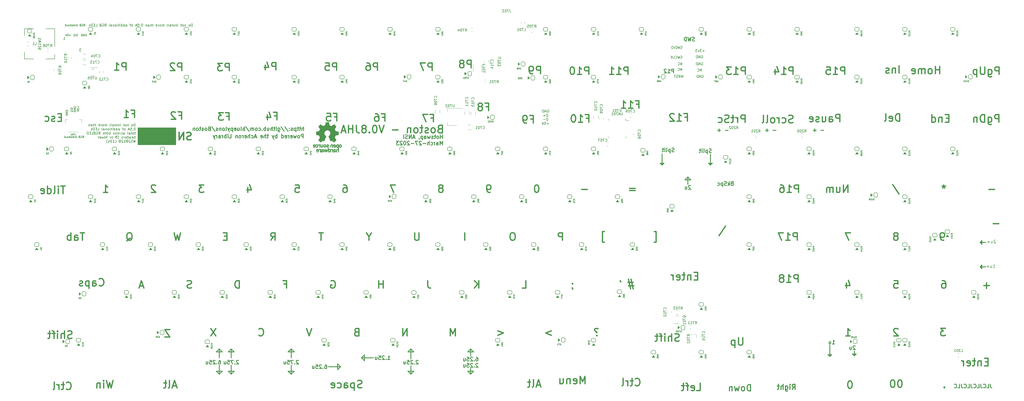
<source format=gbr>
G04 #@! TF.GenerationSoftware,KiCad,Pcbnew,7.0.1*
G04 #@! TF.CreationDate,2023-03-27T23:46:52-04:00*
G04 #@! TF.ProjectId,Boston-keyboard-V08JHA,426f7374-6f6e-42d6-9b65-79626f617264,rev?*
G04 #@! TF.SameCoordinates,Original*
G04 #@! TF.FileFunction,Legend,Bot*
G04 #@! TF.FilePolarity,Positive*
%FSLAX46Y46*%
G04 Gerber Fmt 4.6, Leading zero omitted, Abs format (unit mm)*
G04 Created by KiCad (PCBNEW 7.0.1) date 2023-03-27 23:46:52*
%MOMM*%
%LPD*%
G01*
G04 APERTURE LIST*
%ADD10C,0.300000*%
%ADD11C,0.120000*%
%ADD12C,0.500000*%
%ADD13C,0.200000*%
%ADD14C,0.600000*%
%ADD15C,0.400000*%
%ADD16C,0.150000*%
%ADD17C,0.160000*%
%ADD18C,0.127000*%
%ADD19C,0.100000*%
%ADD20C,0.010000*%
G04 APERTURE END LIST*
D10*
X323770529Y-89381276D02*
X323770529Y-92357841D01*
X236259518Y-166771966D02*
X238640770Y-166771966D01*
X142200064Y-167962592D02*
X142200064Y-164390714D01*
X237450144Y-167962592D02*
X237450144Y-165581340D01*
X322579903Y-90571902D02*
X323770529Y-89381276D01*
X167203210Y-159032897D02*
X166012584Y-157842271D01*
X237450144Y-157842271D02*
X236259518Y-159032897D01*
X440750000Y-114675000D02*
X440750000Y-116175000D01*
X238640770Y-166771966D02*
X237450144Y-167962592D01*
X212446998Y-166771966D02*
X214828250Y-166771966D01*
X323770529Y-89381276D02*
X324961155Y-90571902D01*
X440750000Y-124425000D02*
X440750000Y-125925000D01*
X238640770Y-166771966D02*
X237450144Y-167962592D01*
X236259518Y-159032897D02*
X238640770Y-159032897D01*
X180895409Y-164986027D02*
X185657913Y-164986027D01*
X185657913Y-164986027D02*
X184467287Y-163795401D01*
X213637624Y-157842271D02*
X212446998Y-159032897D01*
X314300000Y-83925000D02*
X312800000Y-83925000D01*
X167203210Y-166771966D02*
X166012584Y-167962592D01*
X380250000Y-160925000D02*
X379500000Y-160175000D01*
X213637624Y-167962592D02*
X212446998Y-166771966D01*
X237450144Y-167962592D02*
X236259518Y-166771966D01*
X138628186Y-166771966D02*
X137437560Y-167962592D01*
X137437560Y-167962592D02*
X137437560Y-164390714D01*
X236259518Y-166771966D02*
X238640770Y-166771966D01*
X143390690Y-159032897D02*
X142200064Y-157842271D01*
X195182921Y-160223523D02*
X195182921Y-162604775D01*
X440000000Y-125175000D02*
X440750000Y-124425000D01*
X212446998Y-159032897D02*
X214828250Y-159032897D01*
X379500000Y-160175000D02*
X381000000Y-160175000D01*
X236259518Y-159032897D02*
X238640770Y-159032897D01*
X137437560Y-157842271D02*
X136246934Y-159032897D01*
X141009438Y-159032897D02*
X143390690Y-159032897D01*
X442250000Y-125175000D02*
X440000000Y-125175000D01*
X380250000Y-160925000D02*
X380250000Y-156425000D01*
X238640770Y-159032897D02*
X237450144Y-157842271D01*
X238640770Y-159032897D02*
X237450144Y-157842271D01*
X214828250Y-159032897D02*
X213637624Y-157842271D01*
X193992295Y-161414149D02*
X198754799Y-161414149D01*
X332750000Y-80325000D02*
X332750000Y-84675000D01*
X138628186Y-159032897D02*
X137437560Y-157842271D01*
X313550000Y-80175000D02*
X313550000Y-84675000D01*
X142200064Y-157842271D02*
X141009438Y-159032897D01*
X164821958Y-159032897D02*
X167203210Y-159032897D01*
X332000000Y-83925000D02*
X333500000Y-83925000D01*
X333500000Y-83925000D02*
X332750000Y-84675000D01*
X390000000Y-160675000D02*
X390750000Y-159925000D01*
X137437560Y-157842271D02*
X137437560Y-161414149D01*
X440000000Y-115425000D02*
X440500000Y-114925000D01*
X166012584Y-157842271D02*
X164821958Y-159032897D01*
X142200064Y-167962592D02*
X141009438Y-166771966D01*
X193992295Y-161414149D02*
X195182921Y-162604775D01*
X184467287Y-163795401D02*
X184467287Y-166176653D01*
X166012584Y-167962592D02*
X164821958Y-166771966D01*
X166012584Y-167962592D02*
X166012584Y-164390714D01*
X141009438Y-166771966D02*
X143390690Y-166771966D01*
X389250000Y-159925000D02*
X390000000Y-160675000D01*
X440750000Y-116175000D02*
X440000000Y-115425000D01*
X381000000Y-160175000D02*
X380250000Y-160925000D01*
X214828250Y-166771966D02*
X213637624Y-167962592D01*
X440750000Y-125925000D02*
X440000000Y-125175000D01*
X324961155Y-90571902D02*
X322579903Y-90571902D01*
X193992295Y-161414149D02*
X195182921Y-160223523D01*
X237450144Y-167962592D02*
X237450144Y-165581340D01*
X313550000Y-84675000D02*
X314300000Y-83925000D01*
X332750000Y-84675000D02*
X332000000Y-83925000D01*
X142200064Y-157842271D02*
X142200064Y-161414149D01*
X136246934Y-166771966D02*
X138628186Y-166771966D01*
X166012584Y-157842271D02*
X166012584Y-161414149D01*
X390000000Y-160675000D02*
X390000000Y-158675000D01*
X237450144Y-157842271D02*
X237450144Y-160625000D01*
X442250000Y-115425000D02*
X440000000Y-115425000D01*
X164821958Y-166771966D02*
X167203210Y-166771966D01*
X312800000Y-83925000D02*
X313550000Y-84675000D01*
X213637624Y-167962592D02*
X213637624Y-164625000D01*
X390750000Y-159925000D02*
X389250000Y-159925000D01*
X184467287Y-166176653D02*
X185657913Y-164986027D01*
X213637624Y-157842271D02*
X213637624Y-161825000D01*
X136246934Y-159032897D02*
X138628186Y-159032897D01*
X237450144Y-157842271D02*
X236259518Y-159032897D01*
X440500000Y-114925000D02*
X440750000Y-114675000D01*
X237450144Y-167962592D02*
X236259518Y-166771966D01*
D11*
X298790625Y-66451875D02*
X299250625Y-66891875D01*
D10*
X237450144Y-157842271D02*
X237450144Y-160625000D01*
D11*
X87400001Y-46500000D02*
G75*
G03*
X87400001Y-46500000I-230489J0D01*
G01*
D10*
X137437560Y-167962592D02*
X136246934Y-166771966D01*
X143390690Y-166771966D02*
X142200064Y-167962592D01*
X318071428Y-47943928D02*
X318071428Y-46443928D01*
X318071428Y-46443928D02*
X317499999Y-46443928D01*
X317499999Y-46443928D02*
X317357142Y-46515357D01*
X317357142Y-46515357D02*
X317285713Y-46586785D01*
X317285713Y-46586785D02*
X317214285Y-46729642D01*
X317214285Y-46729642D02*
X317214285Y-46943928D01*
X317214285Y-46943928D02*
X317285713Y-47086785D01*
X317285713Y-47086785D02*
X317357142Y-47158214D01*
X317357142Y-47158214D02*
X317499999Y-47229642D01*
X317499999Y-47229642D02*
X318071428Y-47229642D01*
X315785713Y-47943928D02*
X316642856Y-47943928D01*
X316214285Y-47943928D02*
X316214285Y-46443928D01*
X316214285Y-46443928D02*
X316357142Y-46658214D01*
X316357142Y-46658214D02*
X316499999Y-46801071D01*
X316499999Y-46801071D02*
X316642856Y-46872500D01*
X315214285Y-46586785D02*
X315142857Y-46515357D01*
X315142857Y-46515357D02*
X315000000Y-46443928D01*
X315000000Y-46443928D02*
X314642857Y-46443928D01*
X314642857Y-46443928D02*
X314500000Y-46515357D01*
X314500000Y-46515357D02*
X314428571Y-46586785D01*
X314428571Y-46586785D02*
X314357142Y-46729642D01*
X314357142Y-46729642D02*
X314357142Y-46872500D01*
X314357142Y-46872500D02*
X314428571Y-47086785D01*
X314428571Y-47086785D02*
X315285714Y-47943928D01*
X315285714Y-47943928D02*
X314357142Y-47943928D01*
D12*
X131293749Y-92531607D02*
X129436606Y-92531607D01*
X129436606Y-92531607D02*
X130436606Y-93674464D01*
X130436606Y-93674464D02*
X130008035Y-93674464D01*
X130008035Y-93674464D02*
X129722321Y-93817321D01*
X129722321Y-93817321D02*
X129579463Y-93960178D01*
X129579463Y-93960178D02*
X129436606Y-94245892D01*
X129436606Y-94245892D02*
X129436606Y-94960178D01*
X129436606Y-94960178D02*
X129579463Y-95245892D01*
X129579463Y-95245892D02*
X129722321Y-95388750D01*
X129722321Y-95388750D02*
X130008035Y-95531607D01*
X130008035Y-95531607D02*
X130865178Y-95531607D01*
X130865178Y-95531607D02*
X131150892Y-95388750D01*
X131150892Y-95388750D02*
X131293749Y-95245892D01*
D13*
X329417529Y-48847738D02*
X329512767Y-48800119D01*
X329512767Y-48800119D02*
X329655624Y-48800119D01*
X329655624Y-48800119D02*
X329798481Y-48847738D01*
X329798481Y-48847738D02*
X329893719Y-48942976D01*
X329893719Y-48942976D02*
X329941338Y-49038214D01*
X329941338Y-49038214D02*
X329988957Y-49228690D01*
X329988957Y-49228690D02*
X329988957Y-49371547D01*
X329988957Y-49371547D02*
X329941338Y-49562023D01*
X329941338Y-49562023D02*
X329893719Y-49657261D01*
X329893719Y-49657261D02*
X329798481Y-49752500D01*
X329798481Y-49752500D02*
X329655624Y-49800119D01*
X329655624Y-49800119D02*
X329560386Y-49800119D01*
X329560386Y-49800119D02*
X329417529Y-49752500D01*
X329417529Y-49752500D02*
X329369910Y-49704880D01*
X329369910Y-49704880D02*
X329369910Y-49371547D01*
X329369910Y-49371547D02*
X329560386Y-49371547D01*
X328941338Y-49800119D02*
X328941338Y-48800119D01*
X328941338Y-48800119D02*
X328369910Y-49800119D01*
X328369910Y-49800119D02*
X328369910Y-48800119D01*
X327893719Y-49800119D02*
X327893719Y-48800119D01*
X327893719Y-48800119D02*
X327655624Y-48800119D01*
X327655624Y-48800119D02*
X327512767Y-48847738D01*
X327512767Y-48847738D02*
X327417529Y-48942976D01*
X327417529Y-48942976D02*
X327369910Y-49038214D01*
X327369910Y-49038214D02*
X327322291Y-49228690D01*
X327322291Y-49228690D02*
X327322291Y-49371547D01*
X327322291Y-49371547D02*
X327369910Y-49562023D01*
X327369910Y-49562023D02*
X327417529Y-49657261D01*
X327417529Y-49657261D02*
X327512767Y-49752500D01*
X327512767Y-49752500D02*
X327655624Y-49800119D01*
X327655624Y-49800119D02*
X327893719Y-49800119D01*
D12*
X231306249Y-152681607D02*
X231306249Y-149681607D01*
X231306249Y-149681607D02*
X230306249Y-151824464D01*
X230306249Y-151824464D02*
X229306249Y-149681607D01*
X229306249Y-149681607D02*
X229306249Y-152681607D01*
X386611606Y-152681607D02*
X388325892Y-152681607D01*
X387468749Y-152681607D02*
X387468749Y-149681607D01*
X387468749Y-149681607D02*
X387754463Y-150110178D01*
X387754463Y-150110178D02*
X388040178Y-150395892D01*
X388040178Y-150395892D02*
X388325892Y-150538750D01*
D13*
X321441338Y-47050119D02*
X321441338Y-46050119D01*
X321441338Y-46050119D02*
X320869910Y-47050119D01*
X320869910Y-47050119D02*
X320869910Y-46050119D01*
X319822291Y-46954880D02*
X319869910Y-47002500D01*
X319869910Y-47002500D02*
X320012767Y-47050119D01*
X320012767Y-47050119D02*
X320108005Y-47050119D01*
X320108005Y-47050119D02*
X320250862Y-47002500D01*
X320250862Y-47002500D02*
X320346100Y-46907261D01*
X320346100Y-46907261D02*
X320393719Y-46812023D01*
X320393719Y-46812023D02*
X320441338Y-46621547D01*
X320441338Y-46621547D02*
X320441338Y-46478690D01*
X320441338Y-46478690D02*
X320393719Y-46288214D01*
X320393719Y-46288214D02*
X320346100Y-46192976D01*
X320346100Y-46192976D02*
X320250862Y-46097738D01*
X320250862Y-46097738D02*
X320108005Y-46050119D01*
X320108005Y-46050119D02*
X320012767Y-46050119D01*
X320012767Y-46050119D02*
X319869910Y-46097738D01*
X319869910Y-46097738D02*
X319822291Y-46145357D01*
D12*
X222089285Y-47012857D02*
X222089285Y-44012857D01*
X222089285Y-44012857D02*
X220946428Y-44012857D01*
X220946428Y-44012857D02*
X220660713Y-44155714D01*
X220660713Y-44155714D02*
X220517856Y-44298571D01*
X220517856Y-44298571D02*
X220374999Y-44584285D01*
X220374999Y-44584285D02*
X220374999Y-45012857D01*
X220374999Y-45012857D02*
X220517856Y-45298571D01*
X220517856Y-45298571D02*
X220660713Y-45441428D01*
X220660713Y-45441428D02*
X220946428Y-45584285D01*
X220946428Y-45584285D02*
X222089285Y-45584285D01*
X219374999Y-44012857D02*
X217374999Y-44012857D01*
X217374999Y-44012857D02*
X218660713Y-47012857D01*
X76109999Y-93007857D02*
X74395714Y-93007857D01*
X75252856Y-96007857D02*
X75252856Y-93007857D01*
X73395714Y-96007857D02*
X73395714Y-94007857D01*
X73395714Y-93007857D02*
X73538571Y-93150714D01*
X73538571Y-93150714D02*
X73395714Y-93293571D01*
X73395714Y-93293571D02*
X73252857Y-93150714D01*
X73252857Y-93150714D02*
X73395714Y-93007857D01*
X73395714Y-93007857D02*
X73395714Y-93293571D01*
X71538571Y-96007857D02*
X71824286Y-95865000D01*
X71824286Y-95865000D02*
X71967143Y-95579285D01*
X71967143Y-95579285D02*
X71967143Y-93007857D01*
X69110000Y-96007857D02*
X69110000Y-93007857D01*
X69110000Y-95865000D02*
X69395714Y-96007857D01*
X69395714Y-96007857D02*
X69967142Y-96007857D01*
X69967142Y-96007857D02*
X70252857Y-95865000D01*
X70252857Y-95865000D02*
X70395714Y-95722142D01*
X70395714Y-95722142D02*
X70538571Y-95436428D01*
X70538571Y-95436428D02*
X70538571Y-94579285D01*
X70538571Y-94579285D02*
X70395714Y-94293571D01*
X70395714Y-94293571D02*
X70252857Y-94150714D01*
X70252857Y-94150714D02*
X69967142Y-94007857D01*
X69967142Y-94007857D02*
X69395714Y-94007857D01*
X69395714Y-94007857D02*
X69110000Y-94150714D01*
X66538571Y-95865000D02*
X66824285Y-96007857D01*
X66824285Y-96007857D02*
X67395714Y-96007857D01*
X67395714Y-96007857D02*
X67681428Y-95865000D01*
X67681428Y-95865000D02*
X67824285Y-95579285D01*
X67824285Y-95579285D02*
X67824285Y-94436428D01*
X67824285Y-94436428D02*
X67681428Y-94150714D01*
X67681428Y-94150714D02*
X67395714Y-94007857D01*
X67395714Y-94007857D02*
X66824285Y-94007857D01*
X66824285Y-94007857D02*
X66538571Y-94150714D01*
X66538571Y-94150714D02*
X66395714Y-94436428D01*
X66395714Y-94436428D02*
X66395714Y-94722142D01*
X66395714Y-94722142D02*
X67824285Y-95007857D01*
X302886607Y-93960178D02*
X300600893Y-93960178D01*
X300600893Y-94817321D02*
X302886607Y-94817321D01*
X303328571Y-60441428D02*
X304328571Y-60441428D01*
X304328571Y-62012857D02*
X304328571Y-59012857D01*
X304328571Y-59012857D02*
X302899999Y-59012857D01*
X300185713Y-62012857D02*
X301899999Y-62012857D01*
X301042856Y-62012857D02*
X301042856Y-59012857D01*
X301042856Y-59012857D02*
X301328570Y-59441428D01*
X301328570Y-59441428D02*
X301614285Y-59727142D01*
X301614285Y-59727142D02*
X301899999Y-59870000D01*
X297328570Y-62012857D02*
X299042856Y-62012857D01*
X298185713Y-62012857D02*
X298185713Y-59012857D01*
X298185713Y-59012857D02*
X298471427Y-59441428D01*
X298471427Y-59441428D02*
X298757142Y-59727142D01*
X298757142Y-59727142D02*
X299042856Y-59870000D01*
D13*
X267961904Y-62705238D02*
X268057142Y-62657619D01*
X268057142Y-62657619D02*
X268199999Y-62657619D01*
X268199999Y-62657619D02*
X268342856Y-62705238D01*
X268342856Y-62705238D02*
X268438094Y-62800476D01*
X268438094Y-62800476D02*
X268485713Y-62895714D01*
X268485713Y-62895714D02*
X268533332Y-63086190D01*
X268533332Y-63086190D02*
X268533332Y-63229047D01*
X268533332Y-63229047D02*
X268485713Y-63419523D01*
X268485713Y-63419523D02*
X268438094Y-63514761D01*
X268438094Y-63514761D02*
X268342856Y-63610000D01*
X268342856Y-63610000D02*
X268199999Y-63657619D01*
X268199999Y-63657619D02*
X268104761Y-63657619D01*
X268104761Y-63657619D02*
X267961904Y-63610000D01*
X267961904Y-63610000D02*
X267914285Y-63562380D01*
X267914285Y-63562380D02*
X267914285Y-63229047D01*
X267914285Y-63229047D02*
X268104761Y-63229047D01*
X267485713Y-63657619D02*
X267485713Y-62657619D01*
X267485713Y-62657619D02*
X266914285Y-63657619D01*
X266914285Y-63657619D02*
X266914285Y-62657619D01*
X266438094Y-63657619D02*
X266438094Y-62657619D01*
X266438094Y-62657619D02*
X266199999Y-62657619D01*
X266199999Y-62657619D02*
X266057142Y-62705238D01*
X266057142Y-62705238D02*
X265961904Y-62800476D01*
X265961904Y-62800476D02*
X265914285Y-62895714D01*
X265914285Y-62895714D02*
X265866666Y-63086190D01*
X265866666Y-63086190D02*
X265866666Y-63229047D01*
X265866666Y-63229047D02*
X265914285Y-63419523D01*
X265914285Y-63419523D02*
X265961904Y-63514761D01*
X265961904Y-63514761D02*
X266057142Y-63610000D01*
X266057142Y-63610000D02*
X266199999Y-63657619D01*
X266199999Y-63657619D02*
X266438094Y-63657619D01*
X268080951Y-65277619D02*
X268080951Y-64277619D01*
X268080951Y-64277619D02*
X267842856Y-64277619D01*
X267842856Y-64277619D02*
X267699999Y-64325238D01*
X267699999Y-64325238D02*
X267604761Y-64420476D01*
X267604761Y-64420476D02*
X267557142Y-64515714D01*
X267557142Y-64515714D02*
X267509523Y-64706190D01*
X267509523Y-64706190D02*
X267509523Y-64849047D01*
X267509523Y-64849047D02*
X267557142Y-65039523D01*
X267557142Y-65039523D02*
X267604761Y-65134761D01*
X267604761Y-65134761D02*
X267699999Y-65230000D01*
X267699999Y-65230000D02*
X267842856Y-65277619D01*
X267842856Y-65277619D02*
X268080951Y-65277619D01*
X267080951Y-64896666D02*
X266319047Y-64896666D01*
X266699999Y-65277619D02*
X266699999Y-64515714D01*
X268080951Y-66897619D02*
X268080951Y-65897619D01*
X268080951Y-65897619D02*
X267842856Y-65897619D01*
X267842856Y-65897619D02*
X267699999Y-65945238D01*
X267699999Y-65945238D02*
X267604761Y-66040476D01*
X267604761Y-66040476D02*
X267557142Y-66135714D01*
X267557142Y-66135714D02*
X267509523Y-66326190D01*
X267509523Y-66326190D02*
X267509523Y-66469047D01*
X267509523Y-66469047D02*
X267557142Y-66659523D01*
X267557142Y-66659523D02*
X267604761Y-66754761D01*
X267604761Y-66754761D02*
X267699999Y-66850000D01*
X267699999Y-66850000D02*
X267842856Y-66897619D01*
X267842856Y-66897619D02*
X268080951Y-66897619D01*
X267080951Y-66516666D02*
X266319047Y-66516666D01*
X268485713Y-68136666D02*
X267723809Y-68136666D01*
X268104761Y-68517619D02*
X268104761Y-67755714D01*
X266771428Y-67517619D02*
X267247618Y-67517619D01*
X267247618Y-67517619D02*
X267295237Y-67993809D01*
X267295237Y-67993809D02*
X267247618Y-67946190D01*
X267247618Y-67946190D02*
X267152380Y-67898571D01*
X267152380Y-67898571D02*
X266914285Y-67898571D01*
X266914285Y-67898571D02*
X266819047Y-67946190D01*
X266819047Y-67946190D02*
X266771428Y-67993809D01*
X266771428Y-67993809D02*
X266723809Y-68089047D01*
X266723809Y-68089047D02*
X266723809Y-68327142D01*
X266723809Y-68327142D02*
X266771428Y-68422380D01*
X266771428Y-68422380D02*
X266819047Y-68470000D01*
X266819047Y-68470000D02*
X266914285Y-68517619D01*
X266914285Y-68517619D02*
X267152380Y-68517619D01*
X267152380Y-68517619D02*
X267247618Y-68470000D01*
X267247618Y-68470000D02*
X267295237Y-68422380D01*
X266438094Y-67517619D02*
X266104761Y-68517619D01*
X266104761Y-68517619D02*
X265771428Y-67517619D01*
D12*
X159390000Y-65071428D02*
X160390000Y-65071428D01*
X160390000Y-66642857D02*
X160390000Y-63642857D01*
X160390000Y-63642857D02*
X158961428Y-63642857D01*
X156532857Y-64642857D02*
X156532857Y-66642857D01*
X157247142Y-63500000D02*
X157961428Y-65642857D01*
X157961428Y-65642857D02*
X156104285Y-65642857D01*
X207493749Y-92531607D02*
X205493749Y-92531607D01*
X205493749Y-92531607D02*
X206779463Y-95531607D01*
X365575000Y-67670000D02*
X365146429Y-67812857D01*
X365146429Y-67812857D02*
X364432143Y-67812857D01*
X364432143Y-67812857D02*
X364146429Y-67670000D01*
X364146429Y-67670000D02*
X364003571Y-67527142D01*
X364003571Y-67527142D02*
X363860714Y-67241428D01*
X363860714Y-67241428D02*
X363860714Y-66955714D01*
X363860714Y-66955714D02*
X364003571Y-66670000D01*
X364003571Y-66670000D02*
X364146429Y-66527142D01*
X364146429Y-66527142D02*
X364432143Y-66384285D01*
X364432143Y-66384285D02*
X365003571Y-66241428D01*
X365003571Y-66241428D02*
X365289286Y-66098571D01*
X365289286Y-66098571D02*
X365432143Y-65955714D01*
X365432143Y-65955714D02*
X365575000Y-65670000D01*
X365575000Y-65670000D02*
X365575000Y-65384285D01*
X365575000Y-65384285D02*
X365432143Y-65098571D01*
X365432143Y-65098571D02*
X365289286Y-64955714D01*
X365289286Y-64955714D02*
X365003571Y-64812857D01*
X365003571Y-64812857D02*
X364289286Y-64812857D01*
X364289286Y-64812857D02*
X363860714Y-64955714D01*
X361289286Y-67670000D02*
X361575000Y-67812857D01*
X361575000Y-67812857D02*
X362146428Y-67812857D01*
X362146428Y-67812857D02*
X362432143Y-67670000D01*
X362432143Y-67670000D02*
X362575000Y-67527142D01*
X362575000Y-67527142D02*
X362717857Y-67241428D01*
X362717857Y-67241428D02*
X362717857Y-66384285D01*
X362717857Y-66384285D02*
X362575000Y-66098571D01*
X362575000Y-66098571D02*
X362432143Y-65955714D01*
X362432143Y-65955714D02*
X362146428Y-65812857D01*
X362146428Y-65812857D02*
X361575000Y-65812857D01*
X361575000Y-65812857D02*
X361289286Y-65955714D01*
X360003571Y-67812857D02*
X360003571Y-65812857D01*
X360003571Y-66384285D02*
X359860714Y-66098571D01*
X359860714Y-66098571D02*
X359717857Y-65955714D01*
X359717857Y-65955714D02*
X359432142Y-65812857D01*
X359432142Y-65812857D02*
X359146428Y-65812857D01*
X357717856Y-67812857D02*
X358003571Y-67670000D01*
X358003571Y-67670000D02*
X358146428Y-67527142D01*
X358146428Y-67527142D02*
X358289285Y-67241428D01*
X358289285Y-67241428D02*
X358289285Y-66384285D01*
X358289285Y-66384285D02*
X358146428Y-66098571D01*
X358146428Y-66098571D02*
X358003571Y-65955714D01*
X358003571Y-65955714D02*
X357717856Y-65812857D01*
X357717856Y-65812857D02*
X357289285Y-65812857D01*
X357289285Y-65812857D02*
X357003571Y-65955714D01*
X357003571Y-65955714D02*
X356860714Y-66098571D01*
X356860714Y-66098571D02*
X356717856Y-66384285D01*
X356717856Y-66384285D02*
X356717856Y-67241428D01*
X356717856Y-67241428D02*
X356860714Y-67527142D01*
X356860714Y-67527142D02*
X357003571Y-67670000D01*
X357003571Y-67670000D02*
X357289285Y-67812857D01*
X357289285Y-67812857D02*
X357717856Y-67812857D01*
X355003570Y-67812857D02*
X355289285Y-67670000D01*
X355289285Y-67670000D02*
X355432142Y-67384285D01*
X355432142Y-67384285D02*
X355432142Y-64812857D01*
X353432141Y-67812857D02*
X353717856Y-67670000D01*
X353717856Y-67670000D02*
X353860713Y-67384285D01*
X353860713Y-67384285D02*
X353860713Y-64812857D01*
D10*
X326435713Y-35147500D02*
X326221428Y-35218928D01*
X326221428Y-35218928D02*
X325864285Y-35218928D01*
X325864285Y-35218928D02*
X325721428Y-35147500D01*
X325721428Y-35147500D02*
X325649999Y-35076071D01*
X325649999Y-35076071D02*
X325578570Y-34933214D01*
X325578570Y-34933214D02*
X325578570Y-34790357D01*
X325578570Y-34790357D02*
X325649999Y-34647500D01*
X325649999Y-34647500D02*
X325721428Y-34576071D01*
X325721428Y-34576071D02*
X325864285Y-34504642D01*
X325864285Y-34504642D02*
X326149999Y-34433214D01*
X326149999Y-34433214D02*
X326292856Y-34361785D01*
X326292856Y-34361785D02*
X326364285Y-34290357D01*
X326364285Y-34290357D02*
X326435713Y-34147500D01*
X326435713Y-34147500D02*
X326435713Y-34004642D01*
X326435713Y-34004642D02*
X326364285Y-33861785D01*
X326364285Y-33861785D02*
X326292856Y-33790357D01*
X326292856Y-33790357D02*
X326149999Y-33718928D01*
X326149999Y-33718928D02*
X325792856Y-33718928D01*
X325792856Y-33718928D02*
X325578570Y-33790357D01*
X325078571Y-33718928D02*
X324721428Y-35218928D01*
X324721428Y-35218928D02*
X324435714Y-34147500D01*
X324435714Y-34147500D02*
X324149999Y-35218928D01*
X324149999Y-35218928D02*
X323792857Y-33718928D01*
X323221428Y-35218928D02*
X323221428Y-33718928D01*
X323221428Y-33718928D02*
X322864285Y-33718928D01*
X322864285Y-33718928D02*
X322649999Y-33790357D01*
X322649999Y-33790357D02*
X322507142Y-33933214D01*
X322507142Y-33933214D02*
X322435713Y-34076071D01*
X322435713Y-34076071D02*
X322364285Y-34361785D01*
X322364285Y-34361785D02*
X322364285Y-34576071D01*
X322364285Y-34576071D02*
X322435713Y-34861785D01*
X322435713Y-34861785D02*
X322507142Y-35004642D01*
X322507142Y-35004642D02*
X322649999Y-35147500D01*
X322649999Y-35147500D02*
X322864285Y-35218928D01*
X322864285Y-35218928D02*
X323221428Y-35218928D01*
D12*
X387414285Y-95531607D02*
X387414285Y-92531607D01*
X387414285Y-92531607D02*
X385699999Y-95531607D01*
X385699999Y-95531607D02*
X385699999Y-92531607D01*
X382985714Y-93531607D02*
X382985714Y-95531607D01*
X384271428Y-93531607D02*
X384271428Y-95103035D01*
X384271428Y-95103035D02*
X384128571Y-95388750D01*
X384128571Y-95388750D02*
X383842856Y-95531607D01*
X383842856Y-95531607D02*
X383414285Y-95531607D01*
X383414285Y-95531607D02*
X383128571Y-95388750D01*
X383128571Y-95388750D02*
X382985714Y-95245892D01*
X381557142Y-95531607D02*
X381557142Y-93531607D01*
X381557142Y-93817321D02*
X381414285Y-93674464D01*
X381414285Y-93674464D02*
X381128570Y-93531607D01*
X381128570Y-93531607D02*
X380699999Y-93531607D01*
X380699999Y-93531607D02*
X380414285Y-93674464D01*
X380414285Y-93674464D02*
X380271428Y-93960178D01*
X380271428Y-93960178D02*
X380271428Y-95531607D01*
X380271428Y-93960178D02*
X380128570Y-93674464D01*
X380128570Y-93674464D02*
X379842856Y-93531607D01*
X379842856Y-93531607D02*
X379414285Y-93531607D01*
X379414285Y-93531607D02*
X379128570Y-93674464D01*
X379128570Y-93674464D02*
X378985713Y-93960178D01*
X378985713Y-93960178D02*
X378985713Y-95531607D01*
X153177678Y-152395892D02*
X153320535Y-152538750D01*
X153320535Y-152538750D02*
X153749107Y-152681607D01*
X153749107Y-152681607D02*
X154034821Y-152681607D01*
X154034821Y-152681607D02*
X154463392Y-152538750D01*
X154463392Y-152538750D02*
X154749107Y-152253035D01*
X154749107Y-152253035D02*
X154891964Y-151967321D01*
X154891964Y-151967321D02*
X155034821Y-151395892D01*
X155034821Y-151395892D02*
X155034821Y-150967321D01*
X155034821Y-150967321D02*
X154891964Y-150395892D01*
X154891964Y-150395892D02*
X154749107Y-150110178D01*
X154749107Y-150110178D02*
X154463392Y-149824464D01*
X154463392Y-149824464D02*
X154034821Y-149681607D01*
X154034821Y-149681607D02*
X153749107Y-149681607D01*
X153749107Y-149681607D02*
X153320535Y-149824464D01*
X153320535Y-149824464D02*
X153177678Y-149967321D01*
X405233035Y-92388750D02*
X407804463Y-96245892D01*
X388468749Y-111581607D02*
X386468749Y-111581607D01*
X386468749Y-111581607D02*
X387754463Y-114581607D01*
D10*
X390357142Y-156761785D02*
X390285714Y-156690357D01*
X390285714Y-156690357D02*
X390142857Y-156618928D01*
X390142857Y-156618928D02*
X389785714Y-156618928D01*
X389785714Y-156618928D02*
X389642857Y-156690357D01*
X389642857Y-156690357D02*
X389571428Y-156761785D01*
X389571428Y-156761785D02*
X389499999Y-156904642D01*
X389499999Y-156904642D02*
X389499999Y-157047500D01*
X389499999Y-157047500D02*
X389571428Y-157261785D01*
X389571428Y-157261785D02*
X390428571Y-158118928D01*
X390428571Y-158118928D02*
X389499999Y-158118928D01*
X388214286Y-157118928D02*
X388214286Y-158118928D01*
X388857143Y-157118928D02*
X388857143Y-157904642D01*
X388857143Y-157904642D02*
X388785714Y-158047500D01*
X388785714Y-158047500D02*
X388642857Y-158118928D01*
X388642857Y-158118928D02*
X388428571Y-158118928D01*
X388428571Y-158118928D02*
X388285714Y-158047500D01*
X388285714Y-158047500D02*
X388214286Y-157976071D01*
X170821427Y-73868928D02*
X170821427Y-72368928D01*
X170821427Y-72368928D02*
X170249998Y-72368928D01*
X170249998Y-72368928D02*
X170107141Y-72440357D01*
X170107141Y-72440357D02*
X170035712Y-72511785D01*
X170035712Y-72511785D02*
X169964284Y-72654642D01*
X169964284Y-72654642D02*
X169964284Y-72868928D01*
X169964284Y-72868928D02*
X170035712Y-73011785D01*
X170035712Y-73011785D02*
X170107141Y-73083214D01*
X170107141Y-73083214D02*
X170249998Y-73154642D01*
X170249998Y-73154642D02*
X170821427Y-73154642D01*
X169107141Y-73868928D02*
X169249998Y-73797500D01*
X169249998Y-73797500D02*
X169321427Y-73726071D01*
X169321427Y-73726071D02*
X169392855Y-73583214D01*
X169392855Y-73583214D02*
X169392855Y-73154642D01*
X169392855Y-73154642D02*
X169321427Y-73011785D01*
X169321427Y-73011785D02*
X169249998Y-72940357D01*
X169249998Y-72940357D02*
X169107141Y-72868928D01*
X169107141Y-72868928D02*
X168892855Y-72868928D01*
X168892855Y-72868928D02*
X168749998Y-72940357D01*
X168749998Y-72940357D02*
X168678570Y-73011785D01*
X168678570Y-73011785D02*
X168607141Y-73154642D01*
X168607141Y-73154642D02*
X168607141Y-73583214D01*
X168607141Y-73583214D02*
X168678570Y-73726071D01*
X168678570Y-73726071D02*
X168749998Y-73797500D01*
X168749998Y-73797500D02*
X168892855Y-73868928D01*
X168892855Y-73868928D02*
X169107141Y-73868928D01*
X168107141Y-72868928D02*
X167821427Y-73868928D01*
X167821427Y-73868928D02*
X167535712Y-73154642D01*
X167535712Y-73154642D02*
X167249998Y-73868928D01*
X167249998Y-73868928D02*
X166964284Y-72868928D01*
X165821426Y-73797500D02*
X165964283Y-73868928D01*
X165964283Y-73868928D02*
X166249998Y-73868928D01*
X166249998Y-73868928D02*
X166392855Y-73797500D01*
X166392855Y-73797500D02*
X166464283Y-73654642D01*
X166464283Y-73654642D02*
X166464283Y-73083214D01*
X166464283Y-73083214D02*
X166392855Y-72940357D01*
X166392855Y-72940357D02*
X166249998Y-72868928D01*
X166249998Y-72868928D02*
X165964283Y-72868928D01*
X165964283Y-72868928D02*
X165821426Y-72940357D01*
X165821426Y-72940357D02*
X165749998Y-73083214D01*
X165749998Y-73083214D02*
X165749998Y-73226071D01*
X165749998Y-73226071D02*
X166464283Y-73368928D01*
X165107141Y-73868928D02*
X165107141Y-72868928D01*
X165107141Y-73154642D02*
X165035712Y-73011785D01*
X165035712Y-73011785D02*
X164964284Y-72940357D01*
X164964284Y-72940357D02*
X164821426Y-72868928D01*
X164821426Y-72868928D02*
X164678569Y-72868928D01*
X163607141Y-73797500D02*
X163749998Y-73868928D01*
X163749998Y-73868928D02*
X164035713Y-73868928D01*
X164035713Y-73868928D02*
X164178570Y-73797500D01*
X164178570Y-73797500D02*
X164249998Y-73654642D01*
X164249998Y-73654642D02*
X164249998Y-73083214D01*
X164249998Y-73083214D02*
X164178570Y-72940357D01*
X164178570Y-72940357D02*
X164035713Y-72868928D01*
X164035713Y-72868928D02*
X163749998Y-72868928D01*
X163749998Y-72868928D02*
X163607141Y-72940357D01*
X163607141Y-72940357D02*
X163535713Y-73083214D01*
X163535713Y-73083214D02*
X163535713Y-73226071D01*
X163535713Y-73226071D02*
X164249998Y-73368928D01*
X162249999Y-73868928D02*
X162249999Y-72368928D01*
X162249999Y-73797500D02*
X162392856Y-73868928D01*
X162392856Y-73868928D02*
X162678570Y-73868928D01*
X162678570Y-73868928D02*
X162821427Y-73797500D01*
X162821427Y-73797500D02*
X162892856Y-73726071D01*
X162892856Y-73726071D02*
X162964284Y-73583214D01*
X162964284Y-73583214D02*
X162964284Y-73154642D01*
X162964284Y-73154642D02*
X162892856Y-73011785D01*
X162892856Y-73011785D02*
X162821427Y-72940357D01*
X162821427Y-72940357D02*
X162678570Y-72868928D01*
X162678570Y-72868928D02*
X162392856Y-72868928D01*
X162392856Y-72868928D02*
X162249999Y-72940357D01*
X160392856Y-73868928D02*
X160392856Y-72368928D01*
X160392856Y-72940357D02*
X160249999Y-72868928D01*
X160249999Y-72868928D02*
X159964284Y-72868928D01*
X159964284Y-72868928D02*
X159821427Y-72940357D01*
X159821427Y-72940357D02*
X159749999Y-73011785D01*
X159749999Y-73011785D02*
X159678570Y-73154642D01*
X159678570Y-73154642D02*
X159678570Y-73583214D01*
X159678570Y-73583214D02*
X159749999Y-73726071D01*
X159749999Y-73726071D02*
X159821427Y-73797500D01*
X159821427Y-73797500D02*
X159964284Y-73868928D01*
X159964284Y-73868928D02*
X160249999Y-73868928D01*
X160249999Y-73868928D02*
X160392856Y-73797500D01*
X159178570Y-72868928D02*
X158821427Y-73868928D01*
X158464284Y-72868928D02*
X158821427Y-73868928D01*
X158821427Y-73868928D02*
X158964284Y-74226071D01*
X158964284Y-74226071D02*
X159035713Y-74297500D01*
X159035713Y-74297500D02*
X159178570Y-74368928D01*
X156964284Y-72868928D02*
X156392856Y-72868928D01*
X156749999Y-72368928D02*
X156749999Y-73654642D01*
X156749999Y-73654642D02*
X156678570Y-73797500D01*
X156678570Y-73797500D02*
X156535713Y-73868928D01*
X156535713Y-73868928D02*
X156392856Y-73868928D01*
X155892856Y-73868928D02*
X155892856Y-72368928D01*
X155249999Y-73868928D02*
X155249999Y-73083214D01*
X155249999Y-73083214D02*
X155321427Y-72940357D01*
X155321427Y-72940357D02*
X155464284Y-72868928D01*
X155464284Y-72868928D02*
X155678570Y-72868928D01*
X155678570Y-72868928D02*
X155821427Y-72940357D01*
X155821427Y-72940357D02*
X155892856Y-73011785D01*
X153964284Y-73797500D02*
X154107141Y-73868928D01*
X154107141Y-73868928D02*
X154392856Y-73868928D01*
X154392856Y-73868928D02*
X154535713Y-73797500D01*
X154535713Y-73797500D02*
X154607141Y-73654642D01*
X154607141Y-73654642D02*
X154607141Y-73083214D01*
X154607141Y-73083214D02*
X154535713Y-72940357D01*
X154535713Y-72940357D02*
X154392856Y-72868928D01*
X154392856Y-72868928D02*
X154107141Y-72868928D01*
X154107141Y-72868928D02*
X153964284Y-72940357D01*
X153964284Y-72940357D02*
X153892856Y-73083214D01*
X153892856Y-73083214D02*
X153892856Y-73226071D01*
X153892856Y-73226071D02*
X154607141Y-73368928D01*
X152178570Y-73440357D02*
X151464285Y-73440357D01*
X152321427Y-73868928D02*
X151821427Y-72368928D01*
X151821427Y-72368928D02*
X151321427Y-73868928D01*
X150178571Y-73797500D02*
X150321428Y-73868928D01*
X150321428Y-73868928D02*
X150607142Y-73868928D01*
X150607142Y-73868928D02*
X150749999Y-73797500D01*
X150749999Y-73797500D02*
X150821428Y-73726071D01*
X150821428Y-73726071D02*
X150892856Y-73583214D01*
X150892856Y-73583214D02*
X150892856Y-73154642D01*
X150892856Y-73154642D02*
X150821428Y-73011785D01*
X150821428Y-73011785D02*
X150749999Y-72940357D01*
X150749999Y-72940357D02*
X150607142Y-72868928D01*
X150607142Y-72868928D02*
X150321428Y-72868928D01*
X150321428Y-72868928D02*
X150178571Y-72940357D01*
X149535714Y-73868928D02*
X149535714Y-72368928D01*
X148892857Y-73868928D02*
X148892857Y-73083214D01*
X148892857Y-73083214D02*
X148964285Y-72940357D01*
X148964285Y-72940357D02*
X149107142Y-72868928D01*
X149107142Y-72868928D02*
X149321428Y-72868928D01*
X149321428Y-72868928D02*
X149464285Y-72940357D01*
X149464285Y-72940357D02*
X149535714Y-73011785D01*
X147607142Y-73797500D02*
X147749999Y-73868928D01*
X147749999Y-73868928D02*
X148035714Y-73868928D01*
X148035714Y-73868928D02*
X148178571Y-73797500D01*
X148178571Y-73797500D02*
X148249999Y-73654642D01*
X148249999Y-73654642D02*
X148249999Y-73083214D01*
X148249999Y-73083214D02*
X148178571Y-72940357D01*
X148178571Y-72940357D02*
X148035714Y-72868928D01*
X148035714Y-72868928D02*
X147749999Y-72868928D01*
X147749999Y-72868928D02*
X147607142Y-72940357D01*
X147607142Y-72940357D02*
X147535714Y-73083214D01*
X147535714Y-73083214D02*
X147535714Y-73226071D01*
X147535714Y-73226071D02*
X148249999Y-73368928D01*
X146892857Y-73868928D02*
X146892857Y-72868928D01*
X146892857Y-73154642D02*
X146821428Y-73011785D01*
X146821428Y-73011785D02*
X146750000Y-72940357D01*
X146750000Y-72940357D02*
X146607142Y-72868928D01*
X146607142Y-72868928D02*
X146464285Y-72868928D01*
X145750000Y-73868928D02*
X145892857Y-73797500D01*
X145892857Y-73797500D02*
X145964286Y-73726071D01*
X145964286Y-73726071D02*
X146035714Y-73583214D01*
X146035714Y-73583214D02*
X146035714Y-73154642D01*
X146035714Y-73154642D02*
X145964286Y-73011785D01*
X145964286Y-73011785D02*
X145892857Y-72940357D01*
X145892857Y-72940357D02*
X145750000Y-72868928D01*
X145750000Y-72868928D02*
X145535714Y-72868928D01*
X145535714Y-72868928D02*
X145392857Y-72940357D01*
X145392857Y-72940357D02*
X145321429Y-73011785D01*
X145321429Y-73011785D02*
X145250000Y-73154642D01*
X145250000Y-73154642D02*
X145250000Y-73583214D01*
X145250000Y-73583214D02*
X145321429Y-73726071D01*
X145321429Y-73726071D02*
X145392857Y-73797500D01*
X145392857Y-73797500D02*
X145535714Y-73868928D01*
X145535714Y-73868928D02*
X145750000Y-73868928D01*
X144607143Y-72868928D02*
X144607143Y-73868928D01*
X144607143Y-73011785D02*
X144535714Y-72940357D01*
X144535714Y-72940357D02*
X144392857Y-72868928D01*
X144392857Y-72868928D02*
X144178571Y-72868928D01*
X144178571Y-72868928D02*
X144035714Y-72940357D01*
X144035714Y-72940357D02*
X143964286Y-73083214D01*
X143964286Y-73083214D02*
X143964286Y-73868928D01*
X141392857Y-73868928D02*
X142107143Y-73868928D01*
X142107143Y-73868928D02*
X142107143Y-72368928D01*
X140892857Y-73868928D02*
X140892857Y-72868928D01*
X140892857Y-72368928D02*
X140964285Y-72440357D01*
X140964285Y-72440357D02*
X140892857Y-72511785D01*
X140892857Y-72511785D02*
X140821428Y-72440357D01*
X140821428Y-72440357D02*
X140892857Y-72368928D01*
X140892857Y-72368928D02*
X140892857Y-72511785D01*
X140178571Y-73868928D02*
X140178571Y-72368928D01*
X140178571Y-72940357D02*
X140035714Y-72868928D01*
X140035714Y-72868928D02*
X139749999Y-72868928D01*
X139749999Y-72868928D02*
X139607142Y-72940357D01*
X139607142Y-72940357D02*
X139535714Y-73011785D01*
X139535714Y-73011785D02*
X139464285Y-73154642D01*
X139464285Y-73154642D02*
X139464285Y-73583214D01*
X139464285Y-73583214D02*
X139535714Y-73726071D01*
X139535714Y-73726071D02*
X139607142Y-73797500D01*
X139607142Y-73797500D02*
X139749999Y-73868928D01*
X139749999Y-73868928D02*
X140035714Y-73868928D01*
X140035714Y-73868928D02*
X140178571Y-73797500D01*
X138821428Y-73868928D02*
X138821428Y-72868928D01*
X138821428Y-73154642D02*
X138749999Y-73011785D01*
X138749999Y-73011785D02*
X138678571Y-72940357D01*
X138678571Y-72940357D02*
X138535713Y-72868928D01*
X138535713Y-72868928D02*
X138392856Y-72868928D01*
X137250000Y-73868928D02*
X137250000Y-73083214D01*
X137250000Y-73083214D02*
X137321428Y-72940357D01*
X137321428Y-72940357D02*
X137464285Y-72868928D01*
X137464285Y-72868928D02*
X137750000Y-72868928D01*
X137750000Y-72868928D02*
X137892857Y-72940357D01*
X137250000Y-73797500D02*
X137392857Y-73868928D01*
X137392857Y-73868928D02*
X137750000Y-73868928D01*
X137750000Y-73868928D02*
X137892857Y-73797500D01*
X137892857Y-73797500D02*
X137964285Y-73654642D01*
X137964285Y-73654642D02*
X137964285Y-73511785D01*
X137964285Y-73511785D02*
X137892857Y-73368928D01*
X137892857Y-73368928D02*
X137750000Y-73297500D01*
X137750000Y-73297500D02*
X137392857Y-73297500D01*
X137392857Y-73297500D02*
X137250000Y-73226071D01*
X136535714Y-73868928D02*
X136535714Y-72868928D01*
X136535714Y-73154642D02*
X136464285Y-73011785D01*
X136464285Y-73011785D02*
X136392857Y-72940357D01*
X136392857Y-72940357D02*
X136249999Y-72868928D01*
X136249999Y-72868928D02*
X136107142Y-72868928D01*
X135750000Y-72868928D02*
X135392857Y-73868928D01*
X135035714Y-72868928D02*
X135392857Y-73868928D01*
X135392857Y-73868928D02*
X135535714Y-74226071D01*
X135535714Y-74226071D02*
X135607143Y-74297500D01*
X135607143Y-74297500D02*
X135750000Y-74368928D01*
D12*
X167679463Y-92531607D02*
X169108035Y-92531607D01*
X169108035Y-92531607D02*
X169250892Y-93960178D01*
X169250892Y-93960178D02*
X169108035Y-93817321D01*
X169108035Y-93817321D02*
X168822321Y-93674464D01*
X168822321Y-93674464D02*
X168108035Y-93674464D01*
X168108035Y-93674464D02*
X167822321Y-93817321D01*
X167822321Y-93817321D02*
X167679463Y-93960178D01*
X167679463Y-93960178D02*
X167536606Y-94245892D01*
X167536606Y-94245892D02*
X167536606Y-94960178D01*
X167536606Y-94960178D02*
X167679463Y-95245892D01*
X167679463Y-95245892D02*
X167822321Y-95388750D01*
X167822321Y-95388750D02*
X168108035Y-95531607D01*
X168108035Y-95531607D02*
X168822321Y-95531607D01*
X168822321Y-95531607D02*
X169108035Y-95388750D01*
X169108035Y-95388750D02*
X169250892Y-95245892D01*
D10*
X339821428Y-70797500D02*
X338678571Y-70797500D01*
X336821428Y-70797500D02*
X335678571Y-70797500D01*
X336249999Y-71368928D02*
X336249999Y-70226071D01*
D13*
X329191338Y-47300119D02*
X329191338Y-46300119D01*
X329191338Y-46300119D02*
X328619910Y-47300119D01*
X328619910Y-47300119D02*
X328619910Y-46300119D01*
X327572291Y-47204880D02*
X327619910Y-47252500D01*
X327619910Y-47252500D02*
X327762767Y-47300119D01*
X327762767Y-47300119D02*
X327858005Y-47300119D01*
X327858005Y-47300119D02*
X328000862Y-47252500D01*
X328000862Y-47252500D02*
X328096100Y-47157261D01*
X328096100Y-47157261D02*
X328143719Y-47062023D01*
X328143719Y-47062023D02*
X328191338Y-46871547D01*
X328191338Y-46871547D02*
X328191338Y-46728690D01*
X328191338Y-46728690D02*
X328143719Y-46538214D01*
X328143719Y-46538214D02*
X328096100Y-46442976D01*
X328096100Y-46442976D02*
X328000862Y-46347738D01*
X328000862Y-46347738D02*
X327858005Y-46300119D01*
X327858005Y-46300119D02*
X327762767Y-46300119D01*
X327762767Y-46300119D02*
X327619910Y-46347738D01*
X327619910Y-46347738D02*
X327572291Y-46395357D01*
D12*
X425799999Y-173027142D02*
X425657142Y-173170000D01*
X425657142Y-173170000D02*
X425799999Y-173312857D01*
X425799999Y-173312857D02*
X425942856Y-173170000D01*
X425942856Y-173170000D02*
X425799999Y-173027142D01*
X425799999Y-173027142D02*
X425799999Y-173312857D01*
D14*
X126178571Y-74420000D02*
X125750000Y-74562857D01*
X125750000Y-74562857D02*
X125035714Y-74562857D01*
X125035714Y-74562857D02*
X124750000Y-74420000D01*
X124750000Y-74420000D02*
X124607142Y-74277142D01*
X124607142Y-74277142D02*
X124464285Y-73991428D01*
X124464285Y-73991428D02*
X124464285Y-73705714D01*
X124464285Y-73705714D02*
X124607142Y-73420000D01*
X124607142Y-73420000D02*
X124750000Y-73277142D01*
X124750000Y-73277142D02*
X125035714Y-73134285D01*
X125035714Y-73134285D02*
X125607142Y-72991428D01*
X125607142Y-72991428D02*
X125892857Y-72848571D01*
X125892857Y-72848571D02*
X126035714Y-72705714D01*
X126035714Y-72705714D02*
X126178571Y-72420000D01*
X126178571Y-72420000D02*
X126178571Y-72134285D01*
X126178571Y-72134285D02*
X126035714Y-71848571D01*
X126035714Y-71848571D02*
X125892857Y-71705714D01*
X125892857Y-71705714D02*
X125607142Y-71562857D01*
X125607142Y-71562857D02*
X124892857Y-71562857D01*
X124892857Y-71562857D02*
X124464285Y-71705714D01*
X123178571Y-74562857D02*
X123178571Y-71562857D01*
X123178571Y-71562857D02*
X121464285Y-74562857D01*
X121464285Y-74562857D02*
X121464285Y-71562857D01*
D12*
X102718750Y-64194553D02*
X103718750Y-64194553D01*
X103718750Y-65765982D02*
X103718750Y-62765982D01*
X103718750Y-62765982D02*
X102290178Y-62765982D01*
X99575892Y-65765982D02*
X101290178Y-65765982D01*
X100433035Y-65765982D02*
X100433035Y-62765982D01*
X100433035Y-62765982D02*
X100718749Y-63194553D01*
X100718749Y-63194553D02*
X101004464Y-63480267D01*
X101004464Y-63480267D02*
X101290178Y-63623125D01*
X145366964Y-133631607D02*
X145366964Y-130631607D01*
X145366964Y-130631607D02*
X144652678Y-130631607D01*
X144652678Y-130631607D02*
X144224107Y-130774464D01*
X144224107Y-130774464D02*
X143938392Y-131060178D01*
X143938392Y-131060178D02*
X143795535Y-131345892D01*
X143795535Y-131345892D02*
X143652678Y-131917321D01*
X143652678Y-131917321D02*
X143652678Y-132345892D01*
X143652678Y-132345892D02*
X143795535Y-132917321D01*
X143795535Y-132917321D02*
X143938392Y-133203035D01*
X143938392Y-133203035D02*
X144224107Y-133488750D01*
X144224107Y-133488750D02*
X144652678Y-133631607D01*
X144652678Y-133631607D02*
X145366964Y-133631607D01*
D15*
X348716190Y-174521547D02*
X348716190Y-172021547D01*
X348716190Y-172021547D02*
X348120952Y-172021547D01*
X348120952Y-172021547D02*
X347763809Y-172140595D01*
X347763809Y-172140595D02*
X347525714Y-172378690D01*
X347525714Y-172378690D02*
X347406667Y-172616785D01*
X347406667Y-172616785D02*
X347287619Y-173092976D01*
X347287619Y-173092976D02*
X347287619Y-173450119D01*
X347287619Y-173450119D02*
X347406667Y-173926309D01*
X347406667Y-173926309D02*
X347525714Y-174164404D01*
X347525714Y-174164404D02*
X347763809Y-174402500D01*
X347763809Y-174402500D02*
X348120952Y-174521547D01*
X348120952Y-174521547D02*
X348716190Y-174521547D01*
X345859048Y-174521547D02*
X346097143Y-174402500D01*
X346097143Y-174402500D02*
X346216190Y-174283452D01*
X346216190Y-174283452D02*
X346335238Y-174045357D01*
X346335238Y-174045357D02*
X346335238Y-173331071D01*
X346335238Y-173331071D02*
X346216190Y-173092976D01*
X346216190Y-173092976D02*
X346097143Y-172973928D01*
X346097143Y-172973928D02*
X345859048Y-172854880D01*
X345859048Y-172854880D02*
X345501905Y-172854880D01*
X345501905Y-172854880D02*
X345263809Y-172973928D01*
X345263809Y-172973928D02*
X345144762Y-173092976D01*
X345144762Y-173092976D02*
X345025714Y-173331071D01*
X345025714Y-173331071D02*
X345025714Y-174045357D01*
X345025714Y-174045357D02*
X345144762Y-174283452D01*
X345144762Y-174283452D02*
X345263809Y-174402500D01*
X345263809Y-174402500D02*
X345501905Y-174521547D01*
X345501905Y-174521547D02*
X345859048Y-174521547D01*
X344192381Y-172854880D02*
X343716190Y-174521547D01*
X343716190Y-174521547D02*
X343240000Y-173331071D01*
X343240000Y-173331071D02*
X342763809Y-174521547D01*
X342763809Y-174521547D02*
X342287619Y-172854880D01*
X341335237Y-172854880D02*
X341335237Y-174521547D01*
X341335237Y-173092976D02*
X341216190Y-172973928D01*
X341216190Y-172973928D02*
X340978095Y-172854880D01*
X340978095Y-172854880D02*
X340620952Y-172854880D01*
X340620952Y-172854880D02*
X340382856Y-172973928D01*
X340382856Y-172973928D02*
X340263809Y-173212023D01*
X340263809Y-173212023D02*
X340263809Y-174521547D01*
D12*
X202588392Y-133631607D02*
X202588392Y-130631607D01*
X202588392Y-132060178D02*
X200874106Y-132060178D01*
X200874106Y-133631607D02*
X200874106Y-130631607D01*
X447500000Y-67562857D02*
X447500000Y-64562857D01*
X447500000Y-64562857D02*
X446357143Y-64562857D01*
X446357143Y-64562857D02*
X446071428Y-64705714D01*
X446071428Y-64705714D02*
X445928571Y-64848571D01*
X445928571Y-64848571D02*
X445785714Y-65134285D01*
X445785714Y-65134285D02*
X445785714Y-65562857D01*
X445785714Y-65562857D02*
X445928571Y-65848571D01*
X445928571Y-65848571D02*
X446071428Y-65991428D01*
X446071428Y-65991428D02*
X446357143Y-66134285D01*
X446357143Y-66134285D02*
X447500000Y-66134285D01*
X443214286Y-65562857D02*
X443214286Y-67991428D01*
X443214286Y-67991428D02*
X443357143Y-68277142D01*
X443357143Y-68277142D02*
X443500000Y-68420000D01*
X443500000Y-68420000D02*
X443785714Y-68562857D01*
X443785714Y-68562857D02*
X444214286Y-68562857D01*
X444214286Y-68562857D02*
X444500000Y-68420000D01*
X443214286Y-67420000D02*
X443500000Y-67562857D01*
X443500000Y-67562857D02*
X444071428Y-67562857D01*
X444071428Y-67562857D02*
X444357143Y-67420000D01*
X444357143Y-67420000D02*
X444500000Y-67277142D01*
X444500000Y-67277142D02*
X444642857Y-66991428D01*
X444642857Y-66991428D02*
X444642857Y-66134285D01*
X444642857Y-66134285D02*
X444500000Y-65848571D01*
X444500000Y-65848571D02*
X444357143Y-65705714D01*
X444357143Y-65705714D02*
X444071428Y-65562857D01*
X444071428Y-65562857D02*
X443500000Y-65562857D01*
X443500000Y-65562857D02*
X443214286Y-65705714D01*
X441785714Y-67562857D02*
X441785714Y-64562857D01*
X441785714Y-64562857D02*
X441071428Y-64562857D01*
X441071428Y-64562857D02*
X440642857Y-64705714D01*
X440642857Y-64705714D02*
X440357142Y-64991428D01*
X440357142Y-64991428D02*
X440214285Y-65277142D01*
X440214285Y-65277142D02*
X440071428Y-65848571D01*
X440071428Y-65848571D02*
X440071428Y-66277142D01*
X440071428Y-66277142D02*
X440214285Y-66848571D01*
X440214285Y-66848571D02*
X440357142Y-67134285D01*
X440357142Y-67134285D02*
X440642857Y-67420000D01*
X440642857Y-67420000D02*
X441071428Y-67562857D01*
X441071428Y-67562857D02*
X441785714Y-67562857D01*
X438785714Y-65562857D02*
X438785714Y-67562857D01*
X438785714Y-65848571D02*
X438642857Y-65705714D01*
X438642857Y-65705714D02*
X438357142Y-65562857D01*
X438357142Y-65562857D02*
X437928571Y-65562857D01*
X437928571Y-65562857D02*
X437642857Y-65705714D01*
X437642857Y-65705714D02*
X437500000Y-65991428D01*
X437500000Y-65991428D02*
X437500000Y-67562857D01*
D16*
X83547619Y-29295095D02*
X83814286Y-28914142D01*
X84004762Y-29295095D02*
X84004762Y-28495095D01*
X84004762Y-28495095D02*
X83700000Y-28495095D01*
X83700000Y-28495095D02*
X83623810Y-28533190D01*
X83623810Y-28533190D02*
X83585715Y-28571285D01*
X83585715Y-28571285D02*
X83547619Y-28647476D01*
X83547619Y-28647476D02*
X83547619Y-28761761D01*
X83547619Y-28761761D02*
X83585715Y-28837952D01*
X83585715Y-28837952D02*
X83623810Y-28876047D01*
X83623810Y-28876047D02*
X83700000Y-28914142D01*
X83700000Y-28914142D02*
X84004762Y-28914142D01*
X82785715Y-28533190D02*
X82861905Y-28495095D01*
X82861905Y-28495095D02*
X82976191Y-28495095D01*
X82976191Y-28495095D02*
X83090477Y-28533190D01*
X83090477Y-28533190D02*
X83166667Y-28609380D01*
X83166667Y-28609380D02*
X83204762Y-28685571D01*
X83204762Y-28685571D02*
X83242858Y-28837952D01*
X83242858Y-28837952D02*
X83242858Y-28952238D01*
X83242858Y-28952238D02*
X83204762Y-29104619D01*
X83204762Y-29104619D02*
X83166667Y-29180809D01*
X83166667Y-29180809D02*
X83090477Y-29257000D01*
X83090477Y-29257000D02*
X82976191Y-29295095D01*
X82976191Y-29295095D02*
X82900000Y-29295095D01*
X82900000Y-29295095D02*
X82785715Y-29257000D01*
X82785715Y-29257000D02*
X82747619Y-29218904D01*
X82747619Y-29218904D02*
X82747619Y-28952238D01*
X82747619Y-28952238D02*
X82900000Y-28952238D01*
X82138096Y-28876047D02*
X82023810Y-28914142D01*
X82023810Y-28914142D02*
X81985715Y-28952238D01*
X81985715Y-28952238D02*
X81947619Y-29028428D01*
X81947619Y-29028428D02*
X81947619Y-29142714D01*
X81947619Y-29142714D02*
X81985715Y-29218904D01*
X81985715Y-29218904D02*
X82023810Y-29257000D01*
X82023810Y-29257000D02*
X82100000Y-29295095D01*
X82100000Y-29295095D02*
X82404762Y-29295095D01*
X82404762Y-29295095D02*
X82404762Y-28495095D01*
X82404762Y-28495095D02*
X82138096Y-28495095D01*
X82138096Y-28495095D02*
X82061905Y-28533190D01*
X82061905Y-28533190D02*
X82023810Y-28571285D01*
X82023810Y-28571285D02*
X81985715Y-28647476D01*
X81985715Y-28647476D02*
X81985715Y-28723666D01*
X81985715Y-28723666D02*
X82023810Y-28799857D01*
X82023810Y-28799857D02*
X82061905Y-28837952D01*
X82061905Y-28837952D02*
X82138096Y-28876047D01*
X82138096Y-28876047D02*
X82404762Y-28876047D01*
X80995238Y-29295095D02*
X80995238Y-28495095D01*
X80995238Y-28799857D02*
X80919048Y-28761761D01*
X80919048Y-28761761D02*
X80766667Y-28761761D01*
X80766667Y-28761761D02*
X80690476Y-28799857D01*
X80690476Y-28799857D02*
X80652381Y-28837952D01*
X80652381Y-28837952D02*
X80614286Y-28914142D01*
X80614286Y-28914142D02*
X80614286Y-29142714D01*
X80614286Y-29142714D02*
X80652381Y-29218904D01*
X80652381Y-29218904D02*
X80690476Y-29257000D01*
X80690476Y-29257000D02*
X80766667Y-29295095D01*
X80766667Y-29295095D02*
X80919048Y-29295095D01*
X80919048Y-29295095D02*
X80995238Y-29257000D01*
X80271428Y-29295095D02*
X80271428Y-28761761D01*
X80271428Y-28914142D02*
X80233333Y-28837952D01*
X80233333Y-28837952D02*
X80195238Y-28799857D01*
X80195238Y-28799857D02*
X80119047Y-28761761D01*
X80119047Y-28761761D02*
X80042857Y-28761761D01*
X79471428Y-29257000D02*
X79547619Y-29295095D01*
X79547619Y-29295095D02*
X79700000Y-29295095D01*
X79700000Y-29295095D02*
X79776190Y-29257000D01*
X79776190Y-29257000D02*
X79814286Y-29180809D01*
X79814286Y-29180809D02*
X79814286Y-28876047D01*
X79814286Y-28876047D02*
X79776190Y-28799857D01*
X79776190Y-28799857D02*
X79700000Y-28761761D01*
X79700000Y-28761761D02*
X79547619Y-28761761D01*
X79547619Y-28761761D02*
X79471428Y-28799857D01*
X79471428Y-28799857D02*
X79433333Y-28876047D01*
X79433333Y-28876047D02*
X79433333Y-28952238D01*
X79433333Y-28952238D02*
X79814286Y-29028428D01*
X78747619Y-29295095D02*
X78747619Y-28876047D01*
X78747619Y-28876047D02*
X78785714Y-28799857D01*
X78785714Y-28799857D02*
X78861905Y-28761761D01*
X78861905Y-28761761D02*
X79014286Y-28761761D01*
X79014286Y-28761761D02*
X79090476Y-28799857D01*
X78747619Y-29257000D02*
X78823810Y-29295095D01*
X78823810Y-29295095D02*
X79014286Y-29295095D01*
X79014286Y-29295095D02*
X79090476Y-29257000D01*
X79090476Y-29257000D02*
X79128572Y-29180809D01*
X79128572Y-29180809D02*
X79128572Y-29104619D01*
X79128572Y-29104619D02*
X79090476Y-29028428D01*
X79090476Y-29028428D02*
X79014286Y-28990333D01*
X79014286Y-28990333D02*
X78823810Y-28990333D01*
X78823810Y-28990333D02*
X78747619Y-28952238D01*
X78366666Y-29295095D02*
X78366666Y-28495095D01*
X78290476Y-28990333D02*
X78061904Y-29295095D01*
X78061904Y-28761761D02*
X78366666Y-29066523D01*
X77604762Y-29295095D02*
X77680952Y-29257000D01*
X77680952Y-29257000D02*
X77719047Y-29218904D01*
X77719047Y-29218904D02*
X77757143Y-29142714D01*
X77757143Y-29142714D02*
X77757143Y-28914142D01*
X77757143Y-28914142D02*
X77719047Y-28837952D01*
X77719047Y-28837952D02*
X77680952Y-28799857D01*
X77680952Y-28799857D02*
X77604762Y-28761761D01*
X77604762Y-28761761D02*
X77490476Y-28761761D01*
X77490476Y-28761761D02*
X77414285Y-28799857D01*
X77414285Y-28799857D02*
X77376190Y-28837952D01*
X77376190Y-28837952D02*
X77338095Y-28914142D01*
X77338095Y-28914142D02*
X77338095Y-29142714D01*
X77338095Y-29142714D02*
X77376190Y-29218904D01*
X77376190Y-29218904D02*
X77414285Y-29257000D01*
X77414285Y-29257000D02*
X77490476Y-29295095D01*
X77490476Y-29295095D02*
X77604762Y-29295095D01*
X76652380Y-28761761D02*
X76652380Y-29295095D01*
X76995237Y-28761761D02*
X76995237Y-29180809D01*
X76995237Y-29180809D02*
X76957142Y-29257000D01*
X76957142Y-29257000D02*
X76880952Y-29295095D01*
X76880952Y-29295095D02*
X76766666Y-29295095D01*
X76766666Y-29295095D02*
X76690475Y-29257000D01*
X76690475Y-29257000D02*
X76652380Y-29218904D01*
X76385713Y-28761761D02*
X76080951Y-28761761D01*
X76271427Y-28495095D02*
X76271427Y-29180809D01*
X76271427Y-29180809D02*
X76233332Y-29257000D01*
X76233332Y-29257000D02*
X76157142Y-29295095D01*
X76157142Y-29295095D02*
X76080951Y-29295095D01*
D12*
X174156249Y-149681607D02*
X173156249Y-152681607D01*
X173156249Y-152681607D02*
X172156249Y-149681607D01*
X186872321Y-92531607D02*
X187443749Y-92531607D01*
X187443749Y-92531607D02*
X187729463Y-92674464D01*
X187729463Y-92674464D02*
X187872321Y-92817321D01*
X187872321Y-92817321D02*
X188158035Y-93245892D01*
X188158035Y-93245892D02*
X188300892Y-93817321D01*
X188300892Y-93817321D02*
X188300892Y-94960178D01*
X188300892Y-94960178D02*
X188158035Y-95245892D01*
X188158035Y-95245892D02*
X188015178Y-95388750D01*
X188015178Y-95388750D02*
X187729463Y-95531607D01*
X187729463Y-95531607D02*
X187158035Y-95531607D01*
X187158035Y-95531607D02*
X186872321Y-95388750D01*
X186872321Y-95388750D02*
X186729463Y-95245892D01*
X186729463Y-95245892D02*
X186586606Y-94960178D01*
X186586606Y-94960178D02*
X186586606Y-94245892D01*
X186586606Y-94245892D02*
X186729463Y-93960178D01*
X186729463Y-93960178D02*
X186872321Y-93817321D01*
X186872321Y-93817321D02*
X187158035Y-93674464D01*
X187158035Y-93674464D02*
X187729463Y-93674464D01*
X187729463Y-93674464D02*
X188015178Y-93817321D01*
X188015178Y-93817321D02*
X188158035Y-93960178D01*
X188158035Y-93960178D02*
X188300892Y-94245892D01*
X140330000Y-65201428D02*
X141330000Y-65201428D01*
X141330000Y-66772857D02*
X141330000Y-63772857D01*
X141330000Y-63772857D02*
X139901428Y-63772857D01*
X139044285Y-63772857D02*
X137187142Y-63772857D01*
X137187142Y-63772857D02*
X138187142Y-64915714D01*
X138187142Y-64915714D02*
X137758571Y-64915714D01*
X137758571Y-64915714D02*
X137472857Y-65058571D01*
X137472857Y-65058571D02*
X137329999Y-65201428D01*
X137329999Y-65201428D02*
X137187142Y-65487142D01*
X137187142Y-65487142D02*
X137187142Y-66201428D01*
X137187142Y-66201428D02*
X137329999Y-66487142D01*
X137329999Y-66487142D02*
X137472857Y-66630000D01*
X137472857Y-66630000D02*
X137758571Y-66772857D01*
X137758571Y-66772857D02*
X138615714Y-66772857D01*
X138615714Y-66772857D02*
X138901428Y-66630000D01*
X138901428Y-66630000D02*
X139044285Y-66487142D01*
D10*
X179502102Y-164179955D02*
X179787816Y-164179955D01*
X179787816Y-164179955D02*
X179930673Y-164251384D01*
X179930673Y-164251384D02*
X180002102Y-164322812D01*
X180002102Y-164322812D02*
X180144959Y-164537098D01*
X180144959Y-164537098D02*
X180216387Y-164822812D01*
X180216387Y-164822812D02*
X180216387Y-165394241D01*
X180216387Y-165394241D02*
X180144959Y-165537098D01*
X180144959Y-165537098D02*
X180073530Y-165608527D01*
X180073530Y-165608527D02*
X179930673Y-165679955D01*
X179930673Y-165679955D02*
X179644959Y-165679955D01*
X179644959Y-165679955D02*
X179502102Y-165608527D01*
X179502102Y-165608527D02*
X179430673Y-165537098D01*
X179430673Y-165537098D02*
X179359244Y-165394241D01*
X179359244Y-165394241D02*
X179359244Y-165037098D01*
X179359244Y-165037098D02*
X179430673Y-164894241D01*
X179430673Y-164894241D02*
X179502102Y-164822812D01*
X179502102Y-164822812D02*
X179644959Y-164751384D01*
X179644959Y-164751384D02*
X179930673Y-164751384D01*
X179930673Y-164751384D02*
X180073530Y-164822812D01*
X180073530Y-164822812D02*
X180144959Y-164894241D01*
X180144959Y-164894241D02*
X180216387Y-165037098D01*
X178716388Y-165537098D02*
X178644959Y-165608527D01*
X178644959Y-165608527D02*
X178716388Y-165679955D01*
X178716388Y-165679955D02*
X178787816Y-165608527D01*
X178787816Y-165608527D02*
X178716388Y-165537098D01*
X178716388Y-165537098D02*
X178716388Y-165679955D01*
X178073530Y-164322812D02*
X178002102Y-164251384D01*
X178002102Y-164251384D02*
X177859245Y-164179955D01*
X177859245Y-164179955D02*
X177502102Y-164179955D01*
X177502102Y-164179955D02*
X177359245Y-164251384D01*
X177359245Y-164251384D02*
X177287816Y-164322812D01*
X177287816Y-164322812D02*
X177216387Y-164465669D01*
X177216387Y-164465669D02*
X177216387Y-164608527D01*
X177216387Y-164608527D02*
X177287816Y-164822812D01*
X177287816Y-164822812D02*
X178144959Y-165679955D01*
X178144959Y-165679955D02*
X177216387Y-165679955D01*
X175859245Y-164179955D02*
X176573531Y-164179955D01*
X176573531Y-164179955D02*
X176644959Y-164894241D01*
X176644959Y-164894241D02*
X176573531Y-164822812D01*
X176573531Y-164822812D02*
X176430674Y-164751384D01*
X176430674Y-164751384D02*
X176073531Y-164751384D01*
X176073531Y-164751384D02*
X175930674Y-164822812D01*
X175930674Y-164822812D02*
X175859245Y-164894241D01*
X175859245Y-164894241D02*
X175787816Y-165037098D01*
X175787816Y-165037098D02*
X175787816Y-165394241D01*
X175787816Y-165394241D02*
X175859245Y-165537098D01*
X175859245Y-165537098D02*
X175930674Y-165608527D01*
X175930674Y-165608527D02*
X176073531Y-165679955D01*
X176073531Y-165679955D02*
X176430674Y-165679955D01*
X176430674Y-165679955D02*
X176573531Y-165608527D01*
X176573531Y-165608527D02*
X176644959Y-165537098D01*
X174502103Y-164679955D02*
X174502103Y-165679955D01*
X175144960Y-164679955D02*
X175144960Y-165465669D01*
X175144960Y-165465669D02*
X175073531Y-165608527D01*
X175073531Y-165608527D02*
X174930674Y-165679955D01*
X174930674Y-165679955D02*
X174716388Y-165679955D01*
X174716388Y-165679955D02*
X174573531Y-165608527D01*
X174573531Y-165608527D02*
X174502103Y-165537098D01*
D12*
X237614285Y-45912857D02*
X237614285Y-42912857D01*
X237614285Y-42912857D02*
X236471428Y-42912857D01*
X236471428Y-42912857D02*
X236185713Y-43055714D01*
X236185713Y-43055714D02*
X236042856Y-43198571D01*
X236042856Y-43198571D02*
X235899999Y-43484285D01*
X235899999Y-43484285D02*
X235899999Y-43912857D01*
X235899999Y-43912857D02*
X236042856Y-44198571D01*
X236042856Y-44198571D02*
X236185713Y-44341428D01*
X236185713Y-44341428D02*
X236471428Y-44484285D01*
X236471428Y-44484285D02*
X237614285Y-44484285D01*
X234185713Y-44198571D02*
X234471428Y-44055714D01*
X234471428Y-44055714D02*
X234614285Y-43912857D01*
X234614285Y-43912857D02*
X234757142Y-43627142D01*
X234757142Y-43627142D02*
X234757142Y-43484285D01*
X234757142Y-43484285D02*
X234614285Y-43198571D01*
X234614285Y-43198571D02*
X234471428Y-43055714D01*
X234471428Y-43055714D02*
X234185713Y-42912857D01*
X234185713Y-42912857D02*
X233614285Y-42912857D01*
X233614285Y-42912857D02*
X233328571Y-43055714D01*
X233328571Y-43055714D02*
X233185713Y-43198571D01*
X233185713Y-43198571D02*
X233042856Y-43484285D01*
X233042856Y-43484285D02*
X233042856Y-43627142D01*
X233042856Y-43627142D02*
X233185713Y-43912857D01*
X233185713Y-43912857D02*
X233328571Y-44055714D01*
X233328571Y-44055714D02*
X233614285Y-44198571D01*
X233614285Y-44198571D02*
X234185713Y-44198571D01*
X234185713Y-44198571D02*
X234471428Y-44341428D01*
X234471428Y-44341428D02*
X234614285Y-44484285D01*
X234614285Y-44484285D02*
X234757142Y-44770000D01*
X234757142Y-44770000D02*
X234757142Y-45341428D01*
X234757142Y-45341428D02*
X234614285Y-45627142D01*
X234614285Y-45627142D02*
X234471428Y-45770000D01*
X234471428Y-45770000D02*
X234185713Y-45912857D01*
X234185713Y-45912857D02*
X233614285Y-45912857D01*
X233614285Y-45912857D02*
X233328571Y-45770000D01*
X233328571Y-45770000D02*
X233185713Y-45627142D01*
X233185713Y-45627142D02*
X233042856Y-45341428D01*
X233042856Y-45341428D02*
X233042856Y-44770000D01*
X233042856Y-44770000D02*
X233185713Y-44484285D01*
X233185713Y-44484285D02*
X233328571Y-44341428D01*
X233328571Y-44341428D02*
X233614285Y-44198571D01*
X235068749Y-114581607D02*
X235068749Y-111581607D01*
D13*
X321798481Y-49800119D02*
X321798481Y-48800119D01*
X321798481Y-48800119D02*
X321227053Y-49800119D01*
X321227053Y-49800119D02*
X321227053Y-48800119D01*
X320179434Y-49800119D02*
X320512767Y-49323928D01*
X320750862Y-49800119D02*
X320750862Y-48800119D01*
X320750862Y-48800119D02*
X320369910Y-48800119D01*
X320369910Y-48800119D02*
X320274672Y-48847738D01*
X320274672Y-48847738D02*
X320227053Y-48895357D01*
X320227053Y-48895357D02*
X320179434Y-48990595D01*
X320179434Y-48990595D02*
X320179434Y-49133452D01*
X320179434Y-49133452D02*
X320227053Y-49228690D01*
X320227053Y-49228690D02*
X320274672Y-49276309D01*
X320274672Y-49276309D02*
X320369910Y-49323928D01*
X320369910Y-49323928D02*
X320750862Y-49323928D01*
X319798481Y-49752500D02*
X319655624Y-49800119D01*
X319655624Y-49800119D02*
X319417529Y-49800119D01*
X319417529Y-49800119D02*
X319322291Y-49752500D01*
X319322291Y-49752500D02*
X319274672Y-49704880D01*
X319274672Y-49704880D02*
X319227053Y-49609642D01*
X319227053Y-49609642D02*
X319227053Y-49514404D01*
X319227053Y-49514404D02*
X319274672Y-49419166D01*
X319274672Y-49419166D02*
X319322291Y-49371547D01*
X319322291Y-49371547D02*
X319417529Y-49323928D01*
X319417529Y-49323928D02*
X319608005Y-49276309D01*
X319608005Y-49276309D02*
X319703243Y-49228690D01*
X319703243Y-49228690D02*
X319750862Y-49181071D01*
X319750862Y-49181071D02*
X319798481Y-49085833D01*
X319798481Y-49085833D02*
X319798481Y-48990595D01*
X319798481Y-48990595D02*
X319750862Y-48895357D01*
X319750862Y-48895357D02*
X319703243Y-48847738D01*
X319703243Y-48847738D02*
X319608005Y-48800119D01*
X319608005Y-48800119D02*
X319369910Y-48800119D01*
X319369910Y-48800119D02*
X319227053Y-48847738D01*
X318941338Y-48800119D02*
X318369910Y-48800119D01*
X318655624Y-49800119D02*
X318655624Y-48800119D01*
D12*
X277788392Y-133488750D02*
X277788392Y-133631607D01*
X277788392Y-133631607D02*
X277931249Y-133917321D01*
X277931249Y-133917321D02*
X278074106Y-134060178D01*
X277931249Y-131774464D02*
X277788392Y-131917321D01*
X277788392Y-131917321D02*
X277931249Y-132060178D01*
X277931249Y-132060178D02*
X278074106Y-131917321D01*
X278074106Y-131917321D02*
X277931249Y-131774464D01*
X277931249Y-131774464D02*
X277931249Y-132060178D01*
D15*
X365238095Y-173925238D02*
X365904762Y-172972857D01*
X366380952Y-173925238D02*
X366380952Y-171925238D01*
X366380952Y-171925238D02*
X365619047Y-171925238D01*
X365619047Y-171925238D02*
X365428571Y-172020476D01*
X365428571Y-172020476D02*
X365333333Y-172115714D01*
X365333333Y-172115714D02*
X365238095Y-172306190D01*
X365238095Y-172306190D02*
X365238095Y-172591904D01*
X365238095Y-172591904D02*
X365333333Y-172782380D01*
X365333333Y-172782380D02*
X365428571Y-172877619D01*
X365428571Y-172877619D02*
X365619047Y-172972857D01*
X365619047Y-172972857D02*
X366380952Y-172972857D01*
X364380952Y-173925238D02*
X364380952Y-172591904D01*
X364380952Y-171925238D02*
X364476190Y-172020476D01*
X364476190Y-172020476D02*
X364380952Y-172115714D01*
X364380952Y-172115714D02*
X364285714Y-172020476D01*
X364285714Y-172020476D02*
X364380952Y-171925238D01*
X364380952Y-171925238D02*
X364380952Y-172115714D01*
X362571428Y-172591904D02*
X362571428Y-174210952D01*
X362571428Y-174210952D02*
X362666666Y-174401428D01*
X362666666Y-174401428D02*
X362761904Y-174496666D01*
X362761904Y-174496666D02*
X362952381Y-174591904D01*
X362952381Y-174591904D02*
X363238095Y-174591904D01*
X363238095Y-174591904D02*
X363428571Y-174496666D01*
X362571428Y-173830000D02*
X362761904Y-173925238D01*
X362761904Y-173925238D02*
X363142857Y-173925238D01*
X363142857Y-173925238D02*
X363333333Y-173830000D01*
X363333333Y-173830000D02*
X363428571Y-173734761D01*
X363428571Y-173734761D02*
X363523809Y-173544285D01*
X363523809Y-173544285D02*
X363523809Y-172972857D01*
X363523809Y-172972857D02*
X363428571Y-172782380D01*
X363428571Y-172782380D02*
X363333333Y-172687142D01*
X363333333Y-172687142D02*
X363142857Y-172591904D01*
X363142857Y-172591904D02*
X362761904Y-172591904D01*
X362761904Y-172591904D02*
X362571428Y-172687142D01*
X361619047Y-173925238D02*
X361619047Y-171925238D01*
X360761904Y-173925238D02*
X360761904Y-172877619D01*
X360761904Y-172877619D02*
X360857142Y-172687142D01*
X360857142Y-172687142D02*
X361047618Y-172591904D01*
X361047618Y-172591904D02*
X361333333Y-172591904D01*
X361333333Y-172591904D02*
X361523809Y-172687142D01*
X361523809Y-172687142D02*
X361619047Y-172782380D01*
X360095237Y-172591904D02*
X359333333Y-172591904D01*
X359809523Y-171925238D02*
X359809523Y-173639523D01*
X359809523Y-173639523D02*
X359714285Y-173830000D01*
X359714285Y-173830000D02*
X359523809Y-173925238D01*
X359523809Y-173925238D02*
X359333333Y-173925238D01*
D10*
X341285714Y-91933214D02*
X341071428Y-92004642D01*
X341071428Y-92004642D02*
X340999999Y-92076071D01*
X340999999Y-92076071D02*
X340928571Y-92218928D01*
X340928571Y-92218928D02*
X340928571Y-92433214D01*
X340928571Y-92433214D02*
X340999999Y-92576071D01*
X340999999Y-92576071D02*
X341071428Y-92647500D01*
X341071428Y-92647500D02*
X341214285Y-92718928D01*
X341214285Y-92718928D02*
X341785714Y-92718928D01*
X341785714Y-92718928D02*
X341785714Y-91218928D01*
X341785714Y-91218928D02*
X341285714Y-91218928D01*
X341285714Y-91218928D02*
X341142857Y-91290357D01*
X341142857Y-91290357D02*
X341071428Y-91361785D01*
X341071428Y-91361785D02*
X340999999Y-91504642D01*
X340999999Y-91504642D02*
X340999999Y-91647500D01*
X340999999Y-91647500D02*
X341071428Y-91790357D01*
X341071428Y-91790357D02*
X341142857Y-91861785D01*
X341142857Y-91861785D02*
X341285714Y-91933214D01*
X341285714Y-91933214D02*
X341785714Y-91933214D01*
X340285714Y-92718928D02*
X340285714Y-91218928D01*
X340142857Y-92147500D02*
X339714285Y-92718928D01*
X339714285Y-91718928D02*
X340285714Y-92290357D01*
X339142856Y-92647500D02*
X338928571Y-92718928D01*
X338928571Y-92718928D02*
X338571428Y-92718928D01*
X338571428Y-92718928D02*
X338428571Y-92647500D01*
X338428571Y-92647500D02*
X338357142Y-92576071D01*
X338357142Y-92576071D02*
X338285713Y-92433214D01*
X338285713Y-92433214D02*
X338285713Y-92290357D01*
X338285713Y-92290357D02*
X338357142Y-92147500D01*
X338357142Y-92147500D02*
X338428571Y-92076071D01*
X338428571Y-92076071D02*
X338571428Y-92004642D01*
X338571428Y-92004642D02*
X338857142Y-91933214D01*
X338857142Y-91933214D02*
X338999999Y-91861785D01*
X338999999Y-91861785D02*
X339071428Y-91790357D01*
X339071428Y-91790357D02*
X339142856Y-91647500D01*
X339142856Y-91647500D02*
X339142856Y-91504642D01*
X339142856Y-91504642D02*
X339071428Y-91361785D01*
X339071428Y-91361785D02*
X338999999Y-91290357D01*
X338999999Y-91290357D02*
X338857142Y-91218928D01*
X338857142Y-91218928D02*
X338499999Y-91218928D01*
X338499999Y-91218928D02*
X338285713Y-91290357D01*
X337642857Y-91718928D02*
X337642857Y-93218928D01*
X337642857Y-91790357D02*
X337500000Y-91718928D01*
X337500000Y-91718928D02*
X337214285Y-91718928D01*
X337214285Y-91718928D02*
X337071428Y-91790357D01*
X337071428Y-91790357D02*
X337000000Y-91861785D01*
X337000000Y-91861785D02*
X336928571Y-92004642D01*
X336928571Y-92004642D02*
X336928571Y-92433214D01*
X336928571Y-92433214D02*
X337000000Y-92576071D01*
X337000000Y-92576071D02*
X337071428Y-92647500D01*
X337071428Y-92647500D02*
X337214285Y-92718928D01*
X337214285Y-92718928D02*
X337500000Y-92718928D01*
X337500000Y-92718928D02*
X337642857Y-92647500D01*
X335642857Y-92647500D02*
X335785714Y-92718928D01*
X335785714Y-92718928D02*
X336071428Y-92718928D01*
X336071428Y-92718928D02*
X336214285Y-92647500D01*
X336214285Y-92647500D02*
X336285714Y-92576071D01*
X336285714Y-92576071D02*
X336357142Y-92433214D01*
X336357142Y-92433214D02*
X336357142Y-92004642D01*
X336357142Y-92004642D02*
X336285714Y-91861785D01*
X336285714Y-91861785D02*
X336214285Y-91790357D01*
X336214285Y-91790357D02*
X336071428Y-91718928D01*
X336071428Y-91718928D02*
X335785714Y-91718928D01*
X335785714Y-91718928D02*
X335642857Y-91790357D01*
X318285713Y-79297500D02*
X318071428Y-79368928D01*
X318071428Y-79368928D02*
X317714285Y-79368928D01*
X317714285Y-79368928D02*
X317571428Y-79297500D01*
X317571428Y-79297500D02*
X317499999Y-79226071D01*
X317499999Y-79226071D02*
X317428570Y-79083214D01*
X317428570Y-79083214D02*
X317428570Y-78940357D01*
X317428570Y-78940357D02*
X317499999Y-78797500D01*
X317499999Y-78797500D02*
X317571428Y-78726071D01*
X317571428Y-78726071D02*
X317714285Y-78654642D01*
X317714285Y-78654642D02*
X317999999Y-78583214D01*
X317999999Y-78583214D02*
X318142856Y-78511785D01*
X318142856Y-78511785D02*
X318214285Y-78440357D01*
X318214285Y-78440357D02*
X318285713Y-78297500D01*
X318285713Y-78297500D02*
X318285713Y-78154642D01*
X318285713Y-78154642D02*
X318214285Y-78011785D01*
X318214285Y-78011785D02*
X318142856Y-77940357D01*
X318142856Y-77940357D02*
X317999999Y-77868928D01*
X317999999Y-77868928D02*
X317642856Y-77868928D01*
X317642856Y-77868928D02*
X317428570Y-77940357D01*
X316785714Y-78368928D02*
X316785714Y-79868928D01*
X316785714Y-78440357D02*
X316642857Y-78368928D01*
X316642857Y-78368928D02*
X316357142Y-78368928D01*
X316357142Y-78368928D02*
X316214285Y-78440357D01*
X316214285Y-78440357D02*
X316142857Y-78511785D01*
X316142857Y-78511785D02*
X316071428Y-78654642D01*
X316071428Y-78654642D02*
X316071428Y-79083214D01*
X316071428Y-79083214D02*
X316142857Y-79226071D01*
X316142857Y-79226071D02*
X316214285Y-79297500D01*
X316214285Y-79297500D02*
X316357142Y-79368928D01*
X316357142Y-79368928D02*
X316642857Y-79368928D01*
X316642857Y-79368928D02*
X316785714Y-79297500D01*
X315214285Y-79368928D02*
X315357142Y-79297500D01*
X315357142Y-79297500D02*
X315428571Y-79154642D01*
X315428571Y-79154642D02*
X315428571Y-77868928D01*
X314642857Y-79368928D02*
X314642857Y-78368928D01*
X314642857Y-77868928D02*
X314714285Y-77940357D01*
X314714285Y-77940357D02*
X314642857Y-78011785D01*
X314642857Y-78011785D02*
X314571428Y-77940357D01*
X314571428Y-77940357D02*
X314642857Y-77868928D01*
X314642857Y-77868928D02*
X314642857Y-78011785D01*
X314142856Y-78368928D02*
X313571428Y-78368928D01*
X313928571Y-77868928D02*
X313928571Y-79154642D01*
X313928571Y-79154642D02*
X313857142Y-79297500D01*
X313857142Y-79297500D02*
X313714285Y-79368928D01*
X313714285Y-79368928D02*
X313571428Y-79368928D01*
X226207141Y-76618928D02*
X226207141Y-75118928D01*
X226207141Y-75118928D02*
X225707141Y-76190357D01*
X225707141Y-76190357D02*
X225207141Y-75118928D01*
X225207141Y-75118928D02*
X225207141Y-76618928D01*
X223849998Y-76618928D02*
X223849998Y-75833214D01*
X223849998Y-75833214D02*
X223921426Y-75690357D01*
X223921426Y-75690357D02*
X224064283Y-75618928D01*
X224064283Y-75618928D02*
X224349998Y-75618928D01*
X224349998Y-75618928D02*
X224492855Y-75690357D01*
X223849998Y-76547500D02*
X223992855Y-76618928D01*
X223992855Y-76618928D02*
X224349998Y-76618928D01*
X224349998Y-76618928D02*
X224492855Y-76547500D01*
X224492855Y-76547500D02*
X224564283Y-76404642D01*
X224564283Y-76404642D02*
X224564283Y-76261785D01*
X224564283Y-76261785D02*
X224492855Y-76118928D01*
X224492855Y-76118928D02*
X224349998Y-76047500D01*
X224349998Y-76047500D02*
X223992855Y-76047500D01*
X223992855Y-76047500D02*
X223849998Y-75976071D01*
X223135712Y-76618928D02*
X223135712Y-75618928D01*
X223135712Y-75904642D02*
X223064283Y-75761785D01*
X223064283Y-75761785D02*
X222992855Y-75690357D01*
X222992855Y-75690357D02*
X222849997Y-75618928D01*
X222849997Y-75618928D02*
X222707140Y-75618928D01*
X221564284Y-76547500D02*
X221707141Y-76618928D01*
X221707141Y-76618928D02*
X221992855Y-76618928D01*
X221992855Y-76618928D02*
X222135712Y-76547500D01*
X222135712Y-76547500D02*
X222207141Y-76476071D01*
X222207141Y-76476071D02*
X222278569Y-76333214D01*
X222278569Y-76333214D02*
X222278569Y-75904642D01*
X222278569Y-75904642D02*
X222207141Y-75761785D01*
X222207141Y-75761785D02*
X222135712Y-75690357D01*
X222135712Y-75690357D02*
X221992855Y-75618928D01*
X221992855Y-75618928D02*
X221707141Y-75618928D01*
X221707141Y-75618928D02*
X221564284Y-75690357D01*
X220921427Y-76618928D02*
X220921427Y-75118928D01*
X220278570Y-76618928D02*
X220278570Y-75833214D01*
X220278570Y-75833214D02*
X220349998Y-75690357D01*
X220349998Y-75690357D02*
X220492855Y-75618928D01*
X220492855Y-75618928D02*
X220707141Y-75618928D01*
X220707141Y-75618928D02*
X220849998Y-75690357D01*
X220849998Y-75690357D02*
X220921427Y-75761785D01*
X219564284Y-76047500D02*
X218421427Y-76047500D01*
X217778569Y-75261785D02*
X217707141Y-75190357D01*
X217707141Y-75190357D02*
X217564284Y-75118928D01*
X217564284Y-75118928D02*
X217207141Y-75118928D01*
X217207141Y-75118928D02*
X217064284Y-75190357D01*
X217064284Y-75190357D02*
X216992855Y-75261785D01*
X216992855Y-75261785D02*
X216921426Y-75404642D01*
X216921426Y-75404642D02*
X216921426Y-75547500D01*
X216921426Y-75547500D02*
X216992855Y-75761785D01*
X216992855Y-75761785D02*
X217849998Y-76618928D01*
X217849998Y-76618928D02*
X216921426Y-76618928D01*
X216421427Y-75118928D02*
X215421427Y-75118928D01*
X215421427Y-75118928D02*
X216064284Y-76618928D01*
X214849999Y-76047500D02*
X213707142Y-76047500D01*
X213064284Y-75261785D02*
X212992856Y-75190357D01*
X212992856Y-75190357D02*
X212849999Y-75118928D01*
X212849999Y-75118928D02*
X212492856Y-75118928D01*
X212492856Y-75118928D02*
X212349999Y-75190357D01*
X212349999Y-75190357D02*
X212278570Y-75261785D01*
X212278570Y-75261785D02*
X212207141Y-75404642D01*
X212207141Y-75404642D02*
X212207141Y-75547500D01*
X212207141Y-75547500D02*
X212278570Y-75761785D01*
X212278570Y-75761785D02*
X213135713Y-76618928D01*
X213135713Y-76618928D02*
X212207141Y-76618928D01*
X211278570Y-75118928D02*
X211135713Y-75118928D01*
X211135713Y-75118928D02*
X210992856Y-75190357D01*
X210992856Y-75190357D02*
X210921428Y-75261785D01*
X210921428Y-75261785D02*
X210849999Y-75404642D01*
X210849999Y-75404642D02*
X210778570Y-75690357D01*
X210778570Y-75690357D02*
X210778570Y-76047500D01*
X210778570Y-76047500D02*
X210849999Y-76333214D01*
X210849999Y-76333214D02*
X210921428Y-76476071D01*
X210921428Y-76476071D02*
X210992856Y-76547500D01*
X210992856Y-76547500D02*
X211135713Y-76618928D01*
X211135713Y-76618928D02*
X211278570Y-76618928D01*
X211278570Y-76618928D02*
X211421428Y-76547500D01*
X211421428Y-76547500D02*
X211492856Y-76476071D01*
X211492856Y-76476071D02*
X211564285Y-76333214D01*
X211564285Y-76333214D02*
X211635713Y-76047500D01*
X211635713Y-76047500D02*
X211635713Y-75690357D01*
X211635713Y-75690357D02*
X211564285Y-75404642D01*
X211564285Y-75404642D02*
X211492856Y-75261785D01*
X211492856Y-75261785D02*
X211421428Y-75190357D01*
X211421428Y-75190357D02*
X211278570Y-75118928D01*
X210207142Y-75261785D02*
X210135714Y-75190357D01*
X210135714Y-75190357D02*
X209992857Y-75118928D01*
X209992857Y-75118928D02*
X209635714Y-75118928D01*
X209635714Y-75118928D02*
X209492857Y-75190357D01*
X209492857Y-75190357D02*
X209421428Y-75261785D01*
X209421428Y-75261785D02*
X209349999Y-75404642D01*
X209349999Y-75404642D02*
X209349999Y-75547500D01*
X209349999Y-75547500D02*
X209421428Y-75761785D01*
X209421428Y-75761785D02*
X210278571Y-76618928D01*
X210278571Y-76618928D02*
X209349999Y-76618928D01*
X208850000Y-75118928D02*
X207921428Y-75118928D01*
X207921428Y-75118928D02*
X208421428Y-75690357D01*
X208421428Y-75690357D02*
X208207143Y-75690357D01*
X208207143Y-75690357D02*
X208064286Y-75761785D01*
X208064286Y-75761785D02*
X207992857Y-75833214D01*
X207992857Y-75833214D02*
X207921428Y-75976071D01*
X207921428Y-75976071D02*
X207921428Y-76333214D01*
X207921428Y-76333214D02*
X207992857Y-76476071D01*
X207992857Y-76476071D02*
X208064286Y-76547500D01*
X208064286Y-76547500D02*
X208207143Y-76618928D01*
X208207143Y-76618928D02*
X208635714Y-76618928D01*
X208635714Y-76618928D02*
X208778571Y-76547500D01*
X208778571Y-76547500D02*
X208850000Y-76476071D01*
D12*
X405804463Y-130631607D02*
X407233035Y-130631607D01*
X407233035Y-130631607D02*
X407375892Y-132060178D01*
X407375892Y-132060178D02*
X407233035Y-131917321D01*
X407233035Y-131917321D02*
X406947321Y-131774464D01*
X406947321Y-131774464D02*
X406233035Y-131774464D01*
X406233035Y-131774464D02*
X405947321Y-131917321D01*
X405947321Y-131917321D02*
X405804463Y-132060178D01*
X405804463Y-132060178D02*
X405661606Y-132345892D01*
X405661606Y-132345892D02*
X405661606Y-133060178D01*
X405661606Y-133060178D02*
X405804463Y-133345892D01*
X405804463Y-133345892D02*
X405947321Y-133488750D01*
X405947321Y-133488750D02*
X406233035Y-133631607D01*
X406233035Y-133631607D02*
X406947321Y-133631607D01*
X406947321Y-133631607D02*
X407233035Y-133488750D01*
X407233035Y-133488750D02*
X407375892Y-133345892D01*
X302892857Y-172277142D02*
X303035714Y-172420000D01*
X303035714Y-172420000D02*
X303464286Y-172562857D01*
X303464286Y-172562857D02*
X303750000Y-172562857D01*
X303750000Y-172562857D02*
X304178571Y-172420000D01*
X304178571Y-172420000D02*
X304464286Y-172134285D01*
X304464286Y-172134285D02*
X304607143Y-171848571D01*
X304607143Y-171848571D02*
X304750000Y-171277142D01*
X304750000Y-171277142D02*
X304750000Y-170848571D01*
X304750000Y-170848571D02*
X304607143Y-170277142D01*
X304607143Y-170277142D02*
X304464286Y-169991428D01*
X304464286Y-169991428D02*
X304178571Y-169705714D01*
X304178571Y-169705714D02*
X303750000Y-169562857D01*
X303750000Y-169562857D02*
X303464286Y-169562857D01*
X303464286Y-169562857D02*
X303035714Y-169705714D01*
X303035714Y-169705714D02*
X302892857Y-169848571D01*
X302035714Y-170562857D02*
X300892857Y-170562857D01*
X301607143Y-169562857D02*
X301607143Y-172134285D01*
X301607143Y-172134285D02*
X301464286Y-172420000D01*
X301464286Y-172420000D02*
X301178571Y-172562857D01*
X301178571Y-172562857D02*
X300892857Y-172562857D01*
X299892857Y-172562857D02*
X299892857Y-170562857D01*
X299892857Y-171134285D02*
X299750000Y-170848571D01*
X299750000Y-170848571D02*
X299607143Y-170705714D01*
X299607143Y-170705714D02*
X299321428Y-170562857D01*
X299321428Y-170562857D02*
X299035714Y-170562857D01*
X297607142Y-172562857D02*
X297892857Y-172420000D01*
X297892857Y-172420000D02*
X298035714Y-172134285D01*
X298035714Y-172134285D02*
X298035714Y-169562857D01*
X386897321Y-131631607D02*
X386897321Y-133631607D01*
X387611606Y-130488750D02*
X388325892Y-132631607D01*
X388325892Y-132631607D02*
X386468749Y-132631607D01*
D13*
X329167529Y-43847738D02*
X329262767Y-43800119D01*
X329262767Y-43800119D02*
X329405624Y-43800119D01*
X329405624Y-43800119D02*
X329548481Y-43847738D01*
X329548481Y-43847738D02*
X329643719Y-43942976D01*
X329643719Y-43942976D02*
X329691338Y-44038214D01*
X329691338Y-44038214D02*
X329738957Y-44228690D01*
X329738957Y-44228690D02*
X329738957Y-44371547D01*
X329738957Y-44371547D02*
X329691338Y-44562023D01*
X329691338Y-44562023D02*
X329643719Y-44657261D01*
X329643719Y-44657261D02*
X329548481Y-44752500D01*
X329548481Y-44752500D02*
X329405624Y-44800119D01*
X329405624Y-44800119D02*
X329310386Y-44800119D01*
X329310386Y-44800119D02*
X329167529Y-44752500D01*
X329167529Y-44752500D02*
X329119910Y-44704880D01*
X329119910Y-44704880D02*
X329119910Y-44371547D01*
X329119910Y-44371547D02*
X329310386Y-44371547D01*
X328691338Y-44800119D02*
X328691338Y-43800119D01*
X328691338Y-43800119D02*
X328119910Y-44800119D01*
X328119910Y-44800119D02*
X328119910Y-43800119D01*
X327643719Y-44800119D02*
X327643719Y-43800119D01*
X327643719Y-43800119D02*
X327405624Y-43800119D01*
X327405624Y-43800119D02*
X327262767Y-43847738D01*
X327262767Y-43847738D02*
X327167529Y-43942976D01*
X327167529Y-43942976D02*
X327119910Y-44038214D01*
X327119910Y-44038214D02*
X327072291Y-44228690D01*
X327072291Y-44228690D02*
X327072291Y-44371547D01*
X327072291Y-44371547D02*
X327119910Y-44562023D01*
X327119910Y-44562023D02*
X327167529Y-44657261D01*
X327167529Y-44657261D02*
X327262767Y-44752500D01*
X327262767Y-44752500D02*
X327405624Y-44800119D01*
X327405624Y-44800119D02*
X327643719Y-44800119D01*
D12*
X74590357Y-65663928D02*
X73590357Y-65663928D01*
X73161785Y-67235357D02*
X74590357Y-67235357D01*
X74590357Y-67235357D02*
X74590357Y-64235357D01*
X74590357Y-64235357D02*
X73161785Y-64235357D01*
X72018928Y-67092500D02*
X71733214Y-67235357D01*
X71733214Y-67235357D02*
X71161785Y-67235357D01*
X71161785Y-67235357D02*
X70876071Y-67092500D01*
X70876071Y-67092500D02*
X70733214Y-66806785D01*
X70733214Y-66806785D02*
X70733214Y-66663928D01*
X70733214Y-66663928D02*
X70876071Y-66378214D01*
X70876071Y-66378214D02*
X71161785Y-66235357D01*
X71161785Y-66235357D02*
X71590357Y-66235357D01*
X71590357Y-66235357D02*
X71876071Y-66092500D01*
X71876071Y-66092500D02*
X72018928Y-65806785D01*
X72018928Y-65806785D02*
X72018928Y-65663928D01*
X72018928Y-65663928D02*
X71876071Y-65378214D01*
X71876071Y-65378214D02*
X71590357Y-65235357D01*
X71590357Y-65235357D02*
X71161785Y-65235357D01*
X71161785Y-65235357D02*
X70876071Y-65378214D01*
X68161786Y-67092500D02*
X68447500Y-67235357D01*
X68447500Y-67235357D02*
X69018928Y-67235357D01*
X69018928Y-67235357D02*
X69304643Y-67092500D01*
X69304643Y-67092500D02*
X69447500Y-66949642D01*
X69447500Y-66949642D02*
X69590357Y-66663928D01*
X69590357Y-66663928D02*
X69590357Y-65806785D01*
X69590357Y-65806785D02*
X69447500Y-65521071D01*
X69447500Y-65521071D02*
X69304643Y-65378214D01*
X69304643Y-65378214D02*
X69018928Y-65235357D01*
X69018928Y-65235357D02*
X68447500Y-65235357D01*
X68447500Y-65235357D02*
X68161786Y-65378214D01*
X122054463Y-111581607D02*
X121340177Y-114581607D01*
X121340177Y-114581607D02*
X120768749Y-112438750D01*
X120768749Y-112438750D02*
X120197320Y-114581607D01*
X120197320Y-114581607D02*
X119483035Y-111581607D01*
X320342857Y-154670000D02*
X319914286Y-154812857D01*
X319914286Y-154812857D02*
X319200000Y-154812857D01*
X319200000Y-154812857D02*
X318914286Y-154670000D01*
X318914286Y-154670000D02*
X318771428Y-154527142D01*
X318771428Y-154527142D02*
X318628571Y-154241428D01*
X318628571Y-154241428D02*
X318628571Y-153955714D01*
X318628571Y-153955714D02*
X318771428Y-153670000D01*
X318771428Y-153670000D02*
X318914286Y-153527142D01*
X318914286Y-153527142D02*
X319200000Y-153384285D01*
X319200000Y-153384285D02*
X319771428Y-153241428D01*
X319771428Y-153241428D02*
X320057143Y-153098571D01*
X320057143Y-153098571D02*
X320200000Y-152955714D01*
X320200000Y-152955714D02*
X320342857Y-152670000D01*
X320342857Y-152670000D02*
X320342857Y-152384285D01*
X320342857Y-152384285D02*
X320200000Y-152098571D01*
X320200000Y-152098571D02*
X320057143Y-151955714D01*
X320057143Y-151955714D02*
X319771428Y-151812857D01*
X319771428Y-151812857D02*
X319057143Y-151812857D01*
X319057143Y-151812857D02*
X318628571Y-151955714D01*
X317342857Y-154812857D02*
X317342857Y-151812857D01*
X316057143Y-154812857D02*
X316057143Y-153241428D01*
X316057143Y-153241428D02*
X316200000Y-152955714D01*
X316200000Y-152955714D02*
X316485714Y-152812857D01*
X316485714Y-152812857D02*
X316914285Y-152812857D01*
X316914285Y-152812857D02*
X317200000Y-152955714D01*
X317200000Y-152955714D02*
X317342857Y-153098571D01*
X314628571Y-154812857D02*
X314628571Y-152812857D01*
X314628571Y-151812857D02*
X314771428Y-151955714D01*
X314771428Y-151955714D02*
X314628571Y-152098571D01*
X314628571Y-152098571D02*
X314485714Y-151955714D01*
X314485714Y-151955714D02*
X314628571Y-151812857D01*
X314628571Y-151812857D02*
X314628571Y-152098571D01*
X313628571Y-152812857D02*
X312485714Y-152812857D01*
X313200000Y-154812857D02*
X313200000Y-152241428D01*
X313200000Y-152241428D02*
X313057143Y-151955714D01*
X313057143Y-151955714D02*
X312771428Y-151812857D01*
X312771428Y-151812857D02*
X312485714Y-151812857D01*
X311914285Y-152812857D02*
X310771428Y-152812857D01*
X311485714Y-151812857D02*
X311485714Y-154384285D01*
X311485714Y-154384285D02*
X311342857Y-154670000D01*
X311342857Y-154670000D02*
X311057142Y-154812857D01*
X311057142Y-154812857D02*
X310771428Y-154812857D01*
X126388392Y-133488750D02*
X125959821Y-133631607D01*
X125959821Y-133631607D02*
X125245535Y-133631607D01*
X125245535Y-133631607D02*
X124959821Y-133488750D01*
X124959821Y-133488750D02*
X124816963Y-133345892D01*
X124816963Y-133345892D02*
X124674106Y-133060178D01*
X124674106Y-133060178D02*
X124674106Y-132774464D01*
X124674106Y-132774464D02*
X124816963Y-132488750D01*
X124816963Y-132488750D02*
X124959821Y-132345892D01*
X124959821Y-132345892D02*
X125245535Y-132203035D01*
X125245535Y-132203035D02*
X125816963Y-132060178D01*
X125816963Y-132060178D02*
X126102678Y-131917321D01*
X126102678Y-131917321D02*
X126245535Y-131774464D01*
X126245535Y-131774464D02*
X126388392Y-131488750D01*
X126388392Y-131488750D02*
X126388392Y-131203035D01*
X126388392Y-131203035D02*
X126245535Y-130917321D01*
X126245535Y-130917321D02*
X126102678Y-130774464D01*
X126102678Y-130774464D02*
X125816963Y-130631607D01*
X125816963Y-130631607D02*
X125102678Y-130631607D01*
X125102678Y-130631607D02*
X124674106Y-130774464D01*
D10*
X170964288Y-70918928D02*
X170964288Y-69418928D01*
X170321431Y-70918928D02*
X170321431Y-70133214D01*
X170321431Y-70133214D02*
X170392859Y-69990357D01*
X170392859Y-69990357D02*
X170535716Y-69918928D01*
X170535716Y-69918928D02*
X170750002Y-69918928D01*
X170750002Y-69918928D02*
X170892859Y-69990357D01*
X170892859Y-69990357D02*
X170964288Y-70061785D01*
X169821430Y-69918928D02*
X169250002Y-69918928D01*
X169607145Y-69418928D02*
X169607145Y-70704642D01*
X169607145Y-70704642D02*
X169535716Y-70847500D01*
X169535716Y-70847500D02*
X169392859Y-70918928D01*
X169392859Y-70918928D02*
X169250002Y-70918928D01*
X168964287Y-69918928D02*
X168392859Y-69918928D01*
X168750002Y-69418928D02*
X168750002Y-70704642D01*
X168750002Y-70704642D02*
X168678573Y-70847500D01*
X168678573Y-70847500D02*
X168535716Y-70918928D01*
X168535716Y-70918928D02*
X168392859Y-70918928D01*
X167892859Y-69918928D02*
X167892859Y-71418928D01*
X167892859Y-69990357D02*
X167750002Y-69918928D01*
X167750002Y-69918928D02*
X167464287Y-69918928D01*
X167464287Y-69918928D02*
X167321430Y-69990357D01*
X167321430Y-69990357D02*
X167250002Y-70061785D01*
X167250002Y-70061785D02*
X167178573Y-70204642D01*
X167178573Y-70204642D02*
X167178573Y-70633214D01*
X167178573Y-70633214D02*
X167250002Y-70776071D01*
X167250002Y-70776071D02*
X167321430Y-70847500D01*
X167321430Y-70847500D02*
X167464287Y-70918928D01*
X167464287Y-70918928D02*
X167750002Y-70918928D01*
X167750002Y-70918928D02*
X167892859Y-70847500D01*
X166607144Y-70847500D02*
X166464287Y-70918928D01*
X166464287Y-70918928D02*
X166178573Y-70918928D01*
X166178573Y-70918928D02*
X166035716Y-70847500D01*
X166035716Y-70847500D02*
X165964287Y-70704642D01*
X165964287Y-70704642D02*
X165964287Y-70633214D01*
X165964287Y-70633214D02*
X166035716Y-70490357D01*
X166035716Y-70490357D02*
X166178573Y-70418928D01*
X166178573Y-70418928D02*
X166392859Y-70418928D01*
X166392859Y-70418928D02*
X166535716Y-70347500D01*
X166535716Y-70347500D02*
X166607144Y-70204642D01*
X166607144Y-70204642D02*
X166607144Y-70133214D01*
X166607144Y-70133214D02*
X166535716Y-69990357D01*
X166535716Y-69990357D02*
X166392859Y-69918928D01*
X166392859Y-69918928D02*
X166178573Y-69918928D01*
X166178573Y-69918928D02*
X166035716Y-69990357D01*
X165321430Y-70776071D02*
X165250001Y-70847500D01*
X165250001Y-70847500D02*
X165321430Y-70918928D01*
X165321430Y-70918928D02*
X165392858Y-70847500D01*
X165392858Y-70847500D02*
X165321430Y-70776071D01*
X165321430Y-70776071D02*
X165321430Y-70918928D01*
X165321430Y-69990357D02*
X165250001Y-70061785D01*
X165250001Y-70061785D02*
X165321430Y-70133214D01*
X165321430Y-70133214D02*
X165392858Y-70061785D01*
X165392858Y-70061785D02*
X165321430Y-69990357D01*
X165321430Y-69990357D02*
X165321430Y-70133214D01*
X163535715Y-69347500D02*
X164821429Y-71276071D01*
X161964286Y-69347500D02*
X163250000Y-71276071D01*
X160821429Y-69918928D02*
X160821429Y-71133214D01*
X160821429Y-71133214D02*
X160892857Y-71276071D01*
X160892857Y-71276071D02*
X160964286Y-71347500D01*
X160964286Y-71347500D02*
X161107143Y-71418928D01*
X161107143Y-71418928D02*
X161321429Y-71418928D01*
X161321429Y-71418928D02*
X161464286Y-71347500D01*
X160821429Y-70847500D02*
X160964286Y-70918928D01*
X160964286Y-70918928D02*
X161250000Y-70918928D01*
X161250000Y-70918928D02*
X161392857Y-70847500D01*
X161392857Y-70847500D02*
X161464286Y-70776071D01*
X161464286Y-70776071D02*
X161535714Y-70633214D01*
X161535714Y-70633214D02*
X161535714Y-70204642D01*
X161535714Y-70204642D02*
X161464286Y-70061785D01*
X161464286Y-70061785D02*
X161392857Y-69990357D01*
X161392857Y-69990357D02*
X161250000Y-69918928D01*
X161250000Y-69918928D02*
X160964286Y-69918928D01*
X160964286Y-69918928D02*
X160821429Y-69990357D01*
X160107143Y-70918928D02*
X160107143Y-69918928D01*
X160107143Y-69418928D02*
X160178571Y-69490357D01*
X160178571Y-69490357D02*
X160107143Y-69561785D01*
X160107143Y-69561785D02*
X160035714Y-69490357D01*
X160035714Y-69490357D02*
X160107143Y-69418928D01*
X160107143Y-69418928D02*
X160107143Y-69561785D01*
X159607142Y-69918928D02*
X159035714Y-69918928D01*
X159392857Y-69418928D02*
X159392857Y-70704642D01*
X159392857Y-70704642D02*
X159321428Y-70847500D01*
X159321428Y-70847500D02*
X159178571Y-70918928D01*
X159178571Y-70918928D02*
X159035714Y-70918928D01*
X158535714Y-70918928D02*
X158535714Y-69418928D01*
X157892857Y-70918928D02*
X157892857Y-70133214D01*
X157892857Y-70133214D02*
X157964285Y-69990357D01*
X157964285Y-69990357D02*
X158107142Y-69918928D01*
X158107142Y-69918928D02*
X158321428Y-69918928D01*
X158321428Y-69918928D02*
X158464285Y-69990357D01*
X158464285Y-69990357D02*
X158535714Y-70061785D01*
X156535714Y-69918928D02*
X156535714Y-70918928D01*
X157178571Y-69918928D02*
X157178571Y-70704642D01*
X157178571Y-70704642D02*
X157107142Y-70847500D01*
X157107142Y-70847500D02*
X156964285Y-70918928D01*
X156964285Y-70918928D02*
X156749999Y-70918928D01*
X156749999Y-70918928D02*
X156607142Y-70847500D01*
X156607142Y-70847500D02*
X156535714Y-70776071D01*
X155821428Y-70918928D02*
X155821428Y-69418928D01*
X155821428Y-69990357D02*
X155678571Y-69918928D01*
X155678571Y-69918928D02*
X155392856Y-69918928D01*
X155392856Y-69918928D02*
X155249999Y-69990357D01*
X155249999Y-69990357D02*
X155178571Y-70061785D01*
X155178571Y-70061785D02*
X155107142Y-70204642D01*
X155107142Y-70204642D02*
X155107142Y-70633214D01*
X155107142Y-70633214D02*
X155178571Y-70776071D01*
X155178571Y-70776071D02*
X155249999Y-70847500D01*
X155249999Y-70847500D02*
X155392856Y-70918928D01*
X155392856Y-70918928D02*
X155678571Y-70918928D01*
X155678571Y-70918928D02*
X155821428Y-70847500D01*
X154464285Y-70776071D02*
X154392856Y-70847500D01*
X154392856Y-70847500D02*
X154464285Y-70918928D01*
X154464285Y-70918928D02*
X154535713Y-70847500D01*
X154535713Y-70847500D02*
X154464285Y-70776071D01*
X154464285Y-70776071D02*
X154464285Y-70918928D01*
X153107142Y-70847500D02*
X153249999Y-70918928D01*
X153249999Y-70918928D02*
X153535713Y-70918928D01*
X153535713Y-70918928D02*
X153678570Y-70847500D01*
X153678570Y-70847500D02*
X153749999Y-70776071D01*
X153749999Y-70776071D02*
X153821427Y-70633214D01*
X153821427Y-70633214D02*
X153821427Y-70204642D01*
X153821427Y-70204642D02*
X153749999Y-70061785D01*
X153749999Y-70061785D02*
X153678570Y-69990357D01*
X153678570Y-69990357D02*
X153535713Y-69918928D01*
X153535713Y-69918928D02*
X153249999Y-69918928D01*
X153249999Y-69918928D02*
X153107142Y-69990357D01*
X152249999Y-70918928D02*
X152392856Y-70847500D01*
X152392856Y-70847500D02*
X152464285Y-70776071D01*
X152464285Y-70776071D02*
X152535713Y-70633214D01*
X152535713Y-70633214D02*
X152535713Y-70204642D01*
X152535713Y-70204642D02*
X152464285Y-70061785D01*
X152464285Y-70061785D02*
X152392856Y-69990357D01*
X152392856Y-69990357D02*
X152249999Y-69918928D01*
X152249999Y-69918928D02*
X152035713Y-69918928D01*
X152035713Y-69918928D02*
X151892856Y-69990357D01*
X151892856Y-69990357D02*
X151821428Y-70061785D01*
X151821428Y-70061785D02*
X151749999Y-70204642D01*
X151749999Y-70204642D02*
X151749999Y-70633214D01*
X151749999Y-70633214D02*
X151821428Y-70776071D01*
X151821428Y-70776071D02*
X151892856Y-70847500D01*
X151892856Y-70847500D02*
X152035713Y-70918928D01*
X152035713Y-70918928D02*
X152249999Y-70918928D01*
X151107142Y-70918928D02*
X151107142Y-69918928D01*
X151107142Y-70061785D02*
X151035713Y-69990357D01*
X151035713Y-69990357D02*
X150892856Y-69918928D01*
X150892856Y-69918928D02*
X150678570Y-69918928D01*
X150678570Y-69918928D02*
X150535713Y-69990357D01*
X150535713Y-69990357D02*
X150464285Y-70133214D01*
X150464285Y-70133214D02*
X150464285Y-70918928D01*
X150464285Y-70133214D02*
X150392856Y-69990357D01*
X150392856Y-69990357D02*
X150249999Y-69918928D01*
X150249999Y-69918928D02*
X150035713Y-69918928D01*
X150035713Y-69918928D02*
X149892856Y-69990357D01*
X149892856Y-69990357D02*
X149821427Y-70133214D01*
X149821427Y-70133214D02*
X149821427Y-70918928D01*
X148035713Y-69347500D02*
X149321427Y-71276071D01*
X147535713Y-70918928D02*
X147535713Y-69418928D01*
X147535713Y-69990357D02*
X147392856Y-69918928D01*
X147392856Y-69918928D02*
X147107141Y-69918928D01*
X147107141Y-69918928D02*
X146964284Y-69990357D01*
X146964284Y-69990357D02*
X146892856Y-70061785D01*
X146892856Y-70061785D02*
X146821427Y-70204642D01*
X146821427Y-70204642D02*
X146821427Y-70633214D01*
X146821427Y-70633214D02*
X146892856Y-70776071D01*
X146892856Y-70776071D02*
X146964284Y-70847500D01*
X146964284Y-70847500D02*
X147107141Y-70918928D01*
X147107141Y-70918928D02*
X147392856Y-70918928D01*
X147392856Y-70918928D02*
X147535713Y-70847500D01*
X145964284Y-70918928D02*
X146107141Y-70847500D01*
X146107141Y-70847500D02*
X146178570Y-70704642D01*
X146178570Y-70704642D02*
X146178570Y-69418928D01*
X144749999Y-69918928D02*
X144749999Y-70918928D01*
X145392856Y-69918928D02*
X145392856Y-70704642D01*
X145392856Y-70704642D02*
X145321427Y-70847500D01*
X145321427Y-70847500D02*
X145178570Y-70918928D01*
X145178570Y-70918928D02*
X144964284Y-70918928D01*
X144964284Y-70918928D02*
X144821427Y-70847500D01*
X144821427Y-70847500D02*
X144749999Y-70776071D01*
X143464284Y-70847500D02*
X143607141Y-70918928D01*
X143607141Y-70918928D02*
X143892856Y-70918928D01*
X143892856Y-70918928D02*
X144035713Y-70847500D01*
X144035713Y-70847500D02*
X144107141Y-70704642D01*
X144107141Y-70704642D02*
X144107141Y-70133214D01*
X144107141Y-70133214D02*
X144035713Y-69990357D01*
X144035713Y-69990357D02*
X143892856Y-69918928D01*
X143892856Y-69918928D02*
X143607141Y-69918928D01*
X143607141Y-69918928D02*
X143464284Y-69990357D01*
X143464284Y-69990357D02*
X143392856Y-70133214D01*
X143392856Y-70133214D02*
X143392856Y-70276071D01*
X143392856Y-70276071D02*
X144107141Y-70418928D01*
X142749999Y-69918928D02*
X142749999Y-71418928D01*
X142749999Y-69990357D02*
X142607142Y-69918928D01*
X142607142Y-69918928D02*
X142321427Y-69918928D01*
X142321427Y-69918928D02*
X142178570Y-69990357D01*
X142178570Y-69990357D02*
X142107142Y-70061785D01*
X142107142Y-70061785D02*
X142035713Y-70204642D01*
X142035713Y-70204642D02*
X142035713Y-70633214D01*
X142035713Y-70633214D02*
X142107142Y-70776071D01*
X142107142Y-70776071D02*
X142178570Y-70847500D01*
X142178570Y-70847500D02*
X142321427Y-70918928D01*
X142321427Y-70918928D02*
X142607142Y-70918928D01*
X142607142Y-70918928D02*
X142749999Y-70847500D01*
X141535713Y-69918928D02*
X141178570Y-70918928D01*
X140821427Y-69918928D02*
X141178570Y-70918928D01*
X141178570Y-70918928D02*
X141321427Y-71276071D01*
X141321427Y-71276071D02*
X141392856Y-71347500D01*
X141392856Y-71347500D02*
X141535713Y-71418928D01*
X140035713Y-70918928D02*
X140178570Y-70847500D01*
X140178570Y-70847500D02*
X140249999Y-70704642D01*
X140249999Y-70704642D02*
X140249999Y-69418928D01*
X139249999Y-70918928D02*
X139392856Y-70847500D01*
X139392856Y-70847500D02*
X139464285Y-70776071D01*
X139464285Y-70776071D02*
X139535713Y-70633214D01*
X139535713Y-70633214D02*
X139535713Y-70204642D01*
X139535713Y-70204642D02*
X139464285Y-70061785D01*
X139464285Y-70061785D02*
X139392856Y-69990357D01*
X139392856Y-69990357D02*
X139249999Y-69918928D01*
X139249999Y-69918928D02*
X139035713Y-69918928D01*
X139035713Y-69918928D02*
X138892856Y-69990357D01*
X138892856Y-69990357D02*
X138821428Y-70061785D01*
X138821428Y-70061785D02*
X138749999Y-70204642D01*
X138749999Y-70204642D02*
X138749999Y-70633214D01*
X138749999Y-70633214D02*
X138821428Y-70776071D01*
X138821428Y-70776071D02*
X138892856Y-70847500D01*
X138892856Y-70847500D02*
X139035713Y-70918928D01*
X139035713Y-70918928D02*
X139249999Y-70918928D01*
X138107142Y-69918928D02*
X138107142Y-70918928D01*
X138107142Y-70061785D02*
X138035713Y-69990357D01*
X138035713Y-69990357D02*
X137892856Y-69918928D01*
X137892856Y-69918928D02*
X137678570Y-69918928D01*
X137678570Y-69918928D02*
X137535713Y-69990357D01*
X137535713Y-69990357D02*
X137464285Y-70133214D01*
X137464285Y-70133214D02*
X137464285Y-70918928D01*
X136821427Y-70847500D02*
X136678570Y-70918928D01*
X136678570Y-70918928D02*
X136392856Y-70918928D01*
X136392856Y-70918928D02*
X136249999Y-70847500D01*
X136249999Y-70847500D02*
X136178570Y-70704642D01*
X136178570Y-70704642D02*
X136178570Y-70633214D01*
X136178570Y-70633214D02*
X136249999Y-70490357D01*
X136249999Y-70490357D02*
X136392856Y-70418928D01*
X136392856Y-70418928D02*
X136607142Y-70418928D01*
X136607142Y-70418928D02*
X136749999Y-70347500D01*
X136749999Y-70347500D02*
X136821427Y-70204642D01*
X136821427Y-70204642D02*
X136821427Y-70133214D01*
X136821427Y-70133214D02*
X136749999Y-69990357D01*
X136749999Y-69990357D02*
X136607142Y-69918928D01*
X136607142Y-69918928D02*
X136392856Y-69918928D01*
X136392856Y-69918928D02*
X136249999Y-69990357D01*
X134464284Y-69347500D02*
X135749998Y-71276071D01*
X133464284Y-70133214D02*
X133249998Y-70204642D01*
X133249998Y-70204642D02*
X133178569Y-70276071D01*
X133178569Y-70276071D02*
X133107141Y-70418928D01*
X133107141Y-70418928D02*
X133107141Y-70633214D01*
X133107141Y-70633214D02*
X133178569Y-70776071D01*
X133178569Y-70776071D02*
X133249998Y-70847500D01*
X133249998Y-70847500D02*
X133392855Y-70918928D01*
X133392855Y-70918928D02*
X133964284Y-70918928D01*
X133964284Y-70918928D02*
X133964284Y-69418928D01*
X133964284Y-69418928D02*
X133464284Y-69418928D01*
X133464284Y-69418928D02*
X133321427Y-69490357D01*
X133321427Y-69490357D02*
X133249998Y-69561785D01*
X133249998Y-69561785D02*
X133178569Y-69704642D01*
X133178569Y-69704642D02*
X133178569Y-69847500D01*
X133178569Y-69847500D02*
X133249998Y-69990357D01*
X133249998Y-69990357D02*
X133321427Y-70061785D01*
X133321427Y-70061785D02*
X133464284Y-70133214D01*
X133464284Y-70133214D02*
X133964284Y-70133214D01*
X132249998Y-70918928D02*
X132392855Y-70847500D01*
X132392855Y-70847500D02*
X132464284Y-70776071D01*
X132464284Y-70776071D02*
X132535712Y-70633214D01*
X132535712Y-70633214D02*
X132535712Y-70204642D01*
X132535712Y-70204642D02*
X132464284Y-70061785D01*
X132464284Y-70061785D02*
X132392855Y-69990357D01*
X132392855Y-69990357D02*
X132249998Y-69918928D01*
X132249998Y-69918928D02*
X132035712Y-69918928D01*
X132035712Y-69918928D02*
X131892855Y-69990357D01*
X131892855Y-69990357D02*
X131821427Y-70061785D01*
X131821427Y-70061785D02*
X131749998Y-70204642D01*
X131749998Y-70204642D02*
X131749998Y-70633214D01*
X131749998Y-70633214D02*
X131821427Y-70776071D01*
X131821427Y-70776071D02*
X131892855Y-70847500D01*
X131892855Y-70847500D02*
X132035712Y-70918928D01*
X132035712Y-70918928D02*
X132249998Y-70918928D01*
X131178569Y-70847500D02*
X131035712Y-70918928D01*
X131035712Y-70918928D02*
X130749998Y-70918928D01*
X130749998Y-70918928D02*
X130607141Y-70847500D01*
X130607141Y-70847500D02*
X130535712Y-70704642D01*
X130535712Y-70704642D02*
X130535712Y-70633214D01*
X130535712Y-70633214D02*
X130607141Y-70490357D01*
X130607141Y-70490357D02*
X130749998Y-70418928D01*
X130749998Y-70418928D02*
X130964284Y-70418928D01*
X130964284Y-70418928D02*
X131107141Y-70347500D01*
X131107141Y-70347500D02*
X131178569Y-70204642D01*
X131178569Y-70204642D02*
X131178569Y-70133214D01*
X131178569Y-70133214D02*
X131107141Y-69990357D01*
X131107141Y-69990357D02*
X130964284Y-69918928D01*
X130964284Y-69918928D02*
X130749998Y-69918928D01*
X130749998Y-69918928D02*
X130607141Y-69990357D01*
X130107140Y-69918928D02*
X129535712Y-69918928D01*
X129892855Y-69418928D02*
X129892855Y-70704642D01*
X129892855Y-70704642D02*
X129821426Y-70847500D01*
X129821426Y-70847500D02*
X129678569Y-70918928D01*
X129678569Y-70918928D02*
X129535712Y-70918928D01*
X128821426Y-70918928D02*
X128964283Y-70847500D01*
X128964283Y-70847500D02*
X129035712Y-70776071D01*
X129035712Y-70776071D02*
X129107140Y-70633214D01*
X129107140Y-70633214D02*
X129107140Y-70204642D01*
X129107140Y-70204642D02*
X129035712Y-70061785D01*
X129035712Y-70061785D02*
X128964283Y-69990357D01*
X128964283Y-69990357D02*
X128821426Y-69918928D01*
X128821426Y-69918928D02*
X128607140Y-69918928D01*
X128607140Y-69918928D02*
X128464283Y-69990357D01*
X128464283Y-69990357D02*
X128392855Y-70061785D01*
X128392855Y-70061785D02*
X128321426Y-70204642D01*
X128321426Y-70204642D02*
X128321426Y-70633214D01*
X128321426Y-70633214D02*
X128392855Y-70776071D01*
X128392855Y-70776071D02*
X128464283Y-70847500D01*
X128464283Y-70847500D02*
X128607140Y-70918928D01*
X128607140Y-70918928D02*
X128821426Y-70918928D01*
X127678569Y-69918928D02*
X127678569Y-70918928D01*
X127678569Y-70061785D02*
X127607140Y-69990357D01*
X127607140Y-69990357D02*
X127464283Y-69918928D01*
X127464283Y-69918928D02*
X127249997Y-69918928D01*
X127249997Y-69918928D02*
X127107140Y-69990357D01*
X127107140Y-69990357D02*
X127035712Y-70133214D01*
X127035712Y-70133214D02*
X127035712Y-70918928D01*
D12*
X296838392Y-130631607D02*
X297124106Y-131203035D01*
D10*
X239628715Y-161179016D02*
X239914429Y-161179016D01*
X239914429Y-161179016D02*
X240057286Y-161250445D01*
X240057286Y-161250445D02*
X240128715Y-161321873D01*
X240128715Y-161321873D02*
X240271572Y-161536159D01*
X240271572Y-161536159D02*
X240343000Y-161821873D01*
X240343000Y-161821873D02*
X240343000Y-162393302D01*
X240343000Y-162393302D02*
X240271572Y-162536159D01*
X240271572Y-162536159D02*
X240200143Y-162607588D01*
X240200143Y-162607588D02*
X240057286Y-162679016D01*
X240057286Y-162679016D02*
X239771572Y-162679016D01*
X239771572Y-162679016D02*
X239628715Y-162607588D01*
X239628715Y-162607588D02*
X239557286Y-162536159D01*
X239557286Y-162536159D02*
X239485857Y-162393302D01*
X239485857Y-162393302D02*
X239485857Y-162036159D01*
X239485857Y-162036159D02*
X239557286Y-161893302D01*
X239557286Y-161893302D02*
X239628715Y-161821873D01*
X239628715Y-161821873D02*
X239771572Y-161750445D01*
X239771572Y-161750445D02*
X240057286Y-161750445D01*
X240057286Y-161750445D02*
X240200143Y-161821873D01*
X240200143Y-161821873D02*
X240271572Y-161893302D01*
X240271572Y-161893302D02*
X240343000Y-162036159D01*
X238843001Y-162536159D02*
X238771572Y-162607588D01*
X238771572Y-162607588D02*
X238843001Y-162679016D01*
X238843001Y-162679016D02*
X238914429Y-162607588D01*
X238914429Y-162607588D02*
X238843001Y-162536159D01*
X238843001Y-162536159D02*
X238843001Y-162679016D01*
X238200143Y-161321873D02*
X238128715Y-161250445D01*
X238128715Y-161250445D02*
X237985858Y-161179016D01*
X237985858Y-161179016D02*
X237628715Y-161179016D01*
X237628715Y-161179016D02*
X237485858Y-161250445D01*
X237485858Y-161250445D02*
X237414429Y-161321873D01*
X237414429Y-161321873D02*
X237343000Y-161464730D01*
X237343000Y-161464730D02*
X237343000Y-161607588D01*
X237343000Y-161607588D02*
X237414429Y-161821873D01*
X237414429Y-161821873D02*
X238271572Y-162679016D01*
X238271572Y-162679016D02*
X237343000Y-162679016D01*
X235985858Y-161179016D02*
X236700144Y-161179016D01*
X236700144Y-161179016D02*
X236771572Y-161893302D01*
X236771572Y-161893302D02*
X236700144Y-161821873D01*
X236700144Y-161821873D02*
X236557287Y-161750445D01*
X236557287Y-161750445D02*
X236200144Y-161750445D01*
X236200144Y-161750445D02*
X236057287Y-161821873D01*
X236057287Y-161821873D02*
X235985858Y-161893302D01*
X235985858Y-161893302D02*
X235914429Y-162036159D01*
X235914429Y-162036159D02*
X235914429Y-162393302D01*
X235914429Y-162393302D02*
X235985858Y-162536159D01*
X235985858Y-162536159D02*
X236057287Y-162607588D01*
X236057287Y-162607588D02*
X236200144Y-162679016D01*
X236200144Y-162679016D02*
X236557287Y-162679016D01*
X236557287Y-162679016D02*
X236700144Y-162607588D01*
X236700144Y-162607588D02*
X236771572Y-162536159D01*
X234628716Y-161679016D02*
X234628716Y-162679016D01*
X235271573Y-161679016D02*
X235271573Y-162464730D01*
X235271573Y-162464730D02*
X235200144Y-162607588D01*
X235200144Y-162607588D02*
X235057287Y-162679016D01*
X235057287Y-162679016D02*
X234843001Y-162679016D01*
X234843001Y-162679016D02*
X234700144Y-162607588D01*
X234700144Y-162607588D02*
X234628716Y-162536159D01*
X240343000Y-163751873D02*
X240271572Y-163680445D01*
X240271572Y-163680445D02*
X240128715Y-163609016D01*
X240128715Y-163609016D02*
X239771572Y-163609016D01*
X239771572Y-163609016D02*
X239628715Y-163680445D01*
X239628715Y-163680445D02*
X239557286Y-163751873D01*
X239557286Y-163751873D02*
X239485857Y-163894730D01*
X239485857Y-163894730D02*
X239485857Y-164037588D01*
X239485857Y-164037588D02*
X239557286Y-164251873D01*
X239557286Y-164251873D02*
X240414429Y-165109016D01*
X240414429Y-165109016D02*
X239485857Y-165109016D01*
X238843001Y-164966159D02*
X238771572Y-165037588D01*
X238771572Y-165037588D02*
X238843001Y-165109016D01*
X238843001Y-165109016D02*
X238914429Y-165037588D01*
X238914429Y-165037588D02*
X238843001Y-164966159D01*
X238843001Y-164966159D02*
X238843001Y-165109016D01*
X238200143Y-163751873D02*
X238128715Y-163680445D01*
X238128715Y-163680445D02*
X237985858Y-163609016D01*
X237985858Y-163609016D02*
X237628715Y-163609016D01*
X237628715Y-163609016D02*
X237485858Y-163680445D01*
X237485858Y-163680445D02*
X237414429Y-163751873D01*
X237414429Y-163751873D02*
X237343000Y-163894730D01*
X237343000Y-163894730D02*
X237343000Y-164037588D01*
X237343000Y-164037588D02*
X237414429Y-164251873D01*
X237414429Y-164251873D02*
X238271572Y-165109016D01*
X238271572Y-165109016D02*
X237343000Y-165109016D01*
X235985858Y-163609016D02*
X236700144Y-163609016D01*
X236700144Y-163609016D02*
X236771572Y-164323302D01*
X236771572Y-164323302D02*
X236700144Y-164251873D01*
X236700144Y-164251873D02*
X236557287Y-164180445D01*
X236557287Y-164180445D02*
X236200144Y-164180445D01*
X236200144Y-164180445D02*
X236057287Y-164251873D01*
X236057287Y-164251873D02*
X235985858Y-164323302D01*
X235985858Y-164323302D02*
X235914429Y-164466159D01*
X235914429Y-164466159D02*
X235914429Y-164823302D01*
X235914429Y-164823302D02*
X235985858Y-164966159D01*
X235985858Y-164966159D02*
X236057287Y-165037588D01*
X236057287Y-165037588D02*
X236200144Y-165109016D01*
X236200144Y-165109016D02*
X236557287Y-165109016D01*
X236557287Y-165109016D02*
X236700144Y-165037588D01*
X236700144Y-165037588D02*
X236771572Y-164966159D01*
X234628716Y-164109016D02*
X234628716Y-165109016D01*
X235271573Y-164109016D02*
X235271573Y-164894730D01*
X235271573Y-164894730D02*
X235200144Y-165037588D01*
X235200144Y-165037588D02*
X235057287Y-165109016D01*
X235057287Y-165109016D02*
X234843001Y-165109016D01*
X234843001Y-165109016D02*
X234700144Y-165037588D01*
X234700144Y-165037588D02*
X234628716Y-164966159D01*
D12*
X269549107Y-150681607D02*
X267263393Y-151538750D01*
X267263393Y-151538750D02*
X269549107Y-152395892D01*
X425571428Y-114581607D02*
X424999999Y-114581607D01*
X424999999Y-114581607D02*
X424714285Y-114438750D01*
X424714285Y-114438750D02*
X424571428Y-114295892D01*
X424571428Y-114295892D02*
X424285713Y-113867321D01*
X424285713Y-113867321D02*
X424142856Y-113295892D01*
X424142856Y-113295892D02*
X424142856Y-112153035D01*
X424142856Y-112153035D02*
X424285713Y-111867321D01*
X424285713Y-111867321D02*
X424428571Y-111724464D01*
X424428571Y-111724464D02*
X424714285Y-111581607D01*
X424714285Y-111581607D02*
X425285713Y-111581607D01*
X425285713Y-111581607D02*
X425571428Y-111724464D01*
X425571428Y-111724464D02*
X425714285Y-111867321D01*
X425714285Y-111867321D02*
X425857142Y-112153035D01*
X425857142Y-112153035D02*
X425857142Y-112867321D01*
X425857142Y-112867321D02*
X425714285Y-113153035D01*
X425714285Y-113153035D02*
X425571428Y-113295892D01*
X425571428Y-113295892D02*
X425285713Y-113438750D01*
X425285713Y-113438750D02*
X424714285Y-113438750D01*
X424714285Y-113438750D02*
X424428571Y-113295892D01*
X424428571Y-113295892D02*
X424285713Y-113153035D01*
X424285713Y-113153035D02*
X424142856Y-112867321D01*
X346585714Y-67712857D02*
X346585714Y-64712857D01*
X346585714Y-64712857D02*
X345442857Y-64712857D01*
X345442857Y-64712857D02*
X345157142Y-64855714D01*
X345157142Y-64855714D02*
X345014285Y-64998571D01*
X345014285Y-64998571D02*
X344871428Y-65284285D01*
X344871428Y-65284285D02*
X344871428Y-65712857D01*
X344871428Y-65712857D02*
X345014285Y-65998571D01*
X345014285Y-65998571D02*
X345157142Y-66141428D01*
X345157142Y-66141428D02*
X345442857Y-66284285D01*
X345442857Y-66284285D02*
X346585714Y-66284285D01*
X343585714Y-67712857D02*
X343585714Y-65712857D01*
X343585714Y-66284285D02*
X343442857Y-65998571D01*
X343442857Y-65998571D02*
X343300000Y-65855714D01*
X343300000Y-65855714D02*
X343014285Y-65712857D01*
X343014285Y-65712857D02*
X342728571Y-65712857D01*
X342157142Y-65712857D02*
X341014285Y-65712857D01*
X341728571Y-64712857D02*
X341728571Y-67284285D01*
X341728571Y-67284285D02*
X341585714Y-67570000D01*
X341585714Y-67570000D02*
X341299999Y-67712857D01*
X341299999Y-67712857D02*
X341014285Y-67712857D01*
X340157142Y-67570000D02*
X339728571Y-67712857D01*
X339728571Y-67712857D02*
X339014285Y-67712857D01*
X339014285Y-67712857D02*
X338728571Y-67570000D01*
X338728571Y-67570000D02*
X338585713Y-67427142D01*
X338585713Y-67427142D02*
X338442856Y-67141428D01*
X338442856Y-67141428D02*
X338442856Y-66855714D01*
X338442856Y-66855714D02*
X338585713Y-66570000D01*
X338585713Y-66570000D02*
X338728571Y-66427142D01*
X338728571Y-66427142D02*
X339014285Y-66284285D01*
X339014285Y-66284285D02*
X339585713Y-66141428D01*
X339585713Y-66141428D02*
X339871428Y-65998571D01*
X339871428Y-65998571D02*
X340014285Y-65855714D01*
X340014285Y-65855714D02*
X340157142Y-65570000D01*
X340157142Y-65570000D02*
X340157142Y-65284285D01*
X340157142Y-65284285D02*
X340014285Y-64998571D01*
X340014285Y-64998571D02*
X339871428Y-64855714D01*
X339871428Y-64855714D02*
X339585713Y-64712857D01*
X339585713Y-64712857D02*
X338871428Y-64712857D01*
X338871428Y-64712857D02*
X338442856Y-64855714D01*
X335871428Y-67570000D02*
X336157142Y-67712857D01*
X336157142Y-67712857D02*
X336728570Y-67712857D01*
X336728570Y-67712857D02*
X337014285Y-67570000D01*
X337014285Y-67570000D02*
X337157142Y-67427142D01*
X337157142Y-67427142D02*
X337299999Y-67141428D01*
X337299999Y-67141428D02*
X337299999Y-66284285D01*
X337299999Y-66284285D02*
X337157142Y-65998571D01*
X337157142Y-65998571D02*
X337014285Y-65855714D01*
X337014285Y-65855714D02*
X336728570Y-65712857D01*
X336728570Y-65712857D02*
X336157142Y-65712857D01*
X336157142Y-65712857D02*
X335871428Y-65855714D01*
X425568749Y-92531607D02*
X425568749Y-93245892D01*
X426283035Y-92960178D02*
X425568749Y-93245892D01*
X425568749Y-93245892D02*
X424854464Y-92960178D01*
X425997321Y-93817321D02*
X425568749Y-93245892D01*
X425568749Y-93245892D02*
X425140178Y-93817321D01*
X283836607Y-94388750D02*
X281550893Y-94388750D01*
X136056249Y-149681607D02*
X134056249Y-152681607D01*
X134056249Y-149681607D02*
X136056249Y-152681607D01*
X194142857Y-173245000D02*
X193714286Y-173387857D01*
X193714286Y-173387857D02*
X193000000Y-173387857D01*
X193000000Y-173387857D02*
X192714286Y-173245000D01*
X192714286Y-173245000D02*
X192571428Y-173102142D01*
X192571428Y-173102142D02*
X192428571Y-172816428D01*
X192428571Y-172816428D02*
X192428571Y-172530714D01*
X192428571Y-172530714D02*
X192571428Y-172245000D01*
X192571428Y-172245000D02*
X192714286Y-172102142D01*
X192714286Y-172102142D02*
X193000000Y-171959285D01*
X193000000Y-171959285D02*
X193571428Y-171816428D01*
X193571428Y-171816428D02*
X193857143Y-171673571D01*
X193857143Y-171673571D02*
X194000000Y-171530714D01*
X194000000Y-171530714D02*
X194142857Y-171245000D01*
X194142857Y-171245000D02*
X194142857Y-170959285D01*
X194142857Y-170959285D02*
X194000000Y-170673571D01*
X194000000Y-170673571D02*
X193857143Y-170530714D01*
X193857143Y-170530714D02*
X193571428Y-170387857D01*
X193571428Y-170387857D02*
X192857143Y-170387857D01*
X192857143Y-170387857D02*
X192428571Y-170530714D01*
X191142857Y-171387857D02*
X191142857Y-174387857D01*
X191142857Y-171530714D02*
X190857143Y-171387857D01*
X190857143Y-171387857D02*
X190285714Y-171387857D01*
X190285714Y-171387857D02*
X190000000Y-171530714D01*
X190000000Y-171530714D02*
X189857143Y-171673571D01*
X189857143Y-171673571D02*
X189714285Y-171959285D01*
X189714285Y-171959285D02*
X189714285Y-172816428D01*
X189714285Y-172816428D02*
X189857143Y-173102142D01*
X189857143Y-173102142D02*
X190000000Y-173245000D01*
X190000000Y-173245000D02*
X190285714Y-173387857D01*
X190285714Y-173387857D02*
X190857143Y-173387857D01*
X190857143Y-173387857D02*
X191142857Y-173245000D01*
X187142857Y-173387857D02*
X187142857Y-171816428D01*
X187142857Y-171816428D02*
X187285714Y-171530714D01*
X187285714Y-171530714D02*
X187571428Y-171387857D01*
X187571428Y-171387857D02*
X188142857Y-171387857D01*
X188142857Y-171387857D02*
X188428571Y-171530714D01*
X187142857Y-173245000D02*
X187428571Y-173387857D01*
X187428571Y-173387857D02*
X188142857Y-173387857D01*
X188142857Y-173387857D02*
X188428571Y-173245000D01*
X188428571Y-173245000D02*
X188571428Y-172959285D01*
X188571428Y-172959285D02*
X188571428Y-172673571D01*
X188571428Y-172673571D02*
X188428571Y-172387857D01*
X188428571Y-172387857D02*
X188142857Y-172245000D01*
X188142857Y-172245000D02*
X187428571Y-172245000D01*
X187428571Y-172245000D02*
X187142857Y-172102142D01*
X184428571Y-173245000D02*
X184714285Y-173387857D01*
X184714285Y-173387857D02*
X185285713Y-173387857D01*
X185285713Y-173387857D02*
X185571428Y-173245000D01*
X185571428Y-173245000D02*
X185714285Y-173102142D01*
X185714285Y-173102142D02*
X185857142Y-172816428D01*
X185857142Y-172816428D02*
X185857142Y-171959285D01*
X185857142Y-171959285D02*
X185714285Y-171673571D01*
X185714285Y-171673571D02*
X185571428Y-171530714D01*
X185571428Y-171530714D02*
X185285713Y-171387857D01*
X185285713Y-171387857D02*
X184714285Y-171387857D01*
X184714285Y-171387857D02*
X184428571Y-171530714D01*
X181999999Y-173245000D02*
X182285713Y-173387857D01*
X182285713Y-173387857D02*
X182857142Y-173387857D01*
X182857142Y-173387857D02*
X183142856Y-173245000D01*
X183142856Y-173245000D02*
X183285713Y-172959285D01*
X183285713Y-172959285D02*
X183285713Y-171816428D01*
X183285713Y-171816428D02*
X183142856Y-171530714D01*
X183142856Y-171530714D02*
X182857142Y-171387857D01*
X182857142Y-171387857D02*
X182285713Y-171387857D01*
X182285713Y-171387857D02*
X181999999Y-171530714D01*
X181999999Y-171530714D02*
X181857142Y-171816428D01*
X181857142Y-171816428D02*
X181857142Y-172102142D01*
X181857142Y-172102142D02*
X183285713Y-172387857D01*
X89649999Y-132502142D02*
X89792856Y-132645000D01*
X89792856Y-132645000D02*
X90221428Y-132787857D01*
X90221428Y-132787857D02*
X90507142Y-132787857D01*
X90507142Y-132787857D02*
X90935713Y-132645000D01*
X90935713Y-132645000D02*
X91221428Y-132359285D01*
X91221428Y-132359285D02*
X91364285Y-132073571D01*
X91364285Y-132073571D02*
X91507142Y-131502142D01*
X91507142Y-131502142D02*
X91507142Y-131073571D01*
X91507142Y-131073571D02*
X91364285Y-130502142D01*
X91364285Y-130502142D02*
X91221428Y-130216428D01*
X91221428Y-130216428D02*
X90935713Y-129930714D01*
X90935713Y-129930714D02*
X90507142Y-129787857D01*
X90507142Y-129787857D02*
X90221428Y-129787857D01*
X90221428Y-129787857D02*
X89792856Y-129930714D01*
X89792856Y-129930714D02*
X89649999Y-130073571D01*
X87078571Y-132787857D02*
X87078571Y-131216428D01*
X87078571Y-131216428D02*
X87221428Y-130930714D01*
X87221428Y-130930714D02*
X87507142Y-130787857D01*
X87507142Y-130787857D02*
X88078571Y-130787857D01*
X88078571Y-130787857D02*
X88364285Y-130930714D01*
X87078571Y-132645000D02*
X87364285Y-132787857D01*
X87364285Y-132787857D02*
X88078571Y-132787857D01*
X88078571Y-132787857D02*
X88364285Y-132645000D01*
X88364285Y-132645000D02*
X88507142Y-132359285D01*
X88507142Y-132359285D02*
X88507142Y-132073571D01*
X88507142Y-132073571D02*
X88364285Y-131787857D01*
X88364285Y-131787857D02*
X88078571Y-131645000D01*
X88078571Y-131645000D02*
X87364285Y-131645000D01*
X87364285Y-131645000D02*
X87078571Y-131502142D01*
X85649999Y-130787857D02*
X85649999Y-133787857D01*
X85649999Y-130930714D02*
X85364285Y-130787857D01*
X85364285Y-130787857D02*
X84792856Y-130787857D01*
X84792856Y-130787857D02*
X84507142Y-130930714D01*
X84507142Y-130930714D02*
X84364285Y-131073571D01*
X84364285Y-131073571D02*
X84221427Y-131359285D01*
X84221427Y-131359285D02*
X84221427Y-132216428D01*
X84221427Y-132216428D02*
X84364285Y-132502142D01*
X84364285Y-132502142D02*
X84507142Y-132645000D01*
X84507142Y-132645000D02*
X84792856Y-132787857D01*
X84792856Y-132787857D02*
X85364285Y-132787857D01*
X85364285Y-132787857D02*
X85649999Y-132645000D01*
X83078570Y-132645000D02*
X82792856Y-132787857D01*
X82792856Y-132787857D02*
X82221427Y-132787857D01*
X82221427Y-132787857D02*
X81935713Y-132645000D01*
X81935713Y-132645000D02*
X81792856Y-132359285D01*
X81792856Y-132359285D02*
X81792856Y-132216428D01*
X81792856Y-132216428D02*
X81935713Y-131930714D01*
X81935713Y-131930714D02*
X82221427Y-131787857D01*
X82221427Y-131787857D02*
X82649999Y-131787857D01*
X82649999Y-131787857D02*
X82935713Y-131645000D01*
X82935713Y-131645000D02*
X83078570Y-131359285D01*
X83078570Y-131359285D02*
X83078570Y-131216428D01*
X83078570Y-131216428D02*
X82935713Y-130930714D01*
X82935713Y-130930714D02*
X82649999Y-130787857D01*
X82649999Y-130787857D02*
X82221427Y-130787857D01*
X82221427Y-130787857D02*
X81935713Y-130930714D01*
X424997321Y-130631607D02*
X425568749Y-130631607D01*
X425568749Y-130631607D02*
X425854463Y-130774464D01*
X425854463Y-130774464D02*
X425997321Y-130917321D01*
X425997321Y-130917321D02*
X426283035Y-131345892D01*
X426283035Y-131345892D02*
X426425892Y-131917321D01*
X426425892Y-131917321D02*
X426425892Y-133060178D01*
X426425892Y-133060178D02*
X426283035Y-133345892D01*
X426283035Y-133345892D02*
X426140178Y-133488750D01*
X426140178Y-133488750D02*
X425854463Y-133631607D01*
X425854463Y-133631607D02*
X425283035Y-133631607D01*
X425283035Y-133631607D02*
X424997321Y-133488750D01*
X424997321Y-133488750D02*
X424854463Y-133345892D01*
X424854463Y-133345892D02*
X424711606Y-133060178D01*
X424711606Y-133060178D02*
X424711606Y-132345892D01*
X424711606Y-132345892D02*
X424854463Y-132060178D01*
X424854463Y-132060178D02*
X424997321Y-131917321D01*
X424997321Y-131917321D02*
X425283035Y-131774464D01*
X425283035Y-131774464D02*
X425854463Y-131774464D01*
X425854463Y-131774464D02*
X426140178Y-131917321D01*
X426140178Y-131917321D02*
X426283035Y-132060178D01*
X426283035Y-132060178D02*
X426425892Y-132345892D01*
X443742857Y-132645000D02*
X441457143Y-132645000D01*
X442600000Y-133787857D02*
X442600000Y-131502142D01*
X407375892Y-149967321D02*
X407233035Y-149824464D01*
X407233035Y-149824464D02*
X406947321Y-149681607D01*
X406947321Y-149681607D02*
X406233035Y-149681607D01*
X406233035Y-149681607D02*
X405947321Y-149824464D01*
X405947321Y-149824464D02*
X405804463Y-149967321D01*
X405804463Y-149967321D02*
X405661606Y-150253035D01*
X405661606Y-150253035D02*
X405661606Y-150538750D01*
X405661606Y-150538750D02*
X405804463Y-150967321D01*
X405804463Y-150967321D02*
X407518749Y-152681607D01*
X407518749Y-152681607D02*
X405661606Y-152681607D01*
X100361187Y-46887857D02*
X100361187Y-43887857D01*
X100361187Y-43887857D02*
X99218330Y-43887857D01*
X99218330Y-43887857D02*
X98932615Y-44030714D01*
X98932615Y-44030714D02*
X98789758Y-44173571D01*
X98789758Y-44173571D02*
X98646901Y-44459285D01*
X98646901Y-44459285D02*
X98646901Y-44887857D01*
X98646901Y-44887857D02*
X98789758Y-45173571D01*
X98789758Y-45173571D02*
X98932615Y-45316428D01*
X98932615Y-45316428D02*
X99218330Y-45459285D01*
X99218330Y-45459285D02*
X100361187Y-45459285D01*
X95789758Y-46887857D02*
X97504044Y-46887857D01*
X96646901Y-46887857D02*
X96646901Y-43887857D01*
X96646901Y-43887857D02*
X96932615Y-44316428D01*
X96932615Y-44316428D02*
X97218330Y-44602142D01*
X97218330Y-44602142D02*
X97504044Y-44745000D01*
X283428571Y-65991428D02*
X284428571Y-65991428D01*
X284428571Y-67562857D02*
X284428571Y-64562857D01*
X284428571Y-64562857D02*
X282999999Y-64562857D01*
X280285713Y-67562857D02*
X281999999Y-67562857D01*
X281142856Y-67562857D02*
X281142856Y-64562857D01*
X281142856Y-64562857D02*
X281428570Y-64991428D01*
X281428570Y-64991428D02*
X281714285Y-65277142D01*
X281714285Y-65277142D02*
X281999999Y-65420000D01*
X278428570Y-64562857D02*
X278142856Y-64562857D01*
X278142856Y-64562857D02*
X277857142Y-64705714D01*
X277857142Y-64705714D02*
X277714285Y-64848571D01*
X277714285Y-64848571D02*
X277571427Y-65134285D01*
X277571427Y-65134285D02*
X277428570Y-65705714D01*
X277428570Y-65705714D02*
X277428570Y-66420000D01*
X277428570Y-66420000D02*
X277571427Y-66991428D01*
X277571427Y-66991428D02*
X277714285Y-67277142D01*
X277714285Y-67277142D02*
X277857142Y-67420000D01*
X277857142Y-67420000D02*
X278142856Y-67562857D01*
X278142856Y-67562857D02*
X278428570Y-67562857D01*
X278428570Y-67562857D02*
X278714285Y-67420000D01*
X278714285Y-67420000D02*
X278857142Y-67277142D01*
X278857142Y-67277142D02*
X278999999Y-66991428D01*
X278999999Y-66991428D02*
X279142856Y-66420000D01*
X279142856Y-66420000D02*
X279142856Y-65705714D01*
X279142856Y-65705714D02*
X278999999Y-65134285D01*
X278999999Y-65134285D02*
X278857142Y-64848571D01*
X278857142Y-64848571D02*
X278714285Y-64705714D01*
X278714285Y-64705714D02*
X278428570Y-64562857D01*
X200373771Y-46954107D02*
X200373771Y-43954107D01*
X200373771Y-43954107D02*
X199230914Y-43954107D01*
X199230914Y-43954107D02*
X198945199Y-44096964D01*
X198945199Y-44096964D02*
X198802342Y-44239821D01*
X198802342Y-44239821D02*
X198659485Y-44525535D01*
X198659485Y-44525535D02*
X198659485Y-44954107D01*
X198659485Y-44954107D02*
X198802342Y-45239821D01*
X198802342Y-45239821D02*
X198945199Y-45382678D01*
X198945199Y-45382678D02*
X199230914Y-45525535D01*
X199230914Y-45525535D02*
X200373771Y-45525535D01*
X196088057Y-43954107D02*
X196659485Y-43954107D01*
X196659485Y-43954107D02*
X196945199Y-44096964D01*
X196945199Y-44096964D02*
X197088057Y-44239821D01*
X197088057Y-44239821D02*
X197373771Y-44668392D01*
X197373771Y-44668392D02*
X197516628Y-45239821D01*
X197516628Y-45239821D02*
X197516628Y-46382678D01*
X197516628Y-46382678D02*
X197373771Y-46668392D01*
X197373771Y-46668392D02*
X197230914Y-46811250D01*
X197230914Y-46811250D02*
X196945199Y-46954107D01*
X196945199Y-46954107D02*
X196373771Y-46954107D01*
X196373771Y-46954107D02*
X196088057Y-46811250D01*
X196088057Y-46811250D02*
X195945199Y-46668392D01*
X195945199Y-46668392D02*
X195802342Y-46382678D01*
X195802342Y-46382678D02*
X195802342Y-45668392D01*
X195802342Y-45668392D02*
X195945199Y-45382678D01*
X195945199Y-45382678D02*
X196088057Y-45239821D01*
X196088057Y-45239821D02*
X196373771Y-45096964D01*
X196373771Y-45096964D02*
X196945199Y-45096964D01*
X196945199Y-45096964D02*
X197230914Y-45239821D01*
X197230914Y-45239821D02*
X197373771Y-45382678D01*
X197373771Y-45382678D02*
X197516628Y-45668392D01*
X100575892Y-114867321D02*
X100861606Y-114724464D01*
X100861606Y-114724464D02*
X101147320Y-114438750D01*
X101147320Y-114438750D02*
X101575892Y-114010178D01*
X101575892Y-114010178D02*
X101861606Y-113867321D01*
X101861606Y-113867321D02*
X102147320Y-113867321D01*
X102004463Y-114581607D02*
X102290178Y-114438750D01*
X102290178Y-114438750D02*
X102575892Y-114153035D01*
X102575892Y-114153035D02*
X102718749Y-113581607D01*
X102718749Y-113581607D02*
X102718749Y-112581607D01*
X102718749Y-112581607D02*
X102575892Y-112010178D01*
X102575892Y-112010178D02*
X102290178Y-111724464D01*
X102290178Y-111724464D02*
X102004463Y-111581607D01*
X102004463Y-111581607D02*
X101433035Y-111581607D01*
X101433035Y-111581607D02*
X101147320Y-111724464D01*
X101147320Y-111724464D02*
X100861606Y-112010178D01*
X100861606Y-112010178D02*
X100718749Y-112581607D01*
X100718749Y-112581607D02*
X100718749Y-113581607D01*
X100718749Y-113581607D02*
X100861606Y-114153035D01*
X100861606Y-114153035D02*
X101147320Y-114438750D01*
X101147320Y-114438750D02*
X101433035Y-114581607D01*
X101433035Y-114581607D02*
X102004463Y-114581607D01*
D17*
X79132000Y-61805952D02*
X79170095Y-61920238D01*
X79170095Y-61920238D02*
X79170095Y-62110714D01*
X79170095Y-62110714D02*
X79132000Y-62186905D01*
X79132000Y-62186905D02*
X79093904Y-62225000D01*
X79093904Y-62225000D02*
X79017714Y-62263095D01*
X79017714Y-62263095D02*
X78941523Y-62263095D01*
X78941523Y-62263095D02*
X78865333Y-62225000D01*
X78865333Y-62225000D02*
X78827238Y-62186905D01*
X78827238Y-62186905D02*
X78789142Y-62110714D01*
X78789142Y-62110714D02*
X78751047Y-61958333D01*
X78751047Y-61958333D02*
X78712952Y-61882143D01*
X78712952Y-61882143D02*
X78674857Y-61844048D01*
X78674857Y-61844048D02*
X78598666Y-61805952D01*
X78598666Y-61805952D02*
X78522476Y-61805952D01*
X78522476Y-61805952D02*
X78446285Y-61844048D01*
X78446285Y-61844048D02*
X78408190Y-61882143D01*
X78408190Y-61882143D02*
X78370095Y-61958333D01*
X78370095Y-61958333D02*
X78370095Y-62148810D01*
X78370095Y-62148810D02*
X78408190Y-62263095D01*
X79170095Y-62605953D02*
X78370095Y-62605953D01*
X78408190Y-63405952D02*
X78370095Y-63329762D01*
X78370095Y-63329762D02*
X78370095Y-63215476D01*
X78370095Y-63215476D02*
X78408190Y-63101190D01*
X78408190Y-63101190D02*
X78484380Y-63025000D01*
X78484380Y-63025000D02*
X78560571Y-62986905D01*
X78560571Y-62986905D02*
X78712952Y-62948809D01*
X78712952Y-62948809D02*
X78827238Y-62948809D01*
X78827238Y-62948809D02*
X78979619Y-62986905D01*
X78979619Y-62986905D02*
X79055809Y-63025000D01*
X79055809Y-63025000D02*
X79132000Y-63101190D01*
X79132000Y-63101190D02*
X79170095Y-63215476D01*
X79170095Y-63215476D02*
X79170095Y-63291667D01*
X79170095Y-63291667D02*
X79132000Y-63405952D01*
X79132000Y-63405952D02*
X79093904Y-63444048D01*
X79093904Y-63444048D02*
X78827238Y-63444048D01*
X78827238Y-63444048D02*
X78827238Y-63291667D01*
D12*
X225829463Y-93817321D02*
X226115178Y-93674464D01*
X226115178Y-93674464D02*
X226258035Y-93531607D01*
X226258035Y-93531607D02*
X226400892Y-93245892D01*
X226400892Y-93245892D02*
X226400892Y-93103035D01*
X226400892Y-93103035D02*
X226258035Y-92817321D01*
X226258035Y-92817321D02*
X226115178Y-92674464D01*
X226115178Y-92674464D02*
X225829463Y-92531607D01*
X225829463Y-92531607D02*
X225258035Y-92531607D01*
X225258035Y-92531607D02*
X224972321Y-92674464D01*
X224972321Y-92674464D02*
X224829463Y-92817321D01*
X224829463Y-92817321D02*
X224686606Y-93103035D01*
X224686606Y-93103035D02*
X224686606Y-93245892D01*
X224686606Y-93245892D02*
X224829463Y-93531607D01*
X224829463Y-93531607D02*
X224972321Y-93674464D01*
X224972321Y-93674464D02*
X225258035Y-93817321D01*
X225258035Y-93817321D02*
X225829463Y-93817321D01*
X225829463Y-93817321D02*
X226115178Y-93960178D01*
X226115178Y-93960178D02*
X226258035Y-94103035D01*
X226258035Y-94103035D02*
X226400892Y-94388750D01*
X226400892Y-94388750D02*
X226400892Y-94960178D01*
X226400892Y-94960178D02*
X226258035Y-95245892D01*
X226258035Y-95245892D02*
X226115178Y-95388750D01*
X226115178Y-95388750D02*
X225829463Y-95531607D01*
X225829463Y-95531607D02*
X225258035Y-95531607D01*
X225258035Y-95531607D02*
X224972321Y-95388750D01*
X224972321Y-95388750D02*
X224829463Y-95245892D01*
X224829463Y-95245892D02*
X224686606Y-94960178D01*
X224686606Y-94960178D02*
X224686606Y-94388750D01*
X224686606Y-94388750D02*
X224829463Y-94103035D01*
X224829463Y-94103035D02*
X224972321Y-93960178D01*
X224972321Y-93960178D02*
X225258035Y-93817321D01*
X141398035Y-47112857D02*
X141398035Y-44112857D01*
X141398035Y-44112857D02*
X140255178Y-44112857D01*
X140255178Y-44112857D02*
X139969463Y-44255714D01*
X139969463Y-44255714D02*
X139826606Y-44398571D01*
X139826606Y-44398571D02*
X139683749Y-44684285D01*
X139683749Y-44684285D02*
X139683749Y-45112857D01*
X139683749Y-45112857D02*
X139826606Y-45398571D01*
X139826606Y-45398571D02*
X139969463Y-45541428D01*
X139969463Y-45541428D02*
X140255178Y-45684285D01*
X140255178Y-45684285D02*
X141398035Y-45684285D01*
X138683749Y-44112857D02*
X136826606Y-44112857D01*
X136826606Y-44112857D02*
X137826606Y-45255714D01*
X137826606Y-45255714D02*
X137398035Y-45255714D01*
X137398035Y-45255714D02*
X137112321Y-45398571D01*
X137112321Y-45398571D02*
X136969463Y-45541428D01*
X136969463Y-45541428D02*
X136826606Y-45827142D01*
X136826606Y-45827142D02*
X136826606Y-46541428D01*
X136826606Y-46541428D02*
X136969463Y-46827142D01*
X136969463Y-46827142D02*
X137112321Y-46970000D01*
X137112321Y-46970000D02*
X137398035Y-47112857D01*
X137398035Y-47112857D02*
X138255178Y-47112857D01*
X138255178Y-47112857D02*
X138540892Y-46970000D01*
X138540892Y-46970000D02*
X138683749Y-46827142D01*
X265223035Y-48312857D02*
X265223035Y-45312857D01*
X265223035Y-45312857D02*
X264080178Y-45312857D01*
X264080178Y-45312857D02*
X263794463Y-45455714D01*
X263794463Y-45455714D02*
X263651606Y-45598571D01*
X263651606Y-45598571D02*
X263508749Y-45884285D01*
X263508749Y-45884285D02*
X263508749Y-46312857D01*
X263508749Y-46312857D02*
X263651606Y-46598571D01*
X263651606Y-46598571D02*
X263794463Y-46741428D01*
X263794463Y-46741428D02*
X264080178Y-46884285D01*
X264080178Y-46884285D02*
X265223035Y-46884285D01*
X262080178Y-48312857D02*
X261508749Y-48312857D01*
X261508749Y-48312857D02*
X261223035Y-48170000D01*
X261223035Y-48170000D02*
X261080178Y-48027142D01*
X261080178Y-48027142D02*
X260794463Y-47598571D01*
X260794463Y-47598571D02*
X260651606Y-47027142D01*
X260651606Y-47027142D02*
X260651606Y-45884285D01*
X260651606Y-45884285D02*
X260794463Y-45598571D01*
X260794463Y-45598571D02*
X260937321Y-45455714D01*
X260937321Y-45455714D02*
X261223035Y-45312857D01*
X261223035Y-45312857D02*
X261794463Y-45312857D01*
X261794463Y-45312857D02*
X262080178Y-45455714D01*
X262080178Y-45455714D02*
X262223035Y-45598571D01*
X262223035Y-45598571D02*
X262365892Y-45884285D01*
X262365892Y-45884285D02*
X262365892Y-46598571D01*
X262365892Y-46598571D02*
X262223035Y-46884285D01*
X262223035Y-46884285D02*
X262080178Y-47027142D01*
X262080178Y-47027142D02*
X261794463Y-47170000D01*
X261794463Y-47170000D02*
X261223035Y-47170000D01*
X261223035Y-47170000D02*
X260937321Y-47027142D01*
X260937321Y-47027142D02*
X260794463Y-46884285D01*
X260794463Y-46884285D02*
X260651606Y-46598571D01*
X95157142Y-170412857D02*
X94442856Y-173412857D01*
X94442856Y-173412857D02*
X93871428Y-171270000D01*
X93871428Y-171270000D02*
X93299999Y-173412857D01*
X93299999Y-173412857D02*
X92585714Y-170412857D01*
X91442857Y-173412857D02*
X91442857Y-171412857D01*
X91442857Y-170412857D02*
X91585714Y-170555714D01*
X91585714Y-170555714D02*
X91442857Y-170698571D01*
X91442857Y-170698571D02*
X91300000Y-170555714D01*
X91300000Y-170555714D02*
X91442857Y-170412857D01*
X91442857Y-170412857D02*
X91442857Y-170698571D01*
X90014286Y-171412857D02*
X90014286Y-173412857D01*
X90014286Y-171698571D02*
X89871429Y-171555714D01*
X89871429Y-171555714D02*
X89585714Y-171412857D01*
X89585714Y-171412857D02*
X89157143Y-171412857D01*
X89157143Y-171412857D02*
X88871429Y-171555714D01*
X88871429Y-171555714D02*
X88728572Y-171841428D01*
X88728572Y-171841428D02*
X88728572Y-173412857D01*
X159971785Y-46795357D02*
X159971785Y-43795357D01*
X159971785Y-43795357D02*
X158828928Y-43795357D01*
X158828928Y-43795357D02*
X158543213Y-43938214D01*
X158543213Y-43938214D02*
X158400356Y-44081071D01*
X158400356Y-44081071D02*
X158257499Y-44366785D01*
X158257499Y-44366785D02*
X158257499Y-44795357D01*
X158257499Y-44795357D02*
X158400356Y-45081071D01*
X158400356Y-45081071D02*
X158543213Y-45223928D01*
X158543213Y-45223928D02*
X158828928Y-45366785D01*
X158828928Y-45366785D02*
X159971785Y-45366785D01*
X155686071Y-44795357D02*
X155686071Y-46795357D01*
X156400356Y-43652500D02*
X157114642Y-45795357D01*
X157114642Y-45795357D02*
X155257499Y-45795357D01*
X365642857Y-48562857D02*
X365642857Y-45562857D01*
X365642857Y-45562857D02*
X364500000Y-45562857D01*
X364500000Y-45562857D02*
X364214285Y-45705714D01*
X364214285Y-45705714D02*
X364071428Y-45848571D01*
X364071428Y-45848571D02*
X363928571Y-46134285D01*
X363928571Y-46134285D02*
X363928571Y-46562857D01*
X363928571Y-46562857D02*
X364071428Y-46848571D01*
X364071428Y-46848571D02*
X364214285Y-46991428D01*
X364214285Y-46991428D02*
X364500000Y-47134285D01*
X364500000Y-47134285D02*
X365642857Y-47134285D01*
X361071428Y-48562857D02*
X362785714Y-48562857D01*
X361928571Y-48562857D02*
X361928571Y-45562857D01*
X361928571Y-45562857D02*
X362214285Y-45991428D01*
X362214285Y-45991428D02*
X362500000Y-46277142D01*
X362500000Y-46277142D02*
X362785714Y-46420000D01*
X358500000Y-46562857D02*
X358500000Y-48562857D01*
X359214285Y-45420000D02*
X359928571Y-47562857D01*
X359928571Y-47562857D02*
X358071428Y-47562857D01*
X367299107Y-114581607D02*
X367299107Y-111581607D01*
X367299107Y-111581607D02*
X366156250Y-111581607D01*
X366156250Y-111581607D02*
X365870535Y-111724464D01*
X365870535Y-111724464D02*
X365727678Y-111867321D01*
X365727678Y-111867321D02*
X365584821Y-112153035D01*
X365584821Y-112153035D02*
X365584821Y-112581607D01*
X365584821Y-112581607D02*
X365727678Y-112867321D01*
X365727678Y-112867321D02*
X365870535Y-113010178D01*
X365870535Y-113010178D02*
X366156250Y-113153035D01*
X366156250Y-113153035D02*
X367299107Y-113153035D01*
X362727678Y-114581607D02*
X364441964Y-114581607D01*
X363584821Y-114581607D02*
X363584821Y-111581607D01*
X363584821Y-111581607D02*
X363870535Y-112010178D01*
X363870535Y-112010178D02*
X364156250Y-112295892D01*
X364156250Y-112295892D02*
X364441964Y-112438750D01*
X361727678Y-111581607D02*
X359727678Y-111581607D01*
X359727678Y-111581607D02*
X361013392Y-114581607D01*
D10*
X226214286Y-74118928D02*
X226214286Y-72618928D01*
X226214286Y-73333214D02*
X225357143Y-73333214D01*
X225357143Y-74118928D02*
X225357143Y-72618928D01*
X224428571Y-74118928D02*
X224571428Y-74047500D01*
X224571428Y-74047500D02*
X224642857Y-73976071D01*
X224642857Y-73976071D02*
X224714285Y-73833214D01*
X224714285Y-73833214D02*
X224714285Y-73404642D01*
X224714285Y-73404642D02*
X224642857Y-73261785D01*
X224642857Y-73261785D02*
X224571428Y-73190357D01*
X224571428Y-73190357D02*
X224428571Y-73118928D01*
X224428571Y-73118928D02*
X224214285Y-73118928D01*
X224214285Y-73118928D02*
X224071428Y-73190357D01*
X224071428Y-73190357D02*
X224000000Y-73261785D01*
X224000000Y-73261785D02*
X223928571Y-73404642D01*
X223928571Y-73404642D02*
X223928571Y-73833214D01*
X223928571Y-73833214D02*
X224000000Y-73976071D01*
X224000000Y-73976071D02*
X224071428Y-74047500D01*
X224071428Y-74047500D02*
X224214285Y-74118928D01*
X224214285Y-74118928D02*
X224428571Y-74118928D01*
X223499999Y-73118928D02*
X222928571Y-73118928D01*
X223285714Y-72618928D02*
X223285714Y-73904642D01*
X223285714Y-73904642D02*
X223214285Y-74047500D01*
X223214285Y-74047500D02*
X223071428Y-74118928D01*
X223071428Y-74118928D02*
X222928571Y-74118928D01*
X222499999Y-74047500D02*
X222357142Y-74118928D01*
X222357142Y-74118928D02*
X222071428Y-74118928D01*
X222071428Y-74118928D02*
X221928571Y-74047500D01*
X221928571Y-74047500D02*
X221857142Y-73904642D01*
X221857142Y-73904642D02*
X221857142Y-73833214D01*
X221857142Y-73833214D02*
X221928571Y-73690357D01*
X221928571Y-73690357D02*
X222071428Y-73618928D01*
X222071428Y-73618928D02*
X222285714Y-73618928D01*
X222285714Y-73618928D02*
X222428571Y-73547500D01*
X222428571Y-73547500D02*
X222499999Y-73404642D01*
X222499999Y-73404642D02*
X222499999Y-73333214D01*
X222499999Y-73333214D02*
X222428571Y-73190357D01*
X222428571Y-73190357D02*
X222285714Y-73118928D01*
X222285714Y-73118928D02*
X222071428Y-73118928D01*
X222071428Y-73118928D02*
X221928571Y-73190357D01*
X221357142Y-73118928D02*
X221071428Y-74118928D01*
X221071428Y-74118928D02*
X220785713Y-73404642D01*
X220785713Y-73404642D02*
X220499999Y-74118928D01*
X220499999Y-74118928D02*
X220214285Y-73118928D01*
X218999999Y-74118928D02*
X218999999Y-73333214D01*
X218999999Y-73333214D02*
X219071427Y-73190357D01*
X219071427Y-73190357D02*
X219214284Y-73118928D01*
X219214284Y-73118928D02*
X219499999Y-73118928D01*
X219499999Y-73118928D02*
X219642856Y-73190357D01*
X218999999Y-74047500D02*
X219142856Y-74118928D01*
X219142856Y-74118928D02*
X219499999Y-74118928D01*
X219499999Y-74118928D02*
X219642856Y-74047500D01*
X219642856Y-74047500D02*
X219714284Y-73904642D01*
X219714284Y-73904642D02*
X219714284Y-73761785D01*
X219714284Y-73761785D02*
X219642856Y-73618928D01*
X219642856Y-73618928D02*
X219499999Y-73547500D01*
X219499999Y-73547500D02*
X219142856Y-73547500D01*
X219142856Y-73547500D02*
X218999999Y-73476071D01*
X218285713Y-73118928D02*
X218285713Y-74618928D01*
X218285713Y-73190357D02*
X218142856Y-73118928D01*
X218142856Y-73118928D02*
X217857141Y-73118928D01*
X217857141Y-73118928D02*
X217714284Y-73190357D01*
X217714284Y-73190357D02*
X217642856Y-73261785D01*
X217642856Y-73261785D02*
X217571427Y-73404642D01*
X217571427Y-73404642D02*
X217571427Y-73833214D01*
X217571427Y-73833214D02*
X217642856Y-73976071D01*
X217642856Y-73976071D02*
X217714284Y-74047500D01*
X217714284Y-74047500D02*
X217857141Y-74118928D01*
X217857141Y-74118928D02*
X218142856Y-74118928D01*
X218142856Y-74118928D02*
X218285713Y-74047500D01*
X216857141Y-74047500D02*
X216857141Y-74118928D01*
X216857141Y-74118928D02*
X216928570Y-74261785D01*
X216928570Y-74261785D02*
X216999998Y-74333214D01*
X215142855Y-73690357D02*
X214428570Y-73690357D01*
X215285712Y-74118928D02*
X214785712Y-72618928D01*
X214785712Y-72618928D02*
X214285712Y-74118928D01*
X213785713Y-74118928D02*
X213785713Y-72618928D01*
X213785713Y-72618928D02*
X212928570Y-74118928D01*
X212928570Y-74118928D02*
X212928570Y-72618928D01*
X212285712Y-74047500D02*
X212071427Y-74118928D01*
X212071427Y-74118928D02*
X211714284Y-74118928D01*
X211714284Y-74118928D02*
X211571427Y-74047500D01*
X211571427Y-74047500D02*
X211499998Y-73976071D01*
X211499998Y-73976071D02*
X211428569Y-73833214D01*
X211428569Y-73833214D02*
X211428569Y-73690357D01*
X211428569Y-73690357D02*
X211499998Y-73547500D01*
X211499998Y-73547500D02*
X211571427Y-73476071D01*
X211571427Y-73476071D02*
X211714284Y-73404642D01*
X211714284Y-73404642D02*
X211999998Y-73333214D01*
X211999998Y-73333214D02*
X212142855Y-73261785D01*
X212142855Y-73261785D02*
X212214284Y-73190357D01*
X212214284Y-73190357D02*
X212285712Y-73047500D01*
X212285712Y-73047500D02*
X212285712Y-72904642D01*
X212285712Y-72904642D02*
X212214284Y-72761785D01*
X212214284Y-72761785D02*
X212142855Y-72690357D01*
X212142855Y-72690357D02*
X211999998Y-72618928D01*
X211999998Y-72618928D02*
X211642855Y-72618928D01*
X211642855Y-72618928D02*
X211428569Y-72690357D01*
X210785713Y-74118928D02*
X210785713Y-72618928D01*
X324877671Y-92885252D02*
X324806243Y-92813824D01*
X324806243Y-92813824D02*
X324663386Y-92742395D01*
X324663386Y-92742395D02*
X324306243Y-92742395D01*
X324306243Y-92742395D02*
X324163386Y-92813824D01*
X324163386Y-92813824D02*
X324091957Y-92885252D01*
X324091957Y-92885252D02*
X324020528Y-93028109D01*
X324020528Y-93028109D02*
X324020528Y-93170967D01*
X324020528Y-93170967D02*
X324091957Y-93385252D01*
X324091957Y-93385252D02*
X324949100Y-94242395D01*
X324949100Y-94242395D02*
X324020528Y-94242395D01*
X322734815Y-93242395D02*
X322734815Y-94242395D01*
X323377672Y-93242395D02*
X323377672Y-94028109D01*
X323377672Y-94028109D02*
X323306243Y-94170967D01*
X323306243Y-94170967D02*
X323163386Y-94242395D01*
X323163386Y-94242395D02*
X322949100Y-94242395D01*
X322949100Y-94242395D02*
X322806243Y-94170967D01*
X322806243Y-94170967D02*
X322734815Y-94099538D01*
D12*
X181895535Y-130774464D02*
X182181250Y-130631607D01*
X182181250Y-130631607D02*
X182609821Y-130631607D01*
X182609821Y-130631607D02*
X183038392Y-130774464D01*
X183038392Y-130774464D02*
X183324107Y-131060178D01*
X183324107Y-131060178D02*
X183466964Y-131345892D01*
X183466964Y-131345892D02*
X183609821Y-131917321D01*
X183609821Y-131917321D02*
X183609821Y-132345892D01*
X183609821Y-132345892D02*
X183466964Y-132917321D01*
X183466964Y-132917321D02*
X183324107Y-133203035D01*
X183324107Y-133203035D02*
X183038392Y-133488750D01*
X183038392Y-133488750D02*
X182609821Y-133631607D01*
X182609821Y-133631607D02*
X182324107Y-133631607D01*
X182324107Y-133631607D02*
X181895535Y-133488750D01*
X181895535Y-133488750D02*
X181752678Y-133345892D01*
X181752678Y-133345892D02*
X181752678Y-132345892D01*
X181752678Y-132345892D02*
X182324107Y-132345892D01*
X117799999Y-150112857D02*
X115799999Y-150112857D01*
X115799999Y-150112857D02*
X117799999Y-153112857D01*
X117799999Y-153112857D02*
X115799999Y-153112857D01*
X407791428Y-48047857D02*
X407791428Y-45047857D01*
X406362857Y-46047857D02*
X406362857Y-48047857D01*
X406362857Y-46333571D02*
X406220000Y-46190714D01*
X406220000Y-46190714D02*
X405934285Y-46047857D01*
X405934285Y-46047857D02*
X405505714Y-46047857D01*
X405505714Y-46047857D02*
X405220000Y-46190714D01*
X405220000Y-46190714D02*
X405077143Y-46476428D01*
X405077143Y-46476428D02*
X405077143Y-48047857D01*
X403791428Y-47905000D02*
X403505714Y-48047857D01*
X403505714Y-48047857D02*
X402934285Y-48047857D01*
X402934285Y-48047857D02*
X402648571Y-47905000D01*
X402648571Y-47905000D02*
X402505714Y-47619285D01*
X402505714Y-47619285D02*
X402505714Y-47476428D01*
X402505714Y-47476428D02*
X402648571Y-47190714D01*
X402648571Y-47190714D02*
X402934285Y-47047857D01*
X402934285Y-47047857D02*
X403362857Y-47047857D01*
X403362857Y-47047857D02*
X403648571Y-46905000D01*
X403648571Y-46905000D02*
X403791428Y-46619285D01*
X403791428Y-46619285D02*
X403791428Y-46476428D01*
X403791428Y-46476428D02*
X403648571Y-46190714D01*
X403648571Y-46190714D02*
X403362857Y-46047857D01*
X403362857Y-46047857D02*
X402934285Y-46047857D01*
X402934285Y-46047857D02*
X402648571Y-46190714D01*
X408251428Y-170187857D02*
X407965714Y-170187857D01*
X407965714Y-170187857D02*
X407680000Y-170330714D01*
X407680000Y-170330714D02*
X407537143Y-170473571D01*
X407537143Y-170473571D02*
X407394285Y-170759285D01*
X407394285Y-170759285D02*
X407251428Y-171330714D01*
X407251428Y-171330714D02*
X407251428Y-172045000D01*
X407251428Y-172045000D02*
X407394285Y-172616428D01*
X407394285Y-172616428D02*
X407537143Y-172902142D01*
X407537143Y-172902142D02*
X407680000Y-173045000D01*
X407680000Y-173045000D02*
X407965714Y-173187857D01*
X407965714Y-173187857D02*
X408251428Y-173187857D01*
X408251428Y-173187857D02*
X408537143Y-173045000D01*
X408537143Y-173045000D02*
X408680000Y-172902142D01*
X408680000Y-172902142D02*
X408822857Y-172616428D01*
X408822857Y-172616428D02*
X408965714Y-172045000D01*
X408965714Y-172045000D02*
X408965714Y-171330714D01*
X408965714Y-171330714D02*
X408822857Y-170759285D01*
X408822857Y-170759285D02*
X408680000Y-170473571D01*
X408680000Y-170473571D02*
X408537143Y-170330714D01*
X408537143Y-170330714D02*
X408251428Y-170187857D01*
X405394285Y-170187857D02*
X405108571Y-170187857D01*
X405108571Y-170187857D02*
X404822857Y-170330714D01*
X404822857Y-170330714D02*
X404680000Y-170473571D01*
X404680000Y-170473571D02*
X404537142Y-170759285D01*
X404537142Y-170759285D02*
X404394285Y-171330714D01*
X404394285Y-171330714D02*
X404394285Y-172045000D01*
X404394285Y-172045000D02*
X404537142Y-172616428D01*
X404537142Y-172616428D02*
X404680000Y-172902142D01*
X404680000Y-172902142D02*
X404822857Y-173045000D01*
X404822857Y-173045000D02*
X405108571Y-173187857D01*
X405108571Y-173187857D02*
X405394285Y-173187857D01*
X405394285Y-173187857D02*
X405680000Y-173045000D01*
X405680000Y-173045000D02*
X405822857Y-172902142D01*
X405822857Y-172902142D02*
X405965714Y-172616428D01*
X405965714Y-172616428D02*
X406108571Y-172045000D01*
X406108571Y-172045000D02*
X406108571Y-171330714D01*
X406108571Y-171330714D02*
X405965714Y-170759285D01*
X405965714Y-170759285D02*
X405822857Y-170473571D01*
X405822857Y-170473571D02*
X405680000Y-170330714D01*
X405680000Y-170330714D02*
X405394285Y-170187857D01*
X302028571Y-131387857D02*
X299885714Y-131387857D01*
X301171428Y-130102142D02*
X302028571Y-133959285D01*
X300171428Y-132673571D02*
X302314285Y-132673571D01*
X301028571Y-133959285D02*
X300171428Y-130102142D01*
X148772321Y-93531607D02*
X148772321Y-95531607D01*
X149486606Y-92388750D02*
X150200892Y-94531607D01*
X150200892Y-94531607D02*
X148343749Y-94531607D01*
D16*
X75484285Y-34647619D02*
X76055713Y-34647619D01*
X75769999Y-34647619D02*
X75769999Y-33647619D01*
X75769999Y-33647619D02*
X75865237Y-33790476D01*
X75865237Y-33790476D02*
X75960475Y-33885714D01*
X75960475Y-33885714D02*
X76055713Y-33933333D01*
D12*
X248213393Y-150681607D02*
X250499107Y-151538750D01*
X250499107Y-151538750D02*
X248213393Y-152395892D01*
X221630000Y-65871428D02*
X222630000Y-65871428D01*
X222630000Y-67442857D02*
X222630000Y-64442857D01*
X222630000Y-64442857D02*
X221201428Y-64442857D01*
X220344285Y-64442857D02*
X218344285Y-64442857D01*
X218344285Y-64442857D02*
X219629999Y-67442857D01*
X265107143Y-172205714D02*
X263678572Y-172205714D01*
X265392857Y-173062857D02*
X264392857Y-170062857D01*
X264392857Y-170062857D02*
X263392857Y-173062857D01*
X261964285Y-173062857D02*
X262250000Y-172920000D01*
X262250000Y-172920000D02*
X262392857Y-172634285D01*
X262392857Y-172634285D02*
X262392857Y-170062857D01*
X261249999Y-171062857D02*
X260107142Y-171062857D01*
X260821428Y-170062857D02*
X260821428Y-172634285D01*
X260821428Y-172634285D02*
X260678571Y-172920000D01*
X260678571Y-172920000D02*
X260392856Y-173062857D01*
X260392856Y-173062857D02*
X260107142Y-173062857D01*
X282931250Y-171731607D02*
X282931250Y-168731607D01*
X282931250Y-168731607D02*
X281931250Y-170874464D01*
X281931250Y-170874464D02*
X280931250Y-168731607D01*
X280931250Y-168731607D02*
X280931250Y-171731607D01*
X278359822Y-171588750D02*
X278645536Y-171731607D01*
X278645536Y-171731607D02*
X279216965Y-171731607D01*
X279216965Y-171731607D02*
X279502679Y-171588750D01*
X279502679Y-171588750D02*
X279645536Y-171303035D01*
X279645536Y-171303035D02*
X279645536Y-170160178D01*
X279645536Y-170160178D02*
X279502679Y-169874464D01*
X279502679Y-169874464D02*
X279216965Y-169731607D01*
X279216965Y-169731607D02*
X278645536Y-169731607D01*
X278645536Y-169731607D02*
X278359822Y-169874464D01*
X278359822Y-169874464D02*
X278216965Y-170160178D01*
X278216965Y-170160178D02*
X278216965Y-170445892D01*
X278216965Y-170445892D02*
X279645536Y-170731607D01*
X276931250Y-169731607D02*
X276931250Y-171731607D01*
X276931250Y-170017321D02*
X276788393Y-169874464D01*
X276788393Y-169874464D02*
X276502678Y-169731607D01*
X276502678Y-169731607D02*
X276074107Y-169731607D01*
X276074107Y-169731607D02*
X275788393Y-169874464D01*
X275788393Y-169874464D02*
X275645536Y-170160178D01*
X275645536Y-170160178D02*
X275645536Y-171731607D01*
X272931250Y-169731607D02*
X272931250Y-171731607D01*
X274216964Y-169731607D02*
X274216964Y-171303035D01*
X274216964Y-171303035D02*
X274074107Y-171588750D01*
X274074107Y-171588750D02*
X273788392Y-171731607D01*
X273788392Y-171731607D02*
X273359821Y-171731607D01*
X273359821Y-171731607D02*
X273074107Y-171588750D01*
X273074107Y-171588750D02*
X272931250Y-171445892D01*
D10*
X204362390Y-162108077D02*
X205219533Y-162108077D01*
X204790962Y-162108077D02*
X204790962Y-160608077D01*
X204790962Y-160608077D02*
X204933819Y-160822363D01*
X204933819Y-160822363D02*
X205076676Y-160965220D01*
X205076676Y-160965220D02*
X205219533Y-161036649D01*
X203719534Y-161965220D02*
X203648105Y-162036649D01*
X203648105Y-162036649D02*
X203719534Y-162108077D01*
X203719534Y-162108077D02*
X203790962Y-162036649D01*
X203790962Y-162036649D02*
X203719534Y-161965220D01*
X203719534Y-161965220D02*
X203719534Y-162108077D01*
X203076676Y-160750934D02*
X203005248Y-160679506D01*
X203005248Y-160679506D02*
X202862391Y-160608077D01*
X202862391Y-160608077D02*
X202505248Y-160608077D01*
X202505248Y-160608077D02*
X202362391Y-160679506D01*
X202362391Y-160679506D02*
X202290962Y-160750934D01*
X202290962Y-160750934D02*
X202219533Y-160893791D01*
X202219533Y-160893791D02*
X202219533Y-161036649D01*
X202219533Y-161036649D02*
X202290962Y-161250934D01*
X202290962Y-161250934D02*
X203148105Y-162108077D01*
X203148105Y-162108077D02*
X202219533Y-162108077D01*
X200862391Y-160608077D02*
X201576677Y-160608077D01*
X201576677Y-160608077D02*
X201648105Y-161322363D01*
X201648105Y-161322363D02*
X201576677Y-161250934D01*
X201576677Y-161250934D02*
X201433820Y-161179506D01*
X201433820Y-161179506D02*
X201076677Y-161179506D01*
X201076677Y-161179506D02*
X200933820Y-161250934D01*
X200933820Y-161250934D02*
X200862391Y-161322363D01*
X200862391Y-161322363D02*
X200790962Y-161465220D01*
X200790962Y-161465220D02*
X200790962Y-161822363D01*
X200790962Y-161822363D02*
X200862391Y-161965220D01*
X200862391Y-161965220D02*
X200933820Y-162036649D01*
X200933820Y-162036649D02*
X201076677Y-162108077D01*
X201076677Y-162108077D02*
X201433820Y-162108077D01*
X201433820Y-162108077D02*
X201576677Y-162036649D01*
X201576677Y-162036649D02*
X201648105Y-161965220D01*
X199505249Y-161108077D02*
X199505249Y-162108077D01*
X200148106Y-161108077D02*
X200148106Y-161893791D01*
X200148106Y-161893791D02*
X200076677Y-162036649D01*
X200076677Y-162036649D02*
X199933820Y-162108077D01*
X199933820Y-162108077D02*
X199719534Y-162108077D01*
X199719534Y-162108077D02*
X199576677Y-162036649D01*
X199576677Y-162036649D02*
X199505249Y-161965220D01*
D12*
X263786606Y-92531607D02*
X263500892Y-92531607D01*
X263500892Y-92531607D02*
X263215178Y-92674464D01*
X263215178Y-92674464D02*
X263072321Y-92817321D01*
X263072321Y-92817321D02*
X262929463Y-93103035D01*
X262929463Y-93103035D02*
X262786606Y-93674464D01*
X262786606Y-93674464D02*
X262786606Y-94388750D01*
X262786606Y-94388750D02*
X262929463Y-94960178D01*
X262929463Y-94960178D02*
X263072321Y-95245892D01*
X263072321Y-95245892D02*
X263215178Y-95388750D01*
X263215178Y-95388750D02*
X263500892Y-95531607D01*
X263500892Y-95531607D02*
X263786606Y-95531607D01*
X263786606Y-95531607D02*
X264072321Y-95388750D01*
X264072321Y-95388750D02*
X264215178Y-95245892D01*
X264215178Y-95245892D02*
X264358035Y-94960178D01*
X264358035Y-94960178D02*
X264500892Y-94388750D01*
X264500892Y-94388750D02*
X264500892Y-93674464D01*
X264500892Y-93674464D02*
X264358035Y-93103035D01*
X264358035Y-93103035D02*
X264215178Y-92817321D01*
X264215178Y-92817321D02*
X264072321Y-92674464D01*
X264072321Y-92674464D02*
X263786606Y-92531607D01*
X240616964Y-133631607D02*
X240616964Y-130631607D01*
X238902678Y-133631607D02*
X240188392Y-131917321D01*
X238902678Y-130631607D02*
X240616964Y-132345892D01*
D13*
X126761904Y-29387619D02*
X126761904Y-28387619D01*
X126761904Y-28387619D02*
X126523809Y-28387619D01*
X126523809Y-28387619D02*
X126380952Y-28435238D01*
X126380952Y-28435238D02*
X126285714Y-28530476D01*
X126285714Y-28530476D02*
X126238095Y-28625714D01*
X126238095Y-28625714D02*
X126190476Y-28816190D01*
X126190476Y-28816190D02*
X126190476Y-28959047D01*
X126190476Y-28959047D02*
X126238095Y-29149523D01*
X126238095Y-29149523D02*
X126285714Y-29244761D01*
X126285714Y-29244761D02*
X126380952Y-29340000D01*
X126380952Y-29340000D02*
X126523809Y-29387619D01*
X126523809Y-29387619D02*
X126761904Y-29387619D01*
X125619047Y-29387619D02*
X125714285Y-29340000D01*
X125714285Y-29340000D02*
X125761904Y-29292380D01*
X125761904Y-29292380D02*
X125809523Y-29197142D01*
X125809523Y-29197142D02*
X125809523Y-28911428D01*
X125809523Y-28911428D02*
X125761904Y-28816190D01*
X125761904Y-28816190D02*
X125714285Y-28768571D01*
X125714285Y-28768571D02*
X125619047Y-28720952D01*
X125619047Y-28720952D02*
X125476190Y-28720952D01*
X125476190Y-28720952D02*
X125380952Y-28768571D01*
X125380952Y-28768571D02*
X125333333Y-28816190D01*
X125333333Y-28816190D02*
X125285714Y-28911428D01*
X125285714Y-28911428D02*
X125285714Y-29197142D01*
X125285714Y-29197142D02*
X125333333Y-29292380D01*
X125333333Y-29292380D02*
X125380952Y-29340000D01*
X125380952Y-29340000D02*
X125476190Y-29387619D01*
X125476190Y-29387619D02*
X125619047Y-29387619D01*
X124095237Y-28720952D02*
X124095237Y-29387619D01*
X124095237Y-28816190D02*
X124047618Y-28768571D01*
X124047618Y-28768571D02*
X123952380Y-28720952D01*
X123952380Y-28720952D02*
X123809523Y-28720952D01*
X123809523Y-28720952D02*
X123714285Y-28768571D01*
X123714285Y-28768571D02*
X123666666Y-28863809D01*
X123666666Y-28863809D02*
X123666666Y-29387619D01*
X123047618Y-29387619D02*
X123142856Y-29340000D01*
X123142856Y-29340000D02*
X123190475Y-29292380D01*
X123190475Y-29292380D02*
X123238094Y-29197142D01*
X123238094Y-29197142D02*
X123238094Y-28911428D01*
X123238094Y-28911428D02*
X123190475Y-28816190D01*
X123190475Y-28816190D02*
X123142856Y-28768571D01*
X123142856Y-28768571D02*
X123047618Y-28720952D01*
X123047618Y-28720952D02*
X122904761Y-28720952D01*
X122904761Y-28720952D02*
X122809523Y-28768571D01*
X122809523Y-28768571D02*
X122761904Y-28816190D01*
X122761904Y-28816190D02*
X122714285Y-28911428D01*
X122714285Y-28911428D02*
X122714285Y-29197142D01*
X122714285Y-29197142D02*
X122761904Y-29292380D01*
X122761904Y-29292380D02*
X122809523Y-29340000D01*
X122809523Y-29340000D02*
X122904761Y-29387619D01*
X122904761Y-29387619D02*
X123047618Y-29387619D01*
X122428570Y-28720952D02*
X122047618Y-28720952D01*
X122285713Y-28387619D02*
X122285713Y-29244761D01*
X122285713Y-29244761D02*
X122238094Y-29340000D01*
X122238094Y-29340000D02*
X122142856Y-29387619D01*
X122142856Y-29387619D02*
X122047618Y-29387619D01*
X120952379Y-29387619D02*
X120952379Y-28720952D01*
X120952379Y-28387619D02*
X120999998Y-28435238D01*
X120999998Y-28435238D02*
X120952379Y-28482857D01*
X120952379Y-28482857D02*
X120904760Y-28435238D01*
X120904760Y-28435238D02*
X120952379Y-28387619D01*
X120952379Y-28387619D02*
X120952379Y-28482857D01*
X120476189Y-28720952D02*
X120476189Y-29387619D01*
X120476189Y-28816190D02*
X120428570Y-28768571D01*
X120428570Y-28768571D02*
X120333332Y-28720952D01*
X120333332Y-28720952D02*
X120190475Y-28720952D01*
X120190475Y-28720952D02*
X120095237Y-28768571D01*
X120095237Y-28768571D02*
X120047618Y-28863809D01*
X120047618Y-28863809D02*
X120047618Y-29387619D01*
X119619046Y-29340000D02*
X119523808Y-29387619D01*
X119523808Y-29387619D02*
X119333332Y-29387619D01*
X119333332Y-29387619D02*
X119238094Y-29340000D01*
X119238094Y-29340000D02*
X119190475Y-29244761D01*
X119190475Y-29244761D02*
X119190475Y-29197142D01*
X119190475Y-29197142D02*
X119238094Y-29101904D01*
X119238094Y-29101904D02*
X119333332Y-29054285D01*
X119333332Y-29054285D02*
X119476189Y-29054285D01*
X119476189Y-29054285D02*
X119571427Y-29006666D01*
X119571427Y-29006666D02*
X119619046Y-28911428D01*
X119619046Y-28911428D02*
X119619046Y-28863809D01*
X119619046Y-28863809D02*
X119571427Y-28768571D01*
X119571427Y-28768571D02*
X119476189Y-28720952D01*
X119476189Y-28720952D02*
X119333332Y-28720952D01*
X119333332Y-28720952D02*
X119238094Y-28768571D01*
X118904760Y-28720952D02*
X118523808Y-28720952D01*
X118761903Y-28387619D02*
X118761903Y-29244761D01*
X118761903Y-29244761D02*
X118714284Y-29340000D01*
X118714284Y-29340000D02*
X118619046Y-29387619D01*
X118619046Y-29387619D02*
X118523808Y-29387619D01*
X117761903Y-29387619D02*
X117761903Y-28863809D01*
X117761903Y-28863809D02*
X117809522Y-28768571D01*
X117809522Y-28768571D02*
X117904760Y-28720952D01*
X117904760Y-28720952D02*
X118095236Y-28720952D01*
X118095236Y-28720952D02*
X118190474Y-28768571D01*
X117761903Y-29340000D02*
X117857141Y-29387619D01*
X117857141Y-29387619D02*
X118095236Y-29387619D01*
X118095236Y-29387619D02*
X118190474Y-29340000D01*
X118190474Y-29340000D02*
X118238093Y-29244761D01*
X118238093Y-29244761D02*
X118238093Y-29149523D01*
X118238093Y-29149523D02*
X118190474Y-29054285D01*
X118190474Y-29054285D02*
X118095236Y-29006666D01*
X118095236Y-29006666D02*
X117857141Y-29006666D01*
X117857141Y-29006666D02*
X117761903Y-28959047D01*
X117142855Y-29387619D02*
X117238093Y-29340000D01*
X117238093Y-29340000D02*
X117285712Y-29244761D01*
X117285712Y-29244761D02*
X117285712Y-28387619D01*
X116619045Y-29387619D02*
X116714283Y-29340000D01*
X116714283Y-29340000D02*
X116761902Y-29244761D01*
X116761902Y-29244761D02*
X116761902Y-28387619D01*
X115476187Y-29387619D02*
X115476187Y-28720952D01*
X115476187Y-28816190D02*
X115428568Y-28768571D01*
X115428568Y-28768571D02*
X115333330Y-28720952D01*
X115333330Y-28720952D02*
X115190473Y-28720952D01*
X115190473Y-28720952D02*
X115095235Y-28768571D01*
X115095235Y-28768571D02*
X115047616Y-28863809D01*
X115047616Y-28863809D02*
X115047616Y-29387619D01*
X115047616Y-28863809D02*
X114999997Y-28768571D01*
X114999997Y-28768571D02*
X114904759Y-28720952D01*
X114904759Y-28720952D02*
X114761902Y-28720952D01*
X114761902Y-28720952D02*
X114666663Y-28768571D01*
X114666663Y-28768571D02*
X114619044Y-28863809D01*
X114619044Y-28863809D02*
X114619044Y-29387619D01*
X113999997Y-29387619D02*
X114095235Y-29340000D01*
X114095235Y-29340000D02*
X114142854Y-29292380D01*
X114142854Y-29292380D02*
X114190473Y-29197142D01*
X114190473Y-29197142D02*
X114190473Y-28911428D01*
X114190473Y-28911428D02*
X114142854Y-28816190D01*
X114142854Y-28816190D02*
X114095235Y-28768571D01*
X114095235Y-28768571D02*
X113999997Y-28720952D01*
X113999997Y-28720952D02*
X113857140Y-28720952D01*
X113857140Y-28720952D02*
X113761902Y-28768571D01*
X113761902Y-28768571D02*
X113714283Y-28816190D01*
X113714283Y-28816190D02*
X113666664Y-28911428D01*
X113666664Y-28911428D02*
X113666664Y-29197142D01*
X113666664Y-29197142D02*
X113714283Y-29292380D01*
X113714283Y-29292380D02*
X113761902Y-29340000D01*
X113761902Y-29340000D02*
X113857140Y-29387619D01*
X113857140Y-29387619D02*
X113999997Y-29387619D01*
X113238092Y-29387619D02*
X113238092Y-28720952D01*
X113238092Y-28911428D02*
X113190473Y-28816190D01*
X113190473Y-28816190D02*
X113142854Y-28768571D01*
X113142854Y-28768571D02*
X113047616Y-28720952D01*
X113047616Y-28720952D02*
X112952378Y-28720952D01*
X112238092Y-29340000D02*
X112333330Y-29387619D01*
X112333330Y-29387619D02*
X112523806Y-29387619D01*
X112523806Y-29387619D02*
X112619044Y-29340000D01*
X112619044Y-29340000D02*
X112666663Y-29244761D01*
X112666663Y-29244761D02*
X112666663Y-28863809D01*
X112666663Y-28863809D02*
X112619044Y-28768571D01*
X112619044Y-28768571D02*
X112523806Y-28720952D01*
X112523806Y-28720952D02*
X112333330Y-28720952D01*
X112333330Y-28720952D02*
X112238092Y-28768571D01*
X112238092Y-28768571D02*
X112190473Y-28863809D01*
X112190473Y-28863809D02*
X112190473Y-28959047D01*
X112190473Y-28959047D02*
X112666663Y-29054285D01*
X111142853Y-28720952D02*
X110761901Y-28720952D01*
X110999996Y-28387619D02*
X110999996Y-29244761D01*
X110999996Y-29244761D02*
X110952377Y-29340000D01*
X110952377Y-29340000D02*
X110857139Y-29387619D01*
X110857139Y-29387619D02*
X110761901Y-29387619D01*
X110428567Y-29387619D02*
X110428567Y-28387619D01*
X109999996Y-29387619D02*
X109999996Y-28863809D01*
X109999996Y-28863809D02*
X110047615Y-28768571D01*
X110047615Y-28768571D02*
X110142853Y-28720952D01*
X110142853Y-28720952D02*
X110285710Y-28720952D01*
X110285710Y-28720952D02*
X110380948Y-28768571D01*
X110380948Y-28768571D02*
X110428567Y-28816190D01*
X109095234Y-29387619D02*
X109095234Y-28863809D01*
X109095234Y-28863809D02*
X109142853Y-28768571D01*
X109142853Y-28768571D02*
X109238091Y-28720952D01*
X109238091Y-28720952D02*
X109428567Y-28720952D01*
X109428567Y-28720952D02*
X109523805Y-28768571D01*
X109095234Y-29340000D02*
X109190472Y-29387619D01*
X109190472Y-29387619D02*
X109428567Y-29387619D01*
X109428567Y-29387619D02*
X109523805Y-29340000D01*
X109523805Y-29340000D02*
X109571424Y-29244761D01*
X109571424Y-29244761D02*
X109571424Y-29149523D01*
X109571424Y-29149523D02*
X109523805Y-29054285D01*
X109523805Y-29054285D02*
X109428567Y-29006666D01*
X109428567Y-29006666D02*
X109190472Y-29006666D01*
X109190472Y-29006666D02*
X109095234Y-28959047D01*
X108619043Y-28720952D02*
X108619043Y-29387619D01*
X108619043Y-28816190D02*
X108571424Y-28768571D01*
X108571424Y-28768571D02*
X108476186Y-28720952D01*
X108476186Y-28720952D02*
X108333329Y-28720952D01*
X108333329Y-28720952D02*
X108238091Y-28768571D01*
X108238091Y-28768571D02*
X108190472Y-28863809D01*
X108190472Y-28863809D02*
X108190472Y-29387619D01*
X106761900Y-28387619D02*
X106666662Y-28387619D01*
X106666662Y-28387619D02*
X106571424Y-28435238D01*
X106571424Y-28435238D02*
X106523805Y-28482857D01*
X106523805Y-28482857D02*
X106476186Y-28578095D01*
X106476186Y-28578095D02*
X106428567Y-28768571D01*
X106428567Y-28768571D02*
X106428567Y-29006666D01*
X106428567Y-29006666D02*
X106476186Y-29197142D01*
X106476186Y-29197142D02*
X106523805Y-29292380D01*
X106523805Y-29292380D02*
X106571424Y-29340000D01*
X106571424Y-29340000D02*
X106666662Y-29387619D01*
X106666662Y-29387619D02*
X106761900Y-29387619D01*
X106761900Y-29387619D02*
X106857138Y-29340000D01*
X106857138Y-29340000D02*
X106904757Y-29292380D01*
X106904757Y-29292380D02*
X106952376Y-29197142D01*
X106952376Y-29197142D02*
X106999995Y-29006666D01*
X106999995Y-29006666D02*
X106999995Y-28768571D01*
X106999995Y-28768571D02*
X106952376Y-28578095D01*
X106952376Y-28578095D02*
X106904757Y-28482857D01*
X106904757Y-28482857D02*
X106857138Y-28435238D01*
X106857138Y-28435238D02*
X106761900Y-28387619D01*
X105999995Y-29292380D02*
X105952376Y-29340000D01*
X105952376Y-29340000D02*
X105999995Y-29387619D01*
X105999995Y-29387619D02*
X106047614Y-29340000D01*
X106047614Y-29340000D02*
X105999995Y-29292380D01*
X105999995Y-29292380D02*
X105999995Y-29387619D01*
X105047615Y-28387619D02*
X105523805Y-28387619D01*
X105523805Y-28387619D02*
X105571424Y-28863809D01*
X105571424Y-28863809D02*
X105523805Y-28816190D01*
X105523805Y-28816190D02*
X105428567Y-28768571D01*
X105428567Y-28768571D02*
X105190472Y-28768571D01*
X105190472Y-28768571D02*
X105095234Y-28816190D01*
X105095234Y-28816190D02*
X105047615Y-28863809D01*
X105047615Y-28863809D02*
X104999996Y-28959047D01*
X104999996Y-28959047D02*
X104999996Y-29197142D01*
X104999996Y-29197142D02*
X105047615Y-29292380D01*
X105047615Y-29292380D02*
X105095234Y-29340000D01*
X105095234Y-29340000D02*
X105190472Y-29387619D01*
X105190472Y-29387619D02*
X105428567Y-29387619D01*
X105428567Y-29387619D02*
X105523805Y-29340000D01*
X105523805Y-29340000D02*
X105571424Y-29292380D01*
X104619043Y-29101904D02*
X104142853Y-29101904D01*
X104714281Y-29387619D02*
X104380948Y-28387619D01*
X104380948Y-28387619D02*
X104047615Y-29387619D01*
X102809519Y-29387619D02*
X102904757Y-29340000D01*
X102904757Y-29340000D02*
X102952376Y-29292380D01*
X102952376Y-29292380D02*
X102999995Y-29197142D01*
X102999995Y-29197142D02*
X102999995Y-28911428D01*
X102999995Y-28911428D02*
X102952376Y-28816190D01*
X102952376Y-28816190D02*
X102904757Y-28768571D01*
X102904757Y-28768571D02*
X102809519Y-28720952D01*
X102809519Y-28720952D02*
X102666662Y-28720952D01*
X102666662Y-28720952D02*
X102571424Y-28768571D01*
X102571424Y-28768571D02*
X102523805Y-28816190D01*
X102523805Y-28816190D02*
X102476186Y-28911428D01*
X102476186Y-28911428D02*
X102476186Y-29197142D01*
X102476186Y-29197142D02*
X102523805Y-29292380D01*
X102523805Y-29292380D02*
X102571424Y-29340000D01*
X102571424Y-29340000D02*
X102666662Y-29387619D01*
X102666662Y-29387619D02*
X102809519Y-29387619D01*
X102190471Y-28720952D02*
X101809519Y-28720952D01*
X102047614Y-29387619D02*
X102047614Y-28530476D01*
X102047614Y-28530476D02*
X101999995Y-28435238D01*
X101999995Y-28435238D02*
X101904757Y-28387619D01*
X101904757Y-28387619D02*
X101809519Y-28387619D01*
X100285709Y-29387619D02*
X100285709Y-28863809D01*
X100285709Y-28863809D02*
X100333328Y-28768571D01*
X100333328Y-28768571D02*
X100428566Y-28720952D01*
X100428566Y-28720952D02*
X100619042Y-28720952D01*
X100619042Y-28720952D02*
X100714280Y-28768571D01*
X100285709Y-29340000D02*
X100380947Y-29387619D01*
X100380947Y-29387619D02*
X100619042Y-29387619D01*
X100619042Y-29387619D02*
X100714280Y-29340000D01*
X100714280Y-29340000D02*
X100761899Y-29244761D01*
X100761899Y-29244761D02*
X100761899Y-29149523D01*
X100761899Y-29149523D02*
X100714280Y-29054285D01*
X100714280Y-29054285D02*
X100619042Y-29006666D01*
X100619042Y-29006666D02*
X100380947Y-29006666D01*
X100380947Y-29006666D02*
X100285709Y-28959047D01*
X99380947Y-29387619D02*
X99380947Y-28387619D01*
X99380947Y-29340000D02*
X99476185Y-29387619D01*
X99476185Y-29387619D02*
X99666661Y-29387619D01*
X99666661Y-29387619D02*
X99761899Y-29340000D01*
X99761899Y-29340000D02*
X99809518Y-29292380D01*
X99809518Y-29292380D02*
X99857137Y-29197142D01*
X99857137Y-29197142D02*
X99857137Y-28911428D01*
X99857137Y-28911428D02*
X99809518Y-28816190D01*
X99809518Y-28816190D02*
X99761899Y-28768571D01*
X99761899Y-28768571D02*
X99666661Y-28720952D01*
X99666661Y-28720952D02*
X99476185Y-28720952D01*
X99476185Y-28720952D02*
X99380947Y-28768571D01*
X98476185Y-29387619D02*
X98476185Y-28387619D01*
X98476185Y-29340000D02*
X98571423Y-29387619D01*
X98571423Y-29387619D02*
X98761899Y-29387619D01*
X98761899Y-29387619D02*
X98857137Y-29340000D01*
X98857137Y-29340000D02*
X98904756Y-29292380D01*
X98904756Y-29292380D02*
X98952375Y-29197142D01*
X98952375Y-29197142D02*
X98952375Y-28911428D01*
X98952375Y-28911428D02*
X98904756Y-28816190D01*
X98904756Y-28816190D02*
X98857137Y-28768571D01*
X98857137Y-28768571D02*
X98761899Y-28720952D01*
X98761899Y-28720952D02*
X98571423Y-28720952D01*
X98571423Y-28720952D02*
X98476185Y-28768571D01*
X97999994Y-29387619D02*
X97999994Y-28720952D01*
X97999994Y-28387619D02*
X98047613Y-28435238D01*
X98047613Y-28435238D02*
X97999994Y-28482857D01*
X97999994Y-28482857D02*
X97952375Y-28435238D01*
X97952375Y-28435238D02*
X97999994Y-28387619D01*
X97999994Y-28387619D02*
X97999994Y-28482857D01*
X97666661Y-28720952D02*
X97285709Y-28720952D01*
X97523804Y-28387619D02*
X97523804Y-29244761D01*
X97523804Y-29244761D02*
X97476185Y-29340000D01*
X97476185Y-29340000D02*
X97380947Y-29387619D01*
X97380947Y-29387619D02*
X97285709Y-29387619D01*
X96952375Y-29387619D02*
X96952375Y-28720952D01*
X96952375Y-28387619D02*
X96999994Y-28435238D01*
X96999994Y-28435238D02*
X96952375Y-28482857D01*
X96952375Y-28482857D02*
X96904756Y-28435238D01*
X96904756Y-28435238D02*
X96952375Y-28387619D01*
X96952375Y-28387619D02*
X96952375Y-28482857D01*
X96333328Y-29387619D02*
X96428566Y-29340000D01*
X96428566Y-29340000D02*
X96476185Y-29292380D01*
X96476185Y-29292380D02*
X96523804Y-29197142D01*
X96523804Y-29197142D02*
X96523804Y-28911428D01*
X96523804Y-28911428D02*
X96476185Y-28816190D01*
X96476185Y-28816190D02*
X96428566Y-28768571D01*
X96428566Y-28768571D02*
X96333328Y-28720952D01*
X96333328Y-28720952D02*
X96190471Y-28720952D01*
X96190471Y-28720952D02*
X96095233Y-28768571D01*
X96095233Y-28768571D02*
X96047614Y-28816190D01*
X96047614Y-28816190D02*
X95999995Y-28911428D01*
X95999995Y-28911428D02*
X95999995Y-29197142D01*
X95999995Y-29197142D02*
X96047614Y-29292380D01*
X96047614Y-29292380D02*
X96095233Y-29340000D01*
X96095233Y-29340000D02*
X96190471Y-29387619D01*
X96190471Y-29387619D02*
X96333328Y-29387619D01*
X95571423Y-28720952D02*
X95571423Y-29387619D01*
X95571423Y-28816190D02*
X95523804Y-28768571D01*
X95523804Y-28768571D02*
X95428566Y-28720952D01*
X95428566Y-28720952D02*
X95285709Y-28720952D01*
X95285709Y-28720952D02*
X95190471Y-28768571D01*
X95190471Y-28768571D02*
X95142852Y-28863809D01*
X95142852Y-28863809D02*
X95142852Y-29387619D01*
X94238090Y-29387619D02*
X94238090Y-28863809D01*
X94238090Y-28863809D02*
X94285709Y-28768571D01*
X94285709Y-28768571D02*
X94380947Y-28720952D01*
X94380947Y-28720952D02*
X94571423Y-28720952D01*
X94571423Y-28720952D02*
X94666661Y-28768571D01*
X94238090Y-29340000D02*
X94333328Y-29387619D01*
X94333328Y-29387619D02*
X94571423Y-29387619D01*
X94571423Y-29387619D02*
X94666661Y-29340000D01*
X94666661Y-29340000D02*
X94714280Y-29244761D01*
X94714280Y-29244761D02*
X94714280Y-29149523D01*
X94714280Y-29149523D02*
X94666661Y-29054285D01*
X94666661Y-29054285D02*
X94571423Y-29006666D01*
X94571423Y-29006666D02*
X94333328Y-29006666D01*
X94333328Y-29006666D02*
X94238090Y-28959047D01*
X93619042Y-29387619D02*
X93714280Y-29340000D01*
X93714280Y-29340000D02*
X93761899Y-29244761D01*
X93761899Y-29244761D02*
X93761899Y-28387619D01*
X91904756Y-29387619D02*
X92238089Y-28911428D01*
X92476184Y-29387619D02*
X92476184Y-28387619D01*
X92476184Y-28387619D02*
X92095232Y-28387619D01*
X92095232Y-28387619D02*
X91999994Y-28435238D01*
X91999994Y-28435238D02*
X91952375Y-28482857D01*
X91952375Y-28482857D02*
X91904756Y-28578095D01*
X91904756Y-28578095D02*
X91904756Y-28720952D01*
X91904756Y-28720952D02*
X91952375Y-28816190D01*
X91952375Y-28816190D02*
X91999994Y-28863809D01*
X91999994Y-28863809D02*
X92095232Y-28911428D01*
X92095232Y-28911428D02*
X92476184Y-28911428D01*
X90952375Y-28435238D02*
X91047613Y-28387619D01*
X91047613Y-28387619D02*
X91190470Y-28387619D01*
X91190470Y-28387619D02*
X91333327Y-28435238D01*
X91333327Y-28435238D02*
X91428565Y-28530476D01*
X91428565Y-28530476D02*
X91476184Y-28625714D01*
X91476184Y-28625714D02*
X91523803Y-28816190D01*
X91523803Y-28816190D02*
X91523803Y-28959047D01*
X91523803Y-28959047D02*
X91476184Y-29149523D01*
X91476184Y-29149523D02*
X91428565Y-29244761D01*
X91428565Y-29244761D02*
X91333327Y-29340000D01*
X91333327Y-29340000D02*
X91190470Y-29387619D01*
X91190470Y-29387619D02*
X91095232Y-29387619D01*
X91095232Y-29387619D02*
X90952375Y-29340000D01*
X90952375Y-29340000D02*
X90904756Y-29292380D01*
X90904756Y-29292380D02*
X90904756Y-28959047D01*
X90904756Y-28959047D02*
X91095232Y-28959047D01*
X90142851Y-28863809D02*
X89999994Y-28911428D01*
X89999994Y-28911428D02*
X89952375Y-28959047D01*
X89952375Y-28959047D02*
X89904756Y-29054285D01*
X89904756Y-29054285D02*
X89904756Y-29197142D01*
X89904756Y-29197142D02*
X89952375Y-29292380D01*
X89952375Y-29292380D02*
X89999994Y-29340000D01*
X89999994Y-29340000D02*
X90095232Y-29387619D01*
X90095232Y-29387619D02*
X90476184Y-29387619D01*
X90476184Y-29387619D02*
X90476184Y-28387619D01*
X90476184Y-28387619D02*
X90142851Y-28387619D01*
X90142851Y-28387619D02*
X90047613Y-28435238D01*
X90047613Y-28435238D02*
X89999994Y-28482857D01*
X89999994Y-28482857D02*
X89952375Y-28578095D01*
X89952375Y-28578095D02*
X89952375Y-28673333D01*
X89952375Y-28673333D02*
X89999994Y-28768571D01*
X89999994Y-28768571D02*
X90047613Y-28816190D01*
X90047613Y-28816190D02*
X90142851Y-28863809D01*
X90142851Y-28863809D02*
X90476184Y-28863809D01*
X88238089Y-29387619D02*
X88714279Y-29387619D01*
X88714279Y-29387619D02*
X88714279Y-28387619D01*
X87904755Y-28863809D02*
X87571422Y-28863809D01*
X87428565Y-29387619D02*
X87904755Y-29387619D01*
X87904755Y-29387619D02*
X87904755Y-28387619D01*
X87904755Y-28387619D02*
X87428565Y-28387619D01*
X86999993Y-29387619D02*
X86999993Y-28387619D01*
X86999993Y-28387619D02*
X86761898Y-28387619D01*
X86761898Y-28387619D02*
X86619041Y-28435238D01*
X86619041Y-28435238D02*
X86523803Y-28530476D01*
X86523803Y-28530476D02*
X86476184Y-28625714D01*
X86476184Y-28625714D02*
X86428565Y-28816190D01*
X86428565Y-28816190D02*
X86428565Y-28959047D01*
X86428565Y-28959047D02*
X86476184Y-29149523D01*
X86476184Y-29149523D02*
X86523803Y-29244761D01*
X86523803Y-29244761D02*
X86619041Y-29340000D01*
X86619041Y-29340000D02*
X86761898Y-29387619D01*
X86761898Y-29387619D02*
X86999993Y-29387619D01*
X86047612Y-29340000D02*
X85952374Y-29387619D01*
X85952374Y-29387619D02*
X85761898Y-29387619D01*
X85761898Y-29387619D02*
X85666660Y-29340000D01*
X85666660Y-29340000D02*
X85619041Y-29244761D01*
X85619041Y-29244761D02*
X85619041Y-29197142D01*
X85619041Y-29197142D02*
X85666660Y-29101904D01*
X85666660Y-29101904D02*
X85761898Y-29054285D01*
X85761898Y-29054285D02*
X85904755Y-29054285D01*
X85904755Y-29054285D02*
X85999993Y-29006666D01*
X85999993Y-29006666D02*
X86047612Y-28911428D01*
X86047612Y-28911428D02*
X86047612Y-28863809D01*
X86047612Y-28863809D02*
X85999993Y-28768571D01*
X85999993Y-28768571D02*
X85904755Y-28720952D01*
X85904755Y-28720952D02*
X85761898Y-28720952D01*
X85761898Y-28720952D02*
X85666660Y-28768571D01*
D12*
X427557143Y-66016428D02*
X426557143Y-66016428D01*
X426128571Y-67587857D02*
X427557143Y-67587857D01*
X427557143Y-67587857D02*
X427557143Y-64587857D01*
X427557143Y-64587857D02*
X426128571Y-64587857D01*
X424842857Y-65587857D02*
X424842857Y-67587857D01*
X424842857Y-65873571D02*
X424700000Y-65730714D01*
X424700000Y-65730714D02*
X424414285Y-65587857D01*
X424414285Y-65587857D02*
X423985714Y-65587857D01*
X423985714Y-65587857D02*
X423700000Y-65730714D01*
X423700000Y-65730714D02*
X423557143Y-66016428D01*
X423557143Y-66016428D02*
X423557143Y-67587857D01*
X420842857Y-67587857D02*
X420842857Y-64587857D01*
X420842857Y-67445000D02*
X421128571Y-67587857D01*
X421128571Y-67587857D02*
X421699999Y-67587857D01*
X421699999Y-67587857D02*
X421985714Y-67445000D01*
X421985714Y-67445000D02*
X422128571Y-67302142D01*
X422128571Y-67302142D02*
X422271428Y-67016428D01*
X422271428Y-67016428D02*
X422271428Y-66159285D01*
X422271428Y-66159285D02*
X422128571Y-65873571D01*
X422128571Y-65873571D02*
X421985714Y-65730714D01*
X421985714Y-65730714D02*
X421699999Y-65587857D01*
X421699999Y-65587857D02*
X421128571Y-65587857D01*
X421128571Y-65587857D02*
X420842857Y-65730714D01*
D17*
X83147619Y-73795095D02*
X83414286Y-73414142D01*
X83604762Y-73795095D02*
X83604762Y-72995095D01*
X83604762Y-72995095D02*
X83300000Y-72995095D01*
X83300000Y-72995095D02*
X83223810Y-73033190D01*
X83223810Y-73033190D02*
X83185715Y-73071285D01*
X83185715Y-73071285D02*
X83147619Y-73147476D01*
X83147619Y-73147476D02*
X83147619Y-73261761D01*
X83147619Y-73261761D02*
X83185715Y-73337952D01*
X83185715Y-73337952D02*
X83223810Y-73376047D01*
X83223810Y-73376047D02*
X83300000Y-73414142D01*
X83300000Y-73414142D02*
X83604762Y-73414142D01*
X82385715Y-73033190D02*
X82461905Y-72995095D01*
X82461905Y-72995095D02*
X82576191Y-72995095D01*
X82576191Y-72995095D02*
X82690477Y-73033190D01*
X82690477Y-73033190D02*
X82766667Y-73109380D01*
X82766667Y-73109380D02*
X82804762Y-73185571D01*
X82804762Y-73185571D02*
X82842858Y-73337952D01*
X82842858Y-73337952D02*
X82842858Y-73452238D01*
X82842858Y-73452238D02*
X82804762Y-73604619D01*
X82804762Y-73604619D02*
X82766667Y-73680809D01*
X82766667Y-73680809D02*
X82690477Y-73757000D01*
X82690477Y-73757000D02*
X82576191Y-73795095D01*
X82576191Y-73795095D02*
X82500000Y-73795095D01*
X82500000Y-73795095D02*
X82385715Y-73757000D01*
X82385715Y-73757000D02*
X82347619Y-73718904D01*
X82347619Y-73718904D02*
X82347619Y-73452238D01*
X82347619Y-73452238D02*
X82500000Y-73452238D01*
X81738096Y-73376047D02*
X81623810Y-73414142D01*
X81623810Y-73414142D02*
X81585715Y-73452238D01*
X81585715Y-73452238D02*
X81547619Y-73528428D01*
X81547619Y-73528428D02*
X81547619Y-73642714D01*
X81547619Y-73642714D02*
X81585715Y-73718904D01*
X81585715Y-73718904D02*
X81623810Y-73757000D01*
X81623810Y-73757000D02*
X81700000Y-73795095D01*
X81700000Y-73795095D02*
X82004762Y-73795095D01*
X82004762Y-73795095D02*
X82004762Y-72995095D01*
X82004762Y-72995095D02*
X81738096Y-72995095D01*
X81738096Y-72995095D02*
X81661905Y-73033190D01*
X81661905Y-73033190D02*
X81623810Y-73071285D01*
X81623810Y-73071285D02*
X81585715Y-73147476D01*
X81585715Y-73147476D02*
X81585715Y-73223666D01*
X81585715Y-73223666D02*
X81623810Y-73299857D01*
X81623810Y-73299857D02*
X81661905Y-73337952D01*
X81661905Y-73337952D02*
X81738096Y-73376047D01*
X81738096Y-73376047D02*
X82004762Y-73376047D01*
X80595238Y-73795095D02*
X80595238Y-72995095D01*
X80595238Y-73299857D02*
X80519048Y-73261761D01*
X80519048Y-73261761D02*
X80366667Y-73261761D01*
X80366667Y-73261761D02*
X80290476Y-73299857D01*
X80290476Y-73299857D02*
X80252381Y-73337952D01*
X80252381Y-73337952D02*
X80214286Y-73414142D01*
X80214286Y-73414142D02*
X80214286Y-73642714D01*
X80214286Y-73642714D02*
X80252381Y-73718904D01*
X80252381Y-73718904D02*
X80290476Y-73757000D01*
X80290476Y-73757000D02*
X80366667Y-73795095D01*
X80366667Y-73795095D02*
X80519048Y-73795095D01*
X80519048Y-73795095D02*
X80595238Y-73757000D01*
X79871428Y-73795095D02*
X79871428Y-73261761D01*
X79871428Y-73414142D02*
X79833333Y-73337952D01*
X79833333Y-73337952D02*
X79795238Y-73299857D01*
X79795238Y-73299857D02*
X79719047Y-73261761D01*
X79719047Y-73261761D02*
X79642857Y-73261761D01*
X79071428Y-73757000D02*
X79147619Y-73795095D01*
X79147619Y-73795095D02*
X79300000Y-73795095D01*
X79300000Y-73795095D02*
X79376190Y-73757000D01*
X79376190Y-73757000D02*
X79414286Y-73680809D01*
X79414286Y-73680809D02*
X79414286Y-73376047D01*
X79414286Y-73376047D02*
X79376190Y-73299857D01*
X79376190Y-73299857D02*
X79300000Y-73261761D01*
X79300000Y-73261761D02*
X79147619Y-73261761D01*
X79147619Y-73261761D02*
X79071428Y-73299857D01*
X79071428Y-73299857D02*
X79033333Y-73376047D01*
X79033333Y-73376047D02*
X79033333Y-73452238D01*
X79033333Y-73452238D02*
X79414286Y-73528428D01*
X78347619Y-73795095D02*
X78347619Y-73376047D01*
X78347619Y-73376047D02*
X78385714Y-73299857D01*
X78385714Y-73299857D02*
X78461905Y-73261761D01*
X78461905Y-73261761D02*
X78614286Y-73261761D01*
X78614286Y-73261761D02*
X78690476Y-73299857D01*
X78347619Y-73757000D02*
X78423810Y-73795095D01*
X78423810Y-73795095D02*
X78614286Y-73795095D01*
X78614286Y-73795095D02*
X78690476Y-73757000D01*
X78690476Y-73757000D02*
X78728572Y-73680809D01*
X78728572Y-73680809D02*
X78728572Y-73604619D01*
X78728572Y-73604619D02*
X78690476Y-73528428D01*
X78690476Y-73528428D02*
X78614286Y-73490333D01*
X78614286Y-73490333D02*
X78423810Y-73490333D01*
X78423810Y-73490333D02*
X78347619Y-73452238D01*
X77966666Y-73795095D02*
X77966666Y-72995095D01*
X77890476Y-73490333D02*
X77661904Y-73795095D01*
X77661904Y-73261761D02*
X77966666Y-73566523D01*
X77204762Y-73795095D02*
X77280952Y-73757000D01*
X77280952Y-73757000D02*
X77319047Y-73718904D01*
X77319047Y-73718904D02*
X77357143Y-73642714D01*
X77357143Y-73642714D02*
X77357143Y-73414142D01*
X77357143Y-73414142D02*
X77319047Y-73337952D01*
X77319047Y-73337952D02*
X77280952Y-73299857D01*
X77280952Y-73299857D02*
X77204762Y-73261761D01*
X77204762Y-73261761D02*
X77090476Y-73261761D01*
X77090476Y-73261761D02*
X77014285Y-73299857D01*
X77014285Y-73299857D02*
X76976190Y-73337952D01*
X76976190Y-73337952D02*
X76938095Y-73414142D01*
X76938095Y-73414142D02*
X76938095Y-73642714D01*
X76938095Y-73642714D02*
X76976190Y-73718904D01*
X76976190Y-73718904D02*
X77014285Y-73757000D01*
X77014285Y-73757000D02*
X77090476Y-73795095D01*
X77090476Y-73795095D02*
X77204762Y-73795095D01*
X76252380Y-73261761D02*
X76252380Y-73795095D01*
X76595237Y-73261761D02*
X76595237Y-73680809D01*
X76595237Y-73680809D02*
X76557142Y-73757000D01*
X76557142Y-73757000D02*
X76480952Y-73795095D01*
X76480952Y-73795095D02*
X76366666Y-73795095D01*
X76366666Y-73795095D02*
X76290475Y-73757000D01*
X76290475Y-73757000D02*
X76252380Y-73718904D01*
X75985713Y-73261761D02*
X75680951Y-73261761D01*
X75871427Y-72995095D02*
X75871427Y-73680809D01*
X75871427Y-73680809D02*
X75833332Y-73757000D01*
X75833332Y-73757000D02*
X75757142Y-73795095D01*
X75757142Y-73795095D02*
X75680951Y-73795095D01*
X77191809Y-64434523D02*
X77229904Y-64510713D01*
X77229904Y-64510713D02*
X77229904Y-64624999D01*
X77229904Y-64624999D02*
X77191809Y-64739285D01*
X77191809Y-64739285D02*
X77115619Y-64815475D01*
X77115619Y-64815475D02*
X77039428Y-64853570D01*
X77039428Y-64853570D02*
X76887047Y-64891666D01*
X76887047Y-64891666D02*
X76772761Y-64891666D01*
X76772761Y-64891666D02*
X76620380Y-64853570D01*
X76620380Y-64853570D02*
X76544190Y-64815475D01*
X76544190Y-64815475D02*
X76468000Y-64739285D01*
X76468000Y-64739285D02*
X76429904Y-64624999D01*
X76429904Y-64624999D02*
X76429904Y-64548808D01*
X76429904Y-64548808D02*
X76468000Y-64434523D01*
X76468000Y-64434523D02*
X76506095Y-64396427D01*
X76506095Y-64396427D02*
X76772761Y-64396427D01*
X76772761Y-64396427D02*
X76772761Y-64548808D01*
X76429904Y-64053570D02*
X77229904Y-64053570D01*
X77229904Y-64053570D02*
X76429904Y-63596427D01*
X76429904Y-63596427D02*
X77229904Y-63596427D01*
X76429904Y-63215475D02*
X77229904Y-63215475D01*
X77229904Y-63215475D02*
X77229904Y-63024999D01*
X77229904Y-63024999D02*
X77191809Y-62910713D01*
X77191809Y-62910713D02*
X77115619Y-62834523D01*
X77115619Y-62834523D02*
X77039428Y-62796428D01*
X77039428Y-62796428D02*
X76887047Y-62758332D01*
X76887047Y-62758332D02*
X76772761Y-62758332D01*
X76772761Y-62758332D02*
X76620380Y-62796428D01*
X76620380Y-62796428D02*
X76544190Y-62834523D01*
X76544190Y-62834523D02*
X76468000Y-62910713D01*
X76468000Y-62910713D02*
X76429904Y-63024999D01*
X76429904Y-63024999D02*
X76429904Y-63215475D01*
D12*
X202320000Y-65631428D02*
X203320000Y-65631428D01*
X203320000Y-67202857D02*
X203320000Y-64202857D01*
X203320000Y-64202857D02*
X201891428Y-64202857D01*
X199462857Y-64202857D02*
X200034285Y-64202857D01*
X200034285Y-64202857D02*
X200319999Y-64345714D01*
X200319999Y-64345714D02*
X200462857Y-64488571D01*
X200462857Y-64488571D02*
X200748571Y-64917142D01*
X200748571Y-64917142D02*
X200891428Y-65488571D01*
X200891428Y-65488571D02*
X200891428Y-66631428D01*
X200891428Y-66631428D02*
X200748571Y-66917142D01*
X200748571Y-66917142D02*
X200605714Y-67060000D01*
X200605714Y-67060000D02*
X200319999Y-67202857D01*
X200319999Y-67202857D02*
X199748571Y-67202857D01*
X199748571Y-67202857D02*
X199462857Y-67060000D01*
X199462857Y-67060000D02*
X199319999Y-66917142D01*
X199319999Y-66917142D02*
X199177142Y-66631428D01*
X199177142Y-66631428D02*
X199177142Y-65917142D01*
X199177142Y-65917142D02*
X199319999Y-65631428D01*
X199319999Y-65631428D02*
X199462857Y-65488571D01*
X199462857Y-65488571D02*
X199748571Y-65345714D01*
X199748571Y-65345714D02*
X200319999Y-65345714D01*
X200319999Y-65345714D02*
X200605714Y-65488571D01*
X200605714Y-65488571D02*
X200748571Y-65631428D01*
X200748571Y-65631428D02*
X200891428Y-65917142D01*
X284392857Y-48562857D02*
X284392857Y-45562857D01*
X284392857Y-45562857D02*
X283250000Y-45562857D01*
X283250000Y-45562857D02*
X282964285Y-45705714D01*
X282964285Y-45705714D02*
X282821428Y-45848571D01*
X282821428Y-45848571D02*
X282678571Y-46134285D01*
X282678571Y-46134285D02*
X282678571Y-46562857D01*
X282678571Y-46562857D02*
X282821428Y-46848571D01*
X282821428Y-46848571D02*
X282964285Y-46991428D01*
X282964285Y-46991428D02*
X283250000Y-47134285D01*
X283250000Y-47134285D02*
X284392857Y-47134285D01*
X279821428Y-48562857D02*
X281535714Y-48562857D01*
X280678571Y-48562857D02*
X280678571Y-45562857D01*
X280678571Y-45562857D02*
X280964285Y-45991428D01*
X280964285Y-45991428D02*
X281250000Y-46277142D01*
X281250000Y-46277142D02*
X281535714Y-46420000D01*
X277964285Y-45562857D02*
X277678571Y-45562857D01*
X277678571Y-45562857D02*
X277392857Y-45705714D01*
X277392857Y-45705714D02*
X277250000Y-45848571D01*
X277250000Y-45848571D02*
X277107142Y-46134285D01*
X277107142Y-46134285D02*
X276964285Y-46705714D01*
X276964285Y-46705714D02*
X276964285Y-47420000D01*
X276964285Y-47420000D02*
X277107142Y-47991428D01*
X277107142Y-47991428D02*
X277250000Y-48277142D01*
X277250000Y-48277142D02*
X277392857Y-48420000D01*
X277392857Y-48420000D02*
X277678571Y-48562857D01*
X277678571Y-48562857D02*
X277964285Y-48562857D01*
X277964285Y-48562857D02*
X278250000Y-48420000D01*
X278250000Y-48420000D02*
X278392857Y-48277142D01*
X278392857Y-48277142D02*
X278535714Y-47991428D01*
X278535714Y-47991428D02*
X278678571Y-47420000D01*
X278678571Y-47420000D02*
X278678571Y-46705714D01*
X278678571Y-46705714D02*
X278535714Y-46134285D01*
X278535714Y-46134285D02*
X278392857Y-45848571D01*
X278392857Y-45848571D02*
X278250000Y-45705714D01*
X278250000Y-45705714D02*
X277964285Y-45562857D01*
D17*
X81365333Y-61146429D02*
X81365333Y-61755953D01*
X81670095Y-61451191D02*
X81060571Y-61451191D01*
X80870095Y-62517857D02*
X80870095Y-62136905D01*
X80870095Y-62136905D02*
X81251047Y-62098809D01*
X81251047Y-62098809D02*
X81212952Y-62136905D01*
X81212952Y-62136905D02*
X81174857Y-62213095D01*
X81174857Y-62213095D02*
X81174857Y-62403571D01*
X81174857Y-62403571D02*
X81212952Y-62479762D01*
X81212952Y-62479762D02*
X81251047Y-62517857D01*
X81251047Y-62517857D02*
X81327238Y-62555952D01*
X81327238Y-62555952D02*
X81517714Y-62555952D01*
X81517714Y-62555952D02*
X81593904Y-62517857D01*
X81593904Y-62517857D02*
X81632000Y-62479762D01*
X81632000Y-62479762D02*
X81670095Y-62403571D01*
X81670095Y-62403571D02*
X81670095Y-62213095D01*
X81670095Y-62213095D02*
X81632000Y-62136905D01*
X81632000Y-62136905D02*
X81593904Y-62098809D01*
X80870095Y-62784524D02*
X81670095Y-63051191D01*
X81670095Y-63051191D02*
X80870095Y-63317857D01*
D12*
X243500000Y-61441428D02*
X244500000Y-61441428D01*
X244500000Y-63012857D02*
X244500000Y-60012857D01*
X244500000Y-60012857D02*
X243071428Y-60012857D01*
X241499999Y-61298571D02*
X241785714Y-61155714D01*
X241785714Y-61155714D02*
X241928571Y-61012857D01*
X241928571Y-61012857D02*
X242071428Y-60727142D01*
X242071428Y-60727142D02*
X242071428Y-60584285D01*
X242071428Y-60584285D02*
X241928571Y-60298571D01*
X241928571Y-60298571D02*
X241785714Y-60155714D01*
X241785714Y-60155714D02*
X241499999Y-60012857D01*
X241499999Y-60012857D02*
X240928571Y-60012857D01*
X240928571Y-60012857D02*
X240642857Y-60155714D01*
X240642857Y-60155714D02*
X240499999Y-60298571D01*
X240499999Y-60298571D02*
X240357142Y-60584285D01*
X240357142Y-60584285D02*
X240357142Y-60727142D01*
X240357142Y-60727142D02*
X240499999Y-61012857D01*
X240499999Y-61012857D02*
X240642857Y-61155714D01*
X240642857Y-61155714D02*
X240928571Y-61298571D01*
X240928571Y-61298571D02*
X241499999Y-61298571D01*
X241499999Y-61298571D02*
X241785714Y-61441428D01*
X241785714Y-61441428D02*
X241928571Y-61584285D01*
X241928571Y-61584285D02*
X242071428Y-61870000D01*
X242071428Y-61870000D02*
X242071428Y-62441428D01*
X242071428Y-62441428D02*
X241928571Y-62727142D01*
X241928571Y-62727142D02*
X241785714Y-62870000D01*
X241785714Y-62870000D02*
X241499999Y-63012857D01*
X241499999Y-63012857D02*
X240928571Y-63012857D01*
X240928571Y-63012857D02*
X240642857Y-62870000D01*
X240642857Y-62870000D02*
X240499999Y-62727142D01*
X240499999Y-62727142D02*
X240357142Y-62441428D01*
X240357142Y-62441428D02*
X240357142Y-61870000D01*
X240357142Y-61870000D02*
X240499999Y-61584285D01*
X240499999Y-61584285D02*
X240642857Y-61441428D01*
X240642857Y-61441428D02*
X240928571Y-61298571D01*
X426199999Y-149612857D02*
X424342856Y-149612857D01*
X424342856Y-149612857D02*
X425342856Y-150755714D01*
X425342856Y-150755714D02*
X424914285Y-150755714D01*
X424914285Y-150755714D02*
X424628571Y-150898571D01*
X424628571Y-150898571D02*
X424485713Y-151041428D01*
X424485713Y-151041428D02*
X424342856Y-151327142D01*
X424342856Y-151327142D02*
X424342856Y-152041428D01*
X424342856Y-152041428D02*
X424485713Y-152327142D01*
X424485713Y-152327142D02*
X424628571Y-152470000D01*
X424628571Y-152470000D02*
X424914285Y-152612857D01*
X424914285Y-152612857D02*
X425771428Y-152612857D01*
X425771428Y-152612857D02*
X426057142Y-152470000D01*
X426057142Y-152470000D02*
X426199999Y-152327142D01*
X310428571Y-115387857D02*
X311142857Y-115387857D01*
X311142857Y-115387857D02*
X311142857Y-111102142D01*
X311142857Y-111102142D02*
X310428571Y-111102142D01*
D10*
X145092920Y-162536873D02*
X145021492Y-162465445D01*
X145021492Y-162465445D02*
X144878635Y-162394016D01*
X144878635Y-162394016D02*
X144521492Y-162394016D01*
X144521492Y-162394016D02*
X144378635Y-162465445D01*
X144378635Y-162465445D02*
X144307206Y-162536873D01*
X144307206Y-162536873D02*
X144235777Y-162679730D01*
X144235777Y-162679730D02*
X144235777Y-162822588D01*
X144235777Y-162822588D02*
X144307206Y-163036873D01*
X144307206Y-163036873D02*
X145164349Y-163894016D01*
X145164349Y-163894016D02*
X144235777Y-163894016D01*
X143592921Y-163751159D02*
X143521492Y-163822588D01*
X143521492Y-163822588D02*
X143592921Y-163894016D01*
X143592921Y-163894016D02*
X143664349Y-163822588D01*
X143664349Y-163822588D02*
X143592921Y-163751159D01*
X143592921Y-163751159D02*
X143592921Y-163894016D01*
X143021492Y-162394016D02*
X142021492Y-162394016D01*
X142021492Y-162394016D02*
X142664349Y-163894016D01*
X140735778Y-162394016D02*
X141450064Y-162394016D01*
X141450064Y-162394016D02*
X141521492Y-163108302D01*
X141521492Y-163108302D02*
X141450064Y-163036873D01*
X141450064Y-163036873D02*
X141307207Y-162965445D01*
X141307207Y-162965445D02*
X140950064Y-162965445D01*
X140950064Y-162965445D02*
X140807207Y-163036873D01*
X140807207Y-163036873D02*
X140735778Y-163108302D01*
X140735778Y-163108302D02*
X140664349Y-163251159D01*
X140664349Y-163251159D02*
X140664349Y-163608302D01*
X140664349Y-163608302D02*
X140735778Y-163751159D01*
X140735778Y-163751159D02*
X140807207Y-163822588D01*
X140807207Y-163822588D02*
X140950064Y-163894016D01*
X140950064Y-163894016D02*
X141307207Y-163894016D01*
X141307207Y-163894016D02*
X141450064Y-163822588D01*
X141450064Y-163822588D02*
X141521492Y-163751159D01*
X139378636Y-162894016D02*
X139378636Y-163894016D01*
X140021493Y-162894016D02*
X140021493Y-163679730D01*
X140021493Y-163679730D02*
X139950064Y-163822588D01*
X139950064Y-163822588D02*
X139807207Y-163894016D01*
X139807207Y-163894016D02*
X139592921Y-163894016D01*
X139592921Y-163894016D02*
X139450064Y-163822588D01*
X139450064Y-163822588D02*
X139378636Y-163751159D01*
D12*
X408057143Y-67187857D02*
X408057143Y-64187857D01*
X408057143Y-64187857D02*
X407342857Y-64187857D01*
X407342857Y-64187857D02*
X406914286Y-64330714D01*
X406914286Y-64330714D02*
X406628571Y-64616428D01*
X406628571Y-64616428D02*
X406485714Y-64902142D01*
X406485714Y-64902142D02*
X406342857Y-65473571D01*
X406342857Y-65473571D02*
X406342857Y-65902142D01*
X406342857Y-65902142D02*
X406485714Y-66473571D01*
X406485714Y-66473571D02*
X406628571Y-66759285D01*
X406628571Y-66759285D02*
X406914286Y-67045000D01*
X406914286Y-67045000D02*
X407342857Y-67187857D01*
X407342857Y-67187857D02*
X408057143Y-67187857D01*
X403914286Y-67045000D02*
X404200000Y-67187857D01*
X404200000Y-67187857D02*
X404771429Y-67187857D01*
X404771429Y-67187857D02*
X405057143Y-67045000D01*
X405057143Y-67045000D02*
X405200000Y-66759285D01*
X405200000Y-66759285D02*
X405200000Y-65616428D01*
X405200000Y-65616428D02*
X405057143Y-65330714D01*
X405057143Y-65330714D02*
X404771429Y-65187857D01*
X404771429Y-65187857D02*
X404200000Y-65187857D01*
X404200000Y-65187857D02*
X403914286Y-65330714D01*
X403914286Y-65330714D02*
X403771429Y-65616428D01*
X403771429Y-65616428D02*
X403771429Y-65902142D01*
X403771429Y-65902142D02*
X405200000Y-66187857D01*
X402057142Y-67187857D02*
X402342857Y-67045000D01*
X402342857Y-67045000D02*
X402485714Y-66759285D01*
X402485714Y-66759285D02*
X402485714Y-64187857D01*
X327671429Y-128841428D02*
X326671429Y-128841428D01*
X326242857Y-130412857D02*
X327671429Y-130412857D01*
X327671429Y-130412857D02*
X327671429Y-127412857D01*
X327671429Y-127412857D02*
X326242857Y-127412857D01*
X324957143Y-128412857D02*
X324957143Y-130412857D01*
X324957143Y-128698571D02*
X324814286Y-128555714D01*
X324814286Y-128555714D02*
X324528571Y-128412857D01*
X324528571Y-128412857D02*
X324100000Y-128412857D01*
X324100000Y-128412857D02*
X323814286Y-128555714D01*
X323814286Y-128555714D02*
X323671429Y-128841428D01*
X323671429Y-128841428D02*
X323671429Y-130412857D01*
X322671428Y-128412857D02*
X321528571Y-128412857D01*
X322242857Y-127412857D02*
X322242857Y-129984285D01*
X322242857Y-129984285D02*
X322100000Y-130270000D01*
X322100000Y-130270000D02*
X321814285Y-130412857D01*
X321814285Y-130412857D02*
X321528571Y-130412857D01*
X319385714Y-130270000D02*
X319671428Y-130412857D01*
X319671428Y-130412857D02*
X320242857Y-130412857D01*
X320242857Y-130412857D02*
X320528571Y-130270000D01*
X320528571Y-130270000D02*
X320671428Y-129984285D01*
X320671428Y-129984285D02*
X320671428Y-128841428D01*
X320671428Y-128841428D02*
X320528571Y-128555714D01*
X320528571Y-128555714D02*
X320242857Y-128412857D01*
X320242857Y-128412857D02*
X319671428Y-128412857D01*
X319671428Y-128412857D02*
X319385714Y-128555714D01*
X319385714Y-128555714D02*
X319242857Y-128841428D01*
X319242857Y-128841428D02*
X319242857Y-129127142D01*
X319242857Y-129127142D02*
X320671428Y-129412857D01*
X317957142Y-130412857D02*
X317957142Y-128412857D01*
X317957142Y-128984285D02*
X317814285Y-128698571D01*
X317814285Y-128698571D02*
X317671428Y-128555714D01*
X317671428Y-128555714D02*
X317385713Y-128412857D01*
X317385713Y-128412857D02*
X317099999Y-128412857D01*
X327281428Y-174482857D02*
X328710000Y-174482857D01*
X328710000Y-174482857D02*
X328710000Y-171482857D01*
X325138572Y-174340000D02*
X325424286Y-174482857D01*
X325424286Y-174482857D02*
X325995715Y-174482857D01*
X325995715Y-174482857D02*
X326281429Y-174340000D01*
X326281429Y-174340000D02*
X326424286Y-174054285D01*
X326424286Y-174054285D02*
X326424286Y-172911428D01*
X326424286Y-172911428D02*
X326281429Y-172625714D01*
X326281429Y-172625714D02*
X325995715Y-172482857D01*
X325995715Y-172482857D02*
X325424286Y-172482857D01*
X325424286Y-172482857D02*
X325138572Y-172625714D01*
X325138572Y-172625714D02*
X324995715Y-172911428D01*
X324995715Y-172911428D02*
X324995715Y-173197142D01*
X324995715Y-173197142D02*
X326424286Y-173482857D01*
X324138571Y-172482857D02*
X322995714Y-172482857D01*
X323710000Y-174482857D02*
X323710000Y-171911428D01*
X323710000Y-171911428D02*
X323567143Y-171625714D01*
X323567143Y-171625714D02*
X323281428Y-171482857D01*
X323281428Y-171482857D02*
X322995714Y-171482857D01*
X322424285Y-172482857D02*
X321281428Y-172482857D01*
X321995714Y-171482857D02*
X321995714Y-174054285D01*
X321995714Y-174054285D02*
X321852857Y-174340000D01*
X321852857Y-174340000D02*
X321567142Y-174482857D01*
X321567142Y-174482857D02*
X321281428Y-174482857D01*
D10*
X137234879Y-162394016D02*
X137520593Y-162394016D01*
X137520593Y-162394016D02*
X137663450Y-162465445D01*
X137663450Y-162465445D02*
X137734879Y-162536873D01*
X137734879Y-162536873D02*
X137877736Y-162751159D01*
X137877736Y-162751159D02*
X137949164Y-163036873D01*
X137949164Y-163036873D02*
X137949164Y-163608302D01*
X137949164Y-163608302D02*
X137877736Y-163751159D01*
X137877736Y-163751159D02*
X137806307Y-163822588D01*
X137806307Y-163822588D02*
X137663450Y-163894016D01*
X137663450Y-163894016D02*
X137377736Y-163894016D01*
X137377736Y-163894016D02*
X137234879Y-163822588D01*
X137234879Y-163822588D02*
X137163450Y-163751159D01*
X137163450Y-163751159D02*
X137092021Y-163608302D01*
X137092021Y-163608302D02*
X137092021Y-163251159D01*
X137092021Y-163251159D02*
X137163450Y-163108302D01*
X137163450Y-163108302D02*
X137234879Y-163036873D01*
X137234879Y-163036873D02*
X137377736Y-162965445D01*
X137377736Y-162965445D02*
X137663450Y-162965445D01*
X137663450Y-162965445D02*
X137806307Y-163036873D01*
X137806307Y-163036873D02*
X137877736Y-163108302D01*
X137877736Y-163108302D02*
X137949164Y-163251159D01*
X136449165Y-163751159D02*
X136377736Y-163822588D01*
X136377736Y-163822588D02*
X136449165Y-163894016D01*
X136449165Y-163894016D02*
X136520593Y-163822588D01*
X136520593Y-163822588D02*
X136449165Y-163751159D01*
X136449165Y-163751159D02*
X136449165Y-163894016D01*
X135806307Y-162536873D02*
X135734879Y-162465445D01*
X135734879Y-162465445D02*
X135592022Y-162394016D01*
X135592022Y-162394016D02*
X135234879Y-162394016D01*
X135234879Y-162394016D02*
X135092022Y-162465445D01*
X135092022Y-162465445D02*
X135020593Y-162536873D01*
X135020593Y-162536873D02*
X134949164Y-162679730D01*
X134949164Y-162679730D02*
X134949164Y-162822588D01*
X134949164Y-162822588D02*
X135020593Y-163036873D01*
X135020593Y-163036873D02*
X135877736Y-163894016D01*
X135877736Y-163894016D02*
X134949164Y-163894016D01*
X133592022Y-162394016D02*
X134306308Y-162394016D01*
X134306308Y-162394016D02*
X134377736Y-163108302D01*
X134377736Y-163108302D02*
X134306308Y-163036873D01*
X134306308Y-163036873D02*
X134163451Y-162965445D01*
X134163451Y-162965445D02*
X133806308Y-162965445D01*
X133806308Y-162965445D02*
X133663451Y-163036873D01*
X133663451Y-163036873D02*
X133592022Y-163108302D01*
X133592022Y-163108302D02*
X133520593Y-163251159D01*
X133520593Y-163251159D02*
X133520593Y-163608302D01*
X133520593Y-163608302D02*
X133592022Y-163751159D01*
X133592022Y-163751159D02*
X133663451Y-163822588D01*
X133663451Y-163822588D02*
X133806308Y-163894016D01*
X133806308Y-163894016D02*
X134163451Y-163894016D01*
X134163451Y-163894016D02*
X134306308Y-163822588D01*
X134306308Y-163822588D02*
X134377736Y-163751159D01*
X132234880Y-162894016D02*
X132234880Y-163894016D01*
X132877737Y-162894016D02*
X132877737Y-163679730D01*
X132877737Y-163679730D02*
X132806308Y-163822588D01*
X132806308Y-163822588D02*
X132663451Y-163894016D01*
X132663451Y-163894016D02*
X132449165Y-163894016D01*
X132449165Y-163894016D02*
X132306308Y-163822588D01*
X132306308Y-163822588D02*
X132234880Y-163751159D01*
D12*
X384261250Y-67432857D02*
X384261250Y-64432857D01*
X384261250Y-64432857D02*
X383118393Y-64432857D01*
X383118393Y-64432857D02*
X382832678Y-64575714D01*
X382832678Y-64575714D02*
X382689821Y-64718571D01*
X382689821Y-64718571D02*
X382546964Y-65004285D01*
X382546964Y-65004285D02*
X382546964Y-65432857D01*
X382546964Y-65432857D02*
X382689821Y-65718571D01*
X382689821Y-65718571D02*
X382832678Y-65861428D01*
X382832678Y-65861428D02*
X383118393Y-66004285D01*
X383118393Y-66004285D02*
X384261250Y-66004285D01*
X379975536Y-67432857D02*
X379975536Y-65861428D01*
X379975536Y-65861428D02*
X380118393Y-65575714D01*
X380118393Y-65575714D02*
X380404107Y-65432857D01*
X380404107Y-65432857D02*
X380975536Y-65432857D01*
X380975536Y-65432857D02*
X381261250Y-65575714D01*
X379975536Y-67290000D02*
X380261250Y-67432857D01*
X380261250Y-67432857D02*
X380975536Y-67432857D01*
X380975536Y-67432857D02*
X381261250Y-67290000D01*
X381261250Y-67290000D02*
X381404107Y-67004285D01*
X381404107Y-67004285D02*
X381404107Y-66718571D01*
X381404107Y-66718571D02*
X381261250Y-66432857D01*
X381261250Y-66432857D02*
X380975536Y-66290000D01*
X380975536Y-66290000D02*
X380261250Y-66290000D01*
X380261250Y-66290000D02*
X379975536Y-66147142D01*
X377261250Y-65432857D02*
X377261250Y-67432857D01*
X378546964Y-65432857D02*
X378546964Y-67004285D01*
X378546964Y-67004285D02*
X378404107Y-67290000D01*
X378404107Y-67290000D02*
X378118392Y-67432857D01*
X378118392Y-67432857D02*
X377689821Y-67432857D01*
X377689821Y-67432857D02*
X377404107Y-67290000D01*
X377404107Y-67290000D02*
X377261250Y-67147142D01*
X375975535Y-67290000D02*
X375689821Y-67432857D01*
X375689821Y-67432857D02*
X375118392Y-67432857D01*
X375118392Y-67432857D02*
X374832678Y-67290000D01*
X374832678Y-67290000D02*
X374689821Y-67004285D01*
X374689821Y-67004285D02*
X374689821Y-66861428D01*
X374689821Y-66861428D02*
X374832678Y-66575714D01*
X374832678Y-66575714D02*
X375118392Y-66432857D01*
X375118392Y-66432857D02*
X375546964Y-66432857D01*
X375546964Y-66432857D02*
X375832678Y-66290000D01*
X375832678Y-66290000D02*
X375975535Y-66004285D01*
X375975535Y-66004285D02*
X375975535Y-65861428D01*
X375975535Y-65861428D02*
X375832678Y-65575714D01*
X375832678Y-65575714D02*
X375546964Y-65432857D01*
X375546964Y-65432857D02*
X375118392Y-65432857D01*
X375118392Y-65432857D02*
X374832678Y-65575714D01*
X372261250Y-67290000D02*
X372546964Y-67432857D01*
X372546964Y-67432857D02*
X373118393Y-67432857D01*
X373118393Y-67432857D02*
X373404107Y-67290000D01*
X373404107Y-67290000D02*
X373546964Y-67004285D01*
X373546964Y-67004285D02*
X373546964Y-65861428D01*
X373546964Y-65861428D02*
X373404107Y-65575714D01*
X373404107Y-65575714D02*
X373118393Y-65432857D01*
X373118393Y-65432857D02*
X372546964Y-65432857D01*
X372546964Y-65432857D02*
X372261250Y-65575714D01*
X372261250Y-65575714D02*
X372118393Y-65861428D01*
X372118393Y-65861428D02*
X372118393Y-66147142D01*
X372118393Y-66147142D02*
X373546964Y-66432857D01*
X220352678Y-130631607D02*
X220352678Y-132774464D01*
X220352678Y-132774464D02*
X220495535Y-133203035D01*
X220495535Y-133203035D02*
X220781249Y-133488750D01*
X220781249Y-133488750D02*
X221209821Y-133631607D01*
X221209821Y-133631607D02*
X221495535Y-133631607D01*
X257952677Y-133631607D02*
X259381249Y-133631607D01*
X259381249Y-133631607D02*
X259381249Y-130631607D01*
X225128571Y-70241428D02*
X224699999Y-70384285D01*
X224699999Y-70384285D02*
X224557142Y-70527142D01*
X224557142Y-70527142D02*
X224414285Y-70812857D01*
X224414285Y-70812857D02*
X224414285Y-71241428D01*
X224414285Y-71241428D02*
X224557142Y-71527142D01*
X224557142Y-71527142D02*
X224699999Y-71670000D01*
X224699999Y-71670000D02*
X224985714Y-71812857D01*
X224985714Y-71812857D02*
X226128571Y-71812857D01*
X226128571Y-71812857D02*
X226128571Y-68812857D01*
X226128571Y-68812857D02*
X225128571Y-68812857D01*
X225128571Y-68812857D02*
X224842857Y-68955714D01*
X224842857Y-68955714D02*
X224699999Y-69098571D01*
X224699999Y-69098571D02*
X224557142Y-69384285D01*
X224557142Y-69384285D02*
X224557142Y-69670000D01*
X224557142Y-69670000D02*
X224699999Y-69955714D01*
X224699999Y-69955714D02*
X224842857Y-70098571D01*
X224842857Y-70098571D02*
X225128571Y-70241428D01*
X225128571Y-70241428D02*
X226128571Y-70241428D01*
X222699999Y-71812857D02*
X222985714Y-71670000D01*
X222985714Y-71670000D02*
X223128571Y-71527142D01*
X223128571Y-71527142D02*
X223271428Y-71241428D01*
X223271428Y-71241428D02*
X223271428Y-70384285D01*
X223271428Y-70384285D02*
X223128571Y-70098571D01*
X223128571Y-70098571D02*
X222985714Y-69955714D01*
X222985714Y-69955714D02*
X222699999Y-69812857D01*
X222699999Y-69812857D02*
X222271428Y-69812857D01*
X222271428Y-69812857D02*
X221985714Y-69955714D01*
X221985714Y-69955714D02*
X221842857Y-70098571D01*
X221842857Y-70098571D02*
X221699999Y-70384285D01*
X221699999Y-70384285D02*
X221699999Y-71241428D01*
X221699999Y-71241428D02*
X221842857Y-71527142D01*
X221842857Y-71527142D02*
X221985714Y-71670000D01*
X221985714Y-71670000D02*
X222271428Y-71812857D01*
X222271428Y-71812857D02*
X222699999Y-71812857D01*
X220557142Y-71670000D02*
X220271428Y-71812857D01*
X220271428Y-71812857D02*
X219699999Y-71812857D01*
X219699999Y-71812857D02*
X219414285Y-71670000D01*
X219414285Y-71670000D02*
X219271428Y-71384285D01*
X219271428Y-71384285D02*
X219271428Y-71241428D01*
X219271428Y-71241428D02*
X219414285Y-70955714D01*
X219414285Y-70955714D02*
X219699999Y-70812857D01*
X219699999Y-70812857D02*
X220128571Y-70812857D01*
X220128571Y-70812857D02*
X220414285Y-70670000D01*
X220414285Y-70670000D02*
X220557142Y-70384285D01*
X220557142Y-70384285D02*
X220557142Y-70241428D01*
X220557142Y-70241428D02*
X220414285Y-69955714D01*
X220414285Y-69955714D02*
X220128571Y-69812857D01*
X220128571Y-69812857D02*
X219699999Y-69812857D01*
X219699999Y-69812857D02*
X219414285Y-69955714D01*
X218414285Y-69812857D02*
X217271428Y-69812857D01*
X217985714Y-68812857D02*
X217985714Y-71384285D01*
X217985714Y-71384285D02*
X217842857Y-71670000D01*
X217842857Y-71670000D02*
X217557142Y-71812857D01*
X217557142Y-71812857D02*
X217271428Y-71812857D01*
X215842856Y-71812857D02*
X216128571Y-71670000D01*
X216128571Y-71670000D02*
X216271428Y-71527142D01*
X216271428Y-71527142D02*
X216414285Y-71241428D01*
X216414285Y-71241428D02*
X216414285Y-70384285D01*
X216414285Y-70384285D02*
X216271428Y-70098571D01*
X216271428Y-70098571D02*
X216128571Y-69955714D01*
X216128571Y-69955714D02*
X215842856Y-69812857D01*
X215842856Y-69812857D02*
X215414285Y-69812857D01*
X215414285Y-69812857D02*
X215128571Y-69955714D01*
X215128571Y-69955714D02*
X214985714Y-70098571D01*
X214985714Y-70098571D02*
X214842856Y-70384285D01*
X214842856Y-70384285D02*
X214842856Y-71241428D01*
X214842856Y-71241428D02*
X214985714Y-71527142D01*
X214985714Y-71527142D02*
X215128571Y-71670000D01*
X215128571Y-71670000D02*
X215414285Y-71812857D01*
X215414285Y-71812857D02*
X215842856Y-71812857D01*
X213557142Y-69812857D02*
X213557142Y-71812857D01*
X213557142Y-70098571D02*
X213414285Y-69955714D01*
X213414285Y-69955714D02*
X213128570Y-69812857D01*
X213128570Y-69812857D02*
X212699999Y-69812857D01*
X212699999Y-69812857D02*
X212414285Y-69955714D01*
X212414285Y-69955714D02*
X212271428Y-70241428D01*
X212271428Y-70241428D02*
X212271428Y-71812857D01*
X208557142Y-70670000D02*
X206271428Y-70670000D01*
X202985713Y-68812857D02*
X201985713Y-71812857D01*
X201985713Y-71812857D02*
X200985713Y-68812857D01*
X199414284Y-68812857D02*
X199128570Y-68812857D01*
X199128570Y-68812857D02*
X198842856Y-68955714D01*
X198842856Y-68955714D02*
X198699999Y-69098571D01*
X198699999Y-69098571D02*
X198557141Y-69384285D01*
X198557141Y-69384285D02*
X198414284Y-69955714D01*
X198414284Y-69955714D02*
X198414284Y-70670000D01*
X198414284Y-70670000D02*
X198557141Y-71241428D01*
X198557141Y-71241428D02*
X198699999Y-71527142D01*
X198699999Y-71527142D02*
X198842856Y-71670000D01*
X198842856Y-71670000D02*
X199128570Y-71812857D01*
X199128570Y-71812857D02*
X199414284Y-71812857D01*
X199414284Y-71812857D02*
X199699999Y-71670000D01*
X199699999Y-71670000D02*
X199842856Y-71527142D01*
X199842856Y-71527142D02*
X199985713Y-71241428D01*
X199985713Y-71241428D02*
X200128570Y-70670000D01*
X200128570Y-70670000D02*
X200128570Y-69955714D01*
X200128570Y-69955714D02*
X199985713Y-69384285D01*
X199985713Y-69384285D02*
X199842856Y-69098571D01*
X199842856Y-69098571D02*
X199699999Y-68955714D01*
X199699999Y-68955714D02*
X199414284Y-68812857D01*
X197128570Y-71527142D02*
X196985713Y-71670000D01*
X196985713Y-71670000D02*
X197128570Y-71812857D01*
X197128570Y-71812857D02*
X197271427Y-71670000D01*
X197271427Y-71670000D02*
X197128570Y-71527142D01*
X197128570Y-71527142D02*
X197128570Y-71812857D01*
X195271427Y-70098571D02*
X195557142Y-69955714D01*
X195557142Y-69955714D02*
X195699999Y-69812857D01*
X195699999Y-69812857D02*
X195842856Y-69527142D01*
X195842856Y-69527142D02*
X195842856Y-69384285D01*
X195842856Y-69384285D02*
X
... [624202 chars truncated]
</source>
